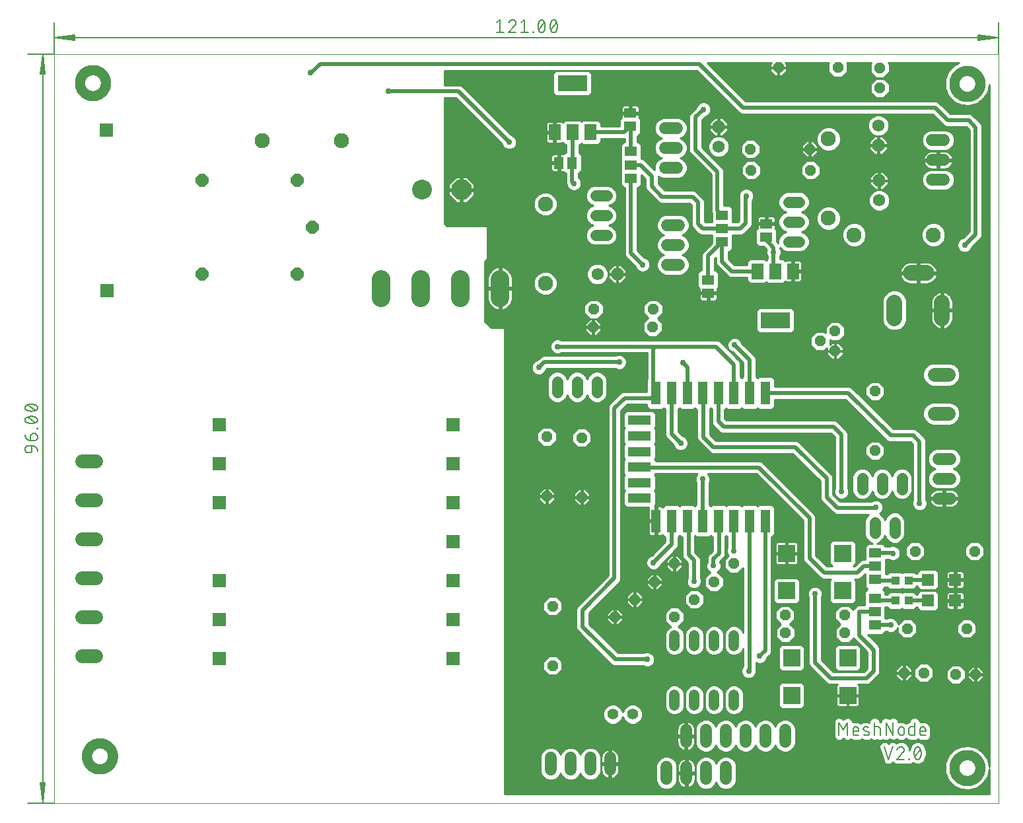
<source format=gtl>
G75*
%MOIN*%
%OFA0B0*%
%FSLAX25Y25*%
%IPPOS*%
%LPD*%
%AMOC8*
5,1,8,0,0,1.08239X$1,22.5*
%
%ADD10C,0.00000*%
%ADD11C,0.05000*%
%ADD12C,0.00600*%
%ADD13C,0.00512*%
%ADD14C,0.09450*%
%ADD15C,0.10000*%
%ADD16OC8,0.10000*%
%ADD17R,0.05906X0.05118*%
%ADD18OC8,0.06200*%
%ADD19C,0.06200*%
%ADD20R,0.05118X0.05906*%
%ADD21C,0.07600*%
%ADD22C,0.06000*%
%ADD23R,0.05900X0.07900*%
%ADD24R,0.15000X0.07900*%
%ADD25C,0.07874*%
%ADD26C,0.05600*%
%ADD27OC8,0.05200*%
%ADD28R,0.05906X0.05906*%
%ADD29C,0.05200*%
%ADD30C,0.05512*%
%ADD31R,0.03937X0.04331*%
%ADD32OC8,0.06496*%
%ADD33R,0.06600X0.06600*%
%ADD34R,0.08600X0.08600*%
%ADD35R,0.04724X0.11811*%
%ADD36R,0.11811X0.04724*%
%ADD37C,0.07050*%
%ADD38C,0.01000*%
%ADD39C,0.02978*%
%ADD40C,0.01969*%
D10*
X0019247Y0007496D02*
X0495625Y0007496D01*
X0495625Y0385449D01*
X0019247Y0385449D01*
X0019247Y0007496D01*
D11*
X0035530Y0031118D02*
X0035532Y0031279D01*
X0035538Y0031441D01*
X0035548Y0031602D01*
X0035562Y0031763D01*
X0035580Y0031923D01*
X0035601Y0032083D01*
X0035627Y0032242D01*
X0035657Y0032401D01*
X0035690Y0032559D01*
X0035728Y0032716D01*
X0035769Y0032872D01*
X0035814Y0033027D01*
X0035863Y0033181D01*
X0035916Y0033334D01*
X0035972Y0033485D01*
X0036033Y0033635D01*
X0036096Y0033783D01*
X0036164Y0033930D01*
X0036235Y0034075D01*
X0036310Y0034218D01*
X0036388Y0034359D01*
X0036469Y0034498D01*
X0036554Y0034636D01*
X0036643Y0034771D01*
X0036734Y0034904D01*
X0036829Y0035034D01*
X0036927Y0035162D01*
X0037028Y0035288D01*
X0037133Y0035411D01*
X0037240Y0035532D01*
X0037350Y0035650D01*
X0037463Y0035765D01*
X0037579Y0035878D01*
X0037698Y0035987D01*
X0037819Y0036094D01*
X0037943Y0036197D01*
X0038069Y0036298D01*
X0038198Y0036395D01*
X0038329Y0036489D01*
X0038463Y0036580D01*
X0038599Y0036667D01*
X0038736Y0036751D01*
X0038876Y0036832D01*
X0039018Y0036909D01*
X0039162Y0036983D01*
X0039307Y0037053D01*
X0039454Y0037120D01*
X0039603Y0037183D01*
X0039753Y0037242D01*
X0039904Y0037298D01*
X0040057Y0037349D01*
X0040211Y0037397D01*
X0040367Y0037441D01*
X0040523Y0037482D01*
X0040680Y0037518D01*
X0040838Y0037551D01*
X0040997Y0037580D01*
X0041157Y0037604D01*
X0041317Y0037625D01*
X0041477Y0037642D01*
X0041638Y0037655D01*
X0041800Y0037664D01*
X0041961Y0037669D01*
X0042122Y0037670D01*
X0042284Y0037667D01*
X0042445Y0037660D01*
X0042606Y0037649D01*
X0042767Y0037634D01*
X0042927Y0037615D01*
X0043087Y0037592D01*
X0043246Y0037566D01*
X0043405Y0037535D01*
X0043562Y0037501D01*
X0043719Y0037462D01*
X0043875Y0037420D01*
X0044030Y0037374D01*
X0044183Y0037324D01*
X0044336Y0037270D01*
X0044486Y0037213D01*
X0044636Y0037152D01*
X0044784Y0037087D01*
X0044930Y0037019D01*
X0045075Y0036947D01*
X0045217Y0036871D01*
X0045358Y0036792D01*
X0045497Y0036710D01*
X0045634Y0036624D01*
X0045768Y0036535D01*
X0045900Y0036442D01*
X0046030Y0036347D01*
X0046158Y0036248D01*
X0046283Y0036146D01*
X0046406Y0036041D01*
X0046526Y0035933D01*
X0046643Y0035822D01*
X0046758Y0035708D01*
X0046869Y0035591D01*
X0046978Y0035472D01*
X0047084Y0035350D01*
X0047187Y0035226D01*
X0047286Y0035099D01*
X0047383Y0034969D01*
X0047476Y0034837D01*
X0047566Y0034703D01*
X0047653Y0034567D01*
X0047736Y0034429D01*
X0047816Y0034289D01*
X0047892Y0034146D01*
X0047965Y0034002D01*
X0048034Y0033856D01*
X0048100Y0033709D01*
X0048162Y0033560D01*
X0048220Y0033409D01*
X0048275Y0033257D01*
X0048326Y0033104D01*
X0048373Y0032950D01*
X0048416Y0032794D01*
X0048455Y0032638D01*
X0048491Y0032480D01*
X0048522Y0032322D01*
X0048550Y0032163D01*
X0048574Y0032003D01*
X0048594Y0031843D01*
X0048610Y0031682D01*
X0048622Y0031521D01*
X0048630Y0031360D01*
X0048634Y0031199D01*
X0048634Y0031037D01*
X0048630Y0030876D01*
X0048622Y0030715D01*
X0048610Y0030554D01*
X0048594Y0030393D01*
X0048574Y0030233D01*
X0048550Y0030073D01*
X0048522Y0029914D01*
X0048491Y0029756D01*
X0048455Y0029598D01*
X0048416Y0029442D01*
X0048373Y0029286D01*
X0048326Y0029132D01*
X0048275Y0028979D01*
X0048220Y0028827D01*
X0048162Y0028676D01*
X0048100Y0028527D01*
X0048034Y0028380D01*
X0047965Y0028234D01*
X0047892Y0028090D01*
X0047816Y0027947D01*
X0047736Y0027807D01*
X0047653Y0027669D01*
X0047566Y0027533D01*
X0047476Y0027399D01*
X0047383Y0027267D01*
X0047286Y0027137D01*
X0047187Y0027010D01*
X0047084Y0026886D01*
X0046978Y0026764D01*
X0046869Y0026645D01*
X0046758Y0026528D01*
X0046643Y0026414D01*
X0046526Y0026303D01*
X0046406Y0026195D01*
X0046283Y0026090D01*
X0046158Y0025988D01*
X0046030Y0025889D01*
X0045900Y0025794D01*
X0045768Y0025701D01*
X0045634Y0025612D01*
X0045497Y0025526D01*
X0045358Y0025444D01*
X0045217Y0025365D01*
X0045075Y0025289D01*
X0044930Y0025217D01*
X0044784Y0025149D01*
X0044636Y0025084D01*
X0044486Y0025023D01*
X0044336Y0024966D01*
X0044183Y0024912D01*
X0044030Y0024862D01*
X0043875Y0024816D01*
X0043719Y0024774D01*
X0043562Y0024735D01*
X0043405Y0024701D01*
X0043246Y0024670D01*
X0043087Y0024644D01*
X0042927Y0024621D01*
X0042767Y0024602D01*
X0042606Y0024587D01*
X0042445Y0024576D01*
X0042284Y0024569D01*
X0042122Y0024566D01*
X0041961Y0024567D01*
X0041800Y0024572D01*
X0041638Y0024581D01*
X0041477Y0024594D01*
X0041317Y0024611D01*
X0041157Y0024632D01*
X0040997Y0024656D01*
X0040838Y0024685D01*
X0040680Y0024718D01*
X0040523Y0024754D01*
X0040367Y0024795D01*
X0040211Y0024839D01*
X0040057Y0024887D01*
X0039904Y0024938D01*
X0039753Y0024994D01*
X0039603Y0025053D01*
X0039454Y0025116D01*
X0039307Y0025183D01*
X0039162Y0025253D01*
X0039018Y0025327D01*
X0038876Y0025404D01*
X0038736Y0025485D01*
X0038599Y0025569D01*
X0038463Y0025656D01*
X0038329Y0025747D01*
X0038198Y0025841D01*
X0038069Y0025938D01*
X0037943Y0026039D01*
X0037819Y0026142D01*
X0037698Y0026249D01*
X0037579Y0026358D01*
X0037463Y0026471D01*
X0037350Y0026586D01*
X0037240Y0026704D01*
X0037133Y0026825D01*
X0037028Y0026948D01*
X0036927Y0027074D01*
X0036829Y0027202D01*
X0036734Y0027332D01*
X0036643Y0027465D01*
X0036554Y0027600D01*
X0036469Y0027738D01*
X0036388Y0027877D01*
X0036310Y0028018D01*
X0036235Y0028161D01*
X0036164Y0028306D01*
X0036096Y0028453D01*
X0036033Y0028601D01*
X0035972Y0028751D01*
X0035916Y0028902D01*
X0035863Y0029055D01*
X0035814Y0029209D01*
X0035769Y0029364D01*
X0035728Y0029520D01*
X0035690Y0029677D01*
X0035657Y0029835D01*
X0035627Y0029994D01*
X0035601Y0030153D01*
X0035580Y0030313D01*
X0035562Y0030473D01*
X0035548Y0030634D01*
X0035538Y0030795D01*
X0035532Y0030957D01*
X0035530Y0031118D01*
X0031987Y0370882D02*
X0031989Y0371043D01*
X0031995Y0371205D01*
X0032005Y0371366D01*
X0032019Y0371527D01*
X0032037Y0371687D01*
X0032058Y0371847D01*
X0032084Y0372006D01*
X0032114Y0372165D01*
X0032147Y0372323D01*
X0032185Y0372480D01*
X0032226Y0372636D01*
X0032271Y0372791D01*
X0032320Y0372945D01*
X0032373Y0373098D01*
X0032429Y0373249D01*
X0032490Y0373399D01*
X0032553Y0373547D01*
X0032621Y0373694D01*
X0032692Y0373839D01*
X0032767Y0373982D01*
X0032845Y0374123D01*
X0032926Y0374262D01*
X0033011Y0374400D01*
X0033100Y0374535D01*
X0033191Y0374668D01*
X0033286Y0374798D01*
X0033384Y0374926D01*
X0033485Y0375052D01*
X0033590Y0375175D01*
X0033697Y0375296D01*
X0033807Y0375414D01*
X0033920Y0375529D01*
X0034036Y0375642D01*
X0034155Y0375751D01*
X0034276Y0375858D01*
X0034400Y0375961D01*
X0034526Y0376062D01*
X0034655Y0376159D01*
X0034786Y0376253D01*
X0034920Y0376344D01*
X0035056Y0376431D01*
X0035193Y0376515D01*
X0035333Y0376596D01*
X0035475Y0376673D01*
X0035619Y0376747D01*
X0035764Y0376817D01*
X0035911Y0376884D01*
X0036060Y0376947D01*
X0036210Y0377006D01*
X0036361Y0377062D01*
X0036514Y0377113D01*
X0036668Y0377161D01*
X0036824Y0377205D01*
X0036980Y0377246D01*
X0037137Y0377282D01*
X0037295Y0377315D01*
X0037454Y0377344D01*
X0037614Y0377368D01*
X0037774Y0377389D01*
X0037934Y0377406D01*
X0038095Y0377419D01*
X0038257Y0377428D01*
X0038418Y0377433D01*
X0038579Y0377434D01*
X0038741Y0377431D01*
X0038902Y0377424D01*
X0039063Y0377413D01*
X0039224Y0377398D01*
X0039384Y0377379D01*
X0039544Y0377356D01*
X0039703Y0377330D01*
X0039862Y0377299D01*
X0040019Y0377265D01*
X0040176Y0377226D01*
X0040332Y0377184D01*
X0040487Y0377138D01*
X0040640Y0377088D01*
X0040793Y0377034D01*
X0040943Y0376977D01*
X0041093Y0376916D01*
X0041241Y0376851D01*
X0041387Y0376783D01*
X0041532Y0376711D01*
X0041674Y0376635D01*
X0041815Y0376556D01*
X0041954Y0376474D01*
X0042091Y0376388D01*
X0042225Y0376299D01*
X0042357Y0376206D01*
X0042487Y0376111D01*
X0042615Y0376012D01*
X0042740Y0375910D01*
X0042863Y0375805D01*
X0042983Y0375697D01*
X0043100Y0375586D01*
X0043215Y0375472D01*
X0043326Y0375355D01*
X0043435Y0375236D01*
X0043541Y0375114D01*
X0043644Y0374990D01*
X0043743Y0374863D01*
X0043840Y0374733D01*
X0043933Y0374601D01*
X0044023Y0374467D01*
X0044110Y0374331D01*
X0044193Y0374193D01*
X0044273Y0374053D01*
X0044349Y0373910D01*
X0044422Y0373766D01*
X0044491Y0373620D01*
X0044557Y0373473D01*
X0044619Y0373324D01*
X0044677Y0373173D01*
X0044732Y0373021D01*
X0044783Y0372868D01*
X0044830Y0372714D01*
X0044873Y0372558D01*
X0044912Y0372402D01*
X0044948Y0372244D01*
X0044979Y0372086D01*
X0045007Y0371927D01*
X0045031Y0371767D01*
X0045051Y0371607D01*
X0045067Y0371446D01*
X0045079Y0371285D01*
X0045087Y0371124D01*
X0045091Y0370963D01*
X0045091Y0370801D01*
X0045087Y0370640D01*
X0045079Y0370479D01*
X0045067Y0370318D01*
X0045051Y0370157D01*
X0045031Y0369997D01*
X0045007Y0369837D01*
X0044979Y0369678D01*
X0044948Y0369520D01*
X0044912Y0369362D01*
X0044873Y0369206D01*
X0044830Y0369050D01*
X0044783Y0368896D01*
X0044732Y0368743D01*
X0044677Y0368591D01*
X0044619Y0368440D01*
X0044557Y0368291D01*
X0044491Y0368144D01*
X0044422Y0367998D01*
X0044349Y0367854D01*
X0044273Y0367711D01*
X0044193Y0367571D01*
X0044110Y0367433D01*
X0044023Y0367297D01*
X0043933Y0367163D01*
X0043840Y0367031D01*
X0043743Y0366901D01*
X0043644Y0366774D01*
X0043541Y0366650D01*
X0043435Y0366528D01*
X0043326Y0366409D01*
X0043215Y0366292D01*
X0043100Y0366178D01*
X0042983Y0366067D01*
X0042863Y0365959D01*
X0042740Y0365854D01*
X0042615Y0365752D01*
X0042487Y0365653D01*
X0042357Y0365558D01*
X0042225Y0365465D01*
X0042091Y0365376D01*
X0041954Y0365290D01*
X0041815Y0365208D01*
X0041674Y0365129D01*
X0041532Y0365053D01*
X0041387Y0364981D01*
X0041241Y0364913D01*
X0041093Y0364848D01*
X0040943Y0364787D01*
X0040793Y0364730D01*
X0040640Y0364676D01*
X0040487Y0364626D01*
X0040332Y0364580D01*
X0040176Y0364538D01*
X0040019Y0364499D01*
X0039862Y0364465D01*
X0039703Y0364434D01*
X0039544Y0364408D01*
X0039384Y0364385D01*
X0039224Y0364366D01*
X0039063Y0364351D01*
X0038902Y0364340D01*
X0038741Y0364333D01*
X0038579Y0364330D01*
X0038418Y0364331D01*
X0038257Y0364336D01*
X0038095Y0364345D01*
X0037934Y0364358D01*
X0037774Y0364375D01*
X0037614Y0364396D01*
X0037454Y0364420D01*
X0037295Y0364449D01*
X0037137Y0364482D01*
X0036980Y0364518D01*
X0036824Y0364559D01*
X0036668Y0364603D01*
X0036514Y0364651D01*
X0036361Y0364702D01*
X0036210Y0364758D01*
X0036060Y0364817D01*
X0035911Y0364880D01*
X0035764Y0364947D01*
X0035619Y0365017D01*
X0035475Y0365091D01*
X0035333Y0365168D01*
X0035193Y0365249D01*
X0035056Y0365333D01*
X0034920Y0365420D01*
X0034786Y0365511D01*
X0034655Y0365605D01*
X0034526Y0365702D01*
X0034400Y0365803D01*
X0034276Y0365906D01*
X0034155Y0366013D01*
X0034036Y0366122D01*
X0033920Y0366235D01*
X0033807Y0366350D01*
X0033697Y0366468D01*
X0033590Y0366589D01*
X0033485Y0366712D01*
X0033384Y0366838D01*
X0033286Y0366966D01*
X0033191Y0367096D01*
X0033100Y0367229D01*
X0033011Y0367364D01*
X0032926Y0367502D01*
X0032845Y0367641D01*
X0032767Y0367782D01*
X0032692Y0367925D01*
X0032621Y0368070D01*
X0032553Y0368217D01*
X0032490Y0368365D01*
X0032429Y0368515D01*
X0032373Y0368666D01*
X0032320Y0368819D01*
X0032271Y0368973D01*
X0032226Y0369128D01*
X0032185Y0369284D01*
X0032147Y0369441D01*
X0032114Y0369599D01*
X0032084Y0369758D01*
X0032058Y0369917D01*
X0032037Y0370077D01*
X0032019Y0370237D01*
X0032005Y0370398D01*
X0031995Y0370559D01*
X0031989Y0370721D01*
X0031987Y0370882D01*
X0473325Y0370488D02*
X0473327Y0370649D01*
X0473333Y0370811D01*
X0473343Y0370972D01*
X0473357Y0371133D01*
X0473375Y0371293D01*
X0473396Y0371453D01*
X0473422Y0371612D01*
X0473452Y0371771D01*
X0473485Y0371929D01*
X0473523Y0372086D01*
X0473564Y0372242D01*
X0473609Y0372397D01*
X0473658Y0372551D01*
X0473711Y0372704D01*
X0473767Y0372855D01*
X0473828Y0373005D01*
X0473891Y0373153D01*
X0473959Y0373300D01*
X0474030Y0373445D01*
X0474105Y0373588D01*
X0474183Y0373729D01*
X0474264Y0373868D01*
X0474349Y0374006D01*
X0474438Y0374141D01*
X0474529Y0374274D01*
X0474624Y0374404D01*
X0474722Y0374532D01*
X0474823Y0374658D01*
X0474928Y0374781D01*
X0475035Y0374902D01*
X0475145Y0375020D01*
X0475258Y0375135D01*
X0475374Y0375248D01*
X0475493Y0375357D01*
X0475614Y0375464D01*
X0475738Y0375567D01*
X0475864Y0375668D01*
X0475993Y0375765D01*
X0476124Y0375859D01*
X0476258Y0375950D01*
X0476394Y0376037D01*
X0476531Y0376121D01*
X0476671Y0376202D01*
X0476813Y0376279D01*
X0476957Y0376353D01*
X0477102Y0376423D01*
X0477249Y0376490D01*
X0477398Y0376553D01*
X0477548Y0376612D01*
X0477699Y0376668D01*
X0477852Y0376719D01*
X0478006Y0376767D01*
X0478162Y0376811D01*
X0478318Y0376852D01*
X0478475Y0376888D01*
X0478633Y0376921D01*
X0478792Y0376950D01*
X0478952Y0376974D01*
X0479112Y0376995D01*
X0479272Y0377012D01*
X0479433Y0377025D01*
X0479595Y0377034D01*
X0479756Y0377039D01*
X0479917Y0377040D01*
X0480079Y0377037D01*
X0480240Y0377030D01*
X0480401Y0377019D01*
X0480562Y0377004D01*
X0480722Y0376985D01*
X0480882Y0376962D01*
X0481041Y0376936D01*
X0481200Y0376905D01*
X0481357Y0376871D01*
X0481514Y0376832D01*
X0481670Y0376790D01*
X0481825Y0376744D01*
X0481978Y0376694D01*
X0482131Y0376640D01*
X0482281Y0376583D01*
X0482431Y0376522D01*
X0482579Y0376457D01*
X0482725Y0376389D01*
X0482870Y0376317D01*
X0483012Y0376241D01*
X0483153Y0376162D01*
X0483292Y0376080D01*
X0483429Y0375994D01*
X0483563Y0375905D01*
X0483695Y0375812D01*
X0483825Y0375717D01*
X0483953Y0375618D01*
X0484078Y0375516D01*
X0484201Y0375411D01*
X0484321Y0375303D01*
X0484438Y0375192D01*
X0484553Y0375078D01*
X0484664Y0374961D01*
X0484773Y0374842D01*
X0484879Y0374720D01*
X0484982Y0374596D01*
X0485081Y0374469D01*
X0485178Y0374339D01*
X0485271Y0374207D01*
X0485361Y0374073D01*
X0485448Y0373937D01*
X0485531Y0373799D01*
X0485611Y0373659D01*
X0485687Y0373516D01*
X0485760Y0373372D01*
X0485829Y0373226D01*
X0485895Y0373079D01*
X0485957Y0372930D01*
X0486015Y0372779D01*
X0486070Y0372627D01*
X0486121Y0372474D01*
X0486168Y0372320D01*
X0486211Y0372164D01*
X0486250Y0372008D01*
X0486286Y0371850D01*
X0486317Y0371692D01*
X0486345Y0371533D01*
X0486369Y0371373D01*
X0486389Y0371213D01*
X0486405Y0371052D01*
X0486417Y0370891D01*
X0486425Y0370730D01*
X0486429Y0370569D01*
X0486429Y0370407D01*
X0486425Y0370246D01*
X0486417Y0370085D01*
X0486405Y0369924D01*
X0486389Y0369763D01*
X0486369Y0369603D01*
X0486345Y0369443D01*
X0486317Y0369284D01*
X0486286Y0369126D01*
X0486250Y0368968D01*
X0486211Y0368812D01*
X0486168Y0368656D01*
X0486121Y0368502D01*
X0486070Y0368349D01*
X0486015Y0368197D01*
X0485957Y0368046D01*
X0485895Y0367897D01*
X0485829Y0367750D01*
X0485760Y0367604D01*
X0485687Y0367460D01*
X0485611Y0367317D01*
X0485531Y0367177D01*
X0485448Y0367039D01*
X0485361Y0366903D01*
X0485271Y0366769D01*
X0485178Y0366637D01*
X0485081Y0366507D01*
X0484982Y0366380D01*
X0484879Y0366256D01*
X0484773Y0366134D01*
X0484664Y0366015D01*
X0484553Y0365898D01*
X0484438Y0365784D01*
X0484321Y0365673D01*
X0484201Y0365565D01*
X0484078Y0365460D01*
X0483953Y0365358D01*
X0483825Y0365259D01*
X0483695Y0365164D01*
X0483563Y0365071D01*
X0483429Y0364982D01*
X0483292Y0364896D01*
X0483153Y0364814D01*
X0483012Y0364735D01*
X0482870Y0364659D01*
X0482725Y0364587D01*
X0482579Y0364519D01*
X0482431Y0364454D01*
X0482281Y0364393D01*
X0482131Y0364336D01*
X0481978Y0364282D01*
X0481825Y0364232D01*
X0481670Y0364186D01*
X0481514Y0364144D01*
X0481357Y0364105D01*
X0481200Y0364071D01*
X0481041Y0364040D01*
X0480882Y0364014D01*
X0480722Y0363991D01*
X0480562Y0363972D01*
X0480401Y0363957D01*
X0480240Y0363946D01*
X0480079Y0363939D01*
X0479917Y0363936D01*
X0479756Y0363937D01*
X0479595Y0363942D01*
X0479433Y0363951D01*
X0479272Y0363964D01*
X0479112Y0363981D01*
X0478952Y0364002D01*
X0478792Y0364026D01*
X0478633Y0364055D01*
X0478475Y0364088D01*
X0478318Y0364124D01*
X0478162Y0364165D01*
X0478006Y0364209D01*
X0477852Y0364257D01*
X0477699Y0364308D01*
X0477548Y0364364D01*
X0477398Y0364423D01*
X0477249Y0364486D01*
X0477102Y0364553D01*
X0476957Y0364623D01*
X0476813Y0364697D01*
X0476671Y0364774D01*
X0476531Y0364855D01*
X0476394Y0364939D01*
X0476258Y0365026D01*
X0476124Y0365117D01*
X0475993Y0365211D01*
X0475864Y0365308D01*
X0475738Y0365409D01*
X0475614Y0365512D01*
X0475493Y0365619D01*
X0475374Y0365728D01*
X0475258Y0365841D01*
X0475145Y0365956D01*
X0475035Y0366074D01*
X0474928Y0366195D01*
X0474823Y0366318D01*
X0474722Y0366444D01*
X0474624Y0366572D01*
X0474529Y0366702D01*
X0474438Y0366835D01*
X0474349Y0366970D01*
X0474264Y0367108D01*
X0474183Y0367247D01*
X0474105Y0367388D01*
X0474030Y0367531D01*
X0473959Y0367676D01*
X0473891Y0367823D01*
X0473828Y0367971D01*
X0473767Y0368121D01*
X0473711Y0368272D01*
X0473658Y0368425D01*
X0473609Y0368579D01*
X0473564Y0368734D01*
X0473523Y0368890D01*
X0473485Y0369047D01*
X0473452Y0369205D01*
X0473422Y0369364D01*
X0473396Y0369523D01*
X0473375Y0369683D01*
X0473357Y0369843D01*
X0473343Y0370004D01*
X0473333Y0370165D01*
X0473327Y0370327D01*
X0473325Y0370488D01*
X0473325Y0025213D02*
X0473327Y0025374D01*
X0473333Y0025536D01*
X0473343Y0025697D01*
X0473357Y0025858D01*
X0473375Y0026018D01*
X0473396Y0026178D01*
X0473422Y0026337D01*
X0473452Y0026496D01*
X0473485Y0026654D01*
X0473523Y0026811D01*
X0473564Y0026967D01*
X0473609Y0027122D01*
X0473658Y0027276D01*
X0473711Y0027429D01*
X0473767Y0027580D01*
X0473828Y0027730D01*
X0473891Y0027878D01*
X0473959Y0028025D01*
X0474030Y0028170D01*
X0474105Y0028313D01*
X0474183Y0028454D01*
X0474264Y0028593D01*
X0474349Y0028731D01*
X0474438Y0028866D01*
X0474529Y0028999D01*
X0474624Y0029129D01*
X0474722Y0029257D01*
X0474823Y0029383D01*
X0474928Y0029506D01*
X0475035Y0029627D01*
X0475145Y0029745D01*
X0475258Y0029860D01*
X0475374Y0029973D01*
X0475493Y0030082D01*
X0475614Y0030189D01*
X0475738Y0030292D01*
X0475864Y0030393D01*
X0475993Y0030490D01*
X0476124Y0030584D01*
X0476258Y0030675D01*
X0476394Y0030762D01*
X0476531Y0030846D01*
X0476671Y0030927D01*
X0476813Y0031004D01*
X0476957Y0031078D01*
X0477102Y0031148D01*
X0477249Y0031215D01*
X0477398Y0031278D01*
X0477548Y0031337D01*
X0477699Y0031393D01*
X0477852Y0031444D01*
X0478006Y0031492D01*
X0478162Y0031536D01*
X0478318Y0031577D01*
X0478475Y0031613D01*
X0478633Y0031646D01*
X0478792Y0031675D01*
X0478952Y0031699D01*
X0479112Y0031720D01*
X0479272Y0031737D01*
X0479433Y0031750D01*
X0479595Y0031759D01*
X0479756Y0031764D01*
X0479917Y0031765D01*
X0480079Y0031762D01*
X0480240Y0031755D01*
X0480401Y0031744D01*
X0480562Y0031729D01*
X0480722Y0031710D01*
X0480882Y0031687D01*
X0481041Y0031661D01*
X0481200Y0031630D01*
X0481357Y0031596D01*
X0481514Y0031557D01*
X0481670Y0031515D01*
X0481825Y0031469D01*
X0481978Y0031419D01*
X0482131Y0031365D01*
X0482281Y0031308D01*
X0482431Y0031247D01*
X0482579Y0031182D01*
X0482725Y0031114D01*
X0482870Y0031042D01*
X0483012Y0030966D01*
X0483153Y0030887D01*
X0483292Y0030805D01*
X0483429Y0030719D01*
X0483563Y0030630D01*
X0483695Y0030537D01*
X0483825Y0030442D01*
X0483953Y0030343D01*
X0484078Y0030241D01*
X0484201Y0030136D01*
X0484321Y0030028D01*
X0484438Y0029917D01*
X0484553Y0029803D01*
X0484664Y0029686D01*
X0484773Y0029567D01*
X0484879Y0029445D01*
X0484982Y0029321D01*
X0485081Y0029194D01*
X0485178Y0029064D01*
X0485271Y0028932D01*
X0485361Y0028798D01*
X0485448Y0028662D01*
X0485531Y0028524D01*
X0485611Y0028384D01*
X0485687Y0028241D01*
X0485760Y0028097D01*
X0485829Y0027951D01*
X0485895Y0027804D01*
X0485957Y0027655D01*
X0486015Y0027504D01*
X0486070Y0027352D01*
X0486121Y0027199D01*
X0486168Y0027045D01*
X0486211Y0026889D01*
X0486250Y0026733D01*
X0486286Y0026575D01*
X0486317Y0026417D01*
X0486345Y0026258D01*
X0486369Y0026098D01*
X0486389Y0025938D01*
X0486405Y0025777D01*
X0486417Y0025616D01*
X0486425Y0025455D01*
X0486429Y0025294D01*
X0486429Y0025132D01*
X0486425Y0024971D01*
X0486417Y0024810D01*
X0486405Y0024649D01*
X0486389Y0024488D01*
X0486369Y0024328D01*
X0486345Y0024168D01*
X0486317Y0024009D01*
X0486286Y0023851D01*
X0486250Y0023693D01*
X0486211Y0023537D01*
X0486168Y0023381D01*
X0486121Y0023227D01*
X0486070Y0023074D01*
X0486015Y0022922D01*
X0485957Y0022771D01*
X0485895Y0022622D01*
X0485829Y0022475D01*
X0485760Y0022329D01*
X0485687Y0022185D01*
X0485611Y0022042D01*
X0485531Y0021902D01*
X0485448Y0021764D01*
X0485361Y0021628D01*
X0485271Y0021494D01*
X0485178Y0021362D01*
X0485081Y0021232D01*
X0484982Y0021105D01*
X0484879Y0020981D01*
X0484773Y0020859D01*
X0484664Y0020740D01*
X0484553Y0020623D01*
X0484438Y0020509D01*
X0484321Y0020398D01*
X0484201Y0020290D01*
X0484078Y0020185D01*
X0483953Y0020083D01*
X0483825Y0019984D01*
X0483695Y0019889D01*
X0483563Y0019796D01*
X0483429Y0019707D01*
X0483292Y0019621D01*
X0483153Y0019539D01*
X0483012Y0019460D01*
X0482870Y0019384D01*
X0482725Y0019312D01*
X0482579Y0019244D01*
X0482431Y0019179D01*
X0482281Y0019118D01*
X0482131Y0019061D01*
X0481978Y0019007D01*
X0481825Y0018957D01*
X0481670Y0018911D01*
X0481514Y0018869D01*
X0481357Y0018830D01*
X0481200Y0018796D01*
X0481041Y0018765D01*
X0480882Y0018739D01*
X0480722Y0018716D01*
X0480562Y0018697D01*
X0480401Y0018682D01*
X0480240Y0018671D01*
X0480079Y0018664D01*
X0479917Y0018661D01*
X0479756Y0018662D01*
X0479595Y0018667D01*
X0479433Y0018676D01*
X0479272Y0018689D01*
X0479112Y0018706D01*
X0478952Y0018727D01*
X0478792Y0018751D01*
X0478633Y0018780D01*
X0478475Y0018813D01*
X0478318Y0018849D01*
X0478162Y0018890D01*
X0478006Y0018934D01*
X0477852Y0018982D01*
X0477699Y0019033D01*
X0477548Y0019089D01*
X0477398Y0019148D01*
X0477249Y0019211D01*
X0477102Y0019278D01*
X0476957Y0019348D01*
X0476813Y0019422D01*
X0476671Y0019499D01*
X0476531Y0019580D01*
X0476394Y0019664D01*
X0476258Y0019751D01*
X0476124Y0019842D01*
X0475993Y0019936D01*
X0475864Y0020033D01*
X0475738Y0020134D01*
X0475614Y0020237D01*
X0475493Y0020344D01*
X0475374Y0020453D01*
X0475258Y0020566D01*
X0475145Y0020681D01*
X0475035Y0020799D01*
X0474928Y0020920D01*
X0474823Y0021043D01*
X0474722Y0021169D01*
X0474624Y0021297D01*
X0474529Y0021427D01*
X0474438Y0021560D01*
X0474349Y0021695D01*
X0474264Y0021833D01*
X0474183Y0021972D01*
X0474105Y0022113D01*
X0474030Y0022256D01*
X0473959Y0022401D01*
X0473891Y0022548D01*
X0473828Y0022696D01*
X0473767Y0022846D01*
X0473711Y0022997D01*
X0473658Y0023150D01*
X0473609Y0023304D01*
X0473564Y0023459D01*
X0473523Y0023615D01*
X0473485Y0023772D01*
X0473452Y0023930D01*
X0473422Y0024089D01*
X0473396Y0024248D01*
X0473375Y0024408D01*
X0473357Y0024568D01*
X0473343Y0024729D01*
X0473333Y0024890D01*
X0473327Y0025052D01*
X0473325Y0025213D01*
D12*
X0453710Y0030339D02*
X0453650Y0030466D01*
X0453594Y0030595D01*
X0453541Y0030725D01*
X0453491Y0030857D01*
X0453445Y0030990D01*
X0453403Y0031124D01*
X0453364Y0031259D01*
X0453328Y0031396D01*
X0453297Y0031533D01*
X0453269Y0031671D01*
X0453244Y0031809D01*
X0453224Y0031948D01*
X0453207Y0032088D01*
X0453194Y0032228D01*
X0453185Y0032369D01*
X0453179Y0032509D01*
X0453177Y0032650D01*
X0456732Y0032650D02*
X0456730Y0032791D01*
X0456724Y0032931D01*
X0456715Y0033072D01*
X0456702Y0033212D01*
X0456685Y0033352D01*
X0456665Y0033491D01*
X0456640Y0033629D01*
X0456612Y0033767D01*
X0456581Y0033904D01*
X0456545Y0034041D01*
X0456506Y0034176D01*
X0456464Y0034310D01*
X0456418Y0034443D01*
X0456368Y0034575D01*
X0456315Y0034705D01*
X0456259Y0034834D01*
X0456199Y0034961D01*
X0456376Y0034427D02*
X0453532Y0030872D01*
X0454954Y0029449D02*
X0455025Y0029451D01*
X0455096Y0029457D01*
X0455166Y0029466D01*
X0455236Y0029480D01*
X0455305Y0029497D01*
X0455372Y0029517D01*
X0455439Y0029542D01*
X0455504Y0029570D01*
X0455568Y0029601D01*
X0455630Y0029636D01*
X0455690Y0029674D01*
X0455747Y0029715D01*
X0455803Y0029759D01*
X0455856Y0029807D01*
X0455906Y0029857D01*
X0455954Y0029909D01*
X0455999Y0029964D01*
X0456040Y0030022D01*
X0456079Y0030082D01*
X0456114Y0030143D01*
X0456146Y0030207D01*
X0456174Y0030272D01*
X0456199Y0030338D01*
X0454954Y0029449D02*
X0454883Y0029451D01*
X0454812Y0029457D01*
X0454742Y0029466D01*
X0454672Y0029480D01*
X0454603Y0029497D01*
X0454536Y0029517D01*
X0454469Y0029542D01*
X0454404Y0029570D01*
X0454340Y0029601D01*
X0454278Y0029636D01*
X0454218Y0029674D01*
X0454160Y0029715D01*
X0454105Y0029759D01*
X0454052Y0029807D01*
X0454002Y0029857D01*
X0453954Y0029909D01*
X0453909Y0029964D01*
X0453868Y0030022D01*
X0453829Y0030082D01*
X0453794Y0030143D01*
X0453762Y0030207D01*
X0453734Y0030272D01*
X0453709Y0030338D01*
X0450824Y0029805D02*
X0450824Y0029450D01*
X0450469Y0029450D01*
X0450469Y0029805D01*
X0450824Y0029805D01*
X0448116Y0029450D02*
X0444561Y0029450D01*
X0447583Y0033005D01*
X0446516Y0035850D02*
X0446427Y0035848D01*
X0446338Y0035842D01*
X0446249Y0035833D01*
X0446161Y0035819D01*
X0446074Y0035802D01*
X0445987Y0035781D01*
X0445901Y0035756D01*
X0445817Y0035728D01*
X0445734Y0035695D01*
X0445652Y0035660D01*
X0445572Y0035620D01*
X0445494Y0035578D01*
X0445417Y0035532D01*
X0445343Y0035483D01*
X0445271Y0035430D01*
X0445201Y0035375D01*
X0445134Y0035316D01*
X0445069Y0035255D01*
X0445007Y0035191D01*
X0444948Y0035124D01*
X0444892Y0035055D01*
X0444839Y0034983D01*
X0444789Y0034909D01*
X0444742Y0034833D01*
X0444699Y0034756D01*
X0444659Y0034676D01*
X0444622Y0034595D01*
X0444589Y0034512D01*
X0444560Y0034427D01*
X0447584Y0033005D02*
X0447641Y0033063D01*
X0447697Y0033124D01*
X0447749Y0033187D01*
X0447798Y0033252D01*
X0447844Y0033320D01*
X0447886Y0033390D01*
X0447926Y0033462D01*
X0447961Y0033535D01*
X0447994Y0033611D01*
X0448022Y0033687D01*
X0448047Y0033765D01*
X0448068Y0033844D01*
X0448086Y0033924D01*
X0448099Y0034005D01*
X0448109Y0034086D01*
X0448115Y0034168D01*
X0448117Y0034250D01*
X0448116Y0034250D02*
X0448114Y0034329D01*
X0448108Y0034407D01*
X0448099Y0034485D01*
X0448085Y0034562D01*
X0448068Y0034639D01*
X0448047Y0034714D01*
X0448022Y0034789D01*
X0447994Y0034862D01*
X0447962Y0034934D01*
X0447927Y0035004D01*
X0447888Y0035073D01*
X0447846Y0035139D01*
X0447801Y0035203D01*
X0447753Y0035265D01*
X0447702Y0035324D01*
X0447647Y0035381D01*
X0447590Y0035436D01*
X0447531Y0035487D01*
X0447469Y0035535D01*
X0447405Y0035580D01*
X0447339Y0035622D01*
X0447270Y0035661D01*
X0447200Y0035696D01*
X0447128Y0035728D01*
X0447055Y0035756D01*
X0446980Y0035781D01*
X0446905Y0035802D01*
X0446828Y0035819D01*
X0446751Y0035833D01*
X0446673Y0035842D01*
X0446595Y0035848D01*
X0446516Y0035850D01*
X0442318Y0035850D02*
X0440185Y0029450D01*
X0438051Y0035850D01*
X0438957Y0041654D02*
X0438957Y0048054D01*
X0442513Y0041654D01*
X0442513Y0048054D01*
X0445262Y0044499D02*
X0445262Y0043077D01*
X0445264Y0043003D01*
X0445270Y0042928D01*
X0445280Y0042855D01*
X0445293Y0042781D01*
X0445310Y0042709D01*
X0445332Y0042638D01*
X0445356Y0042567D01*
X0445385Y0042499D01*
X0445417Y0042431D01*
X0445453Y0042366D01*
X0445491Y0042303D01*
X0445534Y0042241D01*
X0445579Y0042182D01*
X0445627Y0042125D01*
X0445678Y0042071D01*
X0445732Y0042020D01*
X0445789Y0041972D01*
X0445848Y0041927D01*
X0445910Y0041884D01*
X0445973Y0041846D01*
X0446038Y0041810D01*
X0446106Y0041778D01*
X0446174Y0041749D01*
X0446245Y0041725D01*
X0446316Y0041703D01*
X0446388Y0041686D01*
X0446462Y0041673D01*
X0446535Y0041663D01*
X0446610Y0041657D01*
X0446684Y0041655D01*
X0446758Y0041657D01*
X0446833Y0041663D01*
X0446906Y0041673D01*
X0446980Y0041686D01*
X0447052Y0041703D01*
X0447123Y0041725D01*
X0447194Y0041749D01*
X0447262Y0041778D01*
X0447330Y0041810D01*
X0447395Y0041846D01*
X0447458Y0041884D01*
X0447520Y0041927D01*
X0447579Y0041972D01*
X0447636Y0042020D01*
X0447690Y0042071D01*
X0447741Y0042125D01*
X0447789Y0042182D01*
X0447834Y0042241D01*
X0447877Y0042303D01*
X0447915Y0042366D01*
X0447951Y0042431D01*
X0447983Y0042499D01*
X0448012Y0042567D01*
X0448036Y0042638D01*
X0448058Y0042709D01*
X0448075Y0042781D01*
X0448088Y0042855D01*
X0448098Y0042928D01*
X0448104Y0043003D01*
X0448106Y0043077D01*
X0448106Y0044499D01*
X0448104Y0044573D01*
X0448098Y0044648D01*
X0448088Y0044721D01*
X0448075Y0044795D01*
X0448058Y0044867D01*
X0448036Y0044938D01*
X0448012Y0045009D01*
X0447983Y0045077D01*
X0447951Y0045145D01*
X0447915Y0045210D01*
X0447877Y0045273D01*
X0447834Y0045335D01*
X0447789Y0045394D01*
X0447741Y0045451D01*
X0447690Y0045505D01*
X0447636Y0045556D01*
X0447579Y0045604D01*
X0447520Y0045649D01*
X0447458Y0045692D01*
X0447395Y0045730D01*
X0447330Y0045766D01*
X0447262Y0045798D01*
X0447194Y0045827D01*
X0447123Y0045851D01*
X0447052Y0045873D01*
X0446980Y0045890D01*
X0446906Y0045903D01*
X0446833Y0045913D01*
X0446758Y0045919D01*
X0446684Y0045921D01*
X0446610Y0045919D01*
X0446535Y0045913D01*
X0446462Y0045903D01*
X0446388Y0045890D01*
X0446316Y0045873D01*
X0446245Y0045851D01*
X0446174Y0045827D01*
X0446106Y0045798D01*
X0446038Y0045766D01*
X0445973Y0045730D01*
X0445910Y0045692D01*
X0445848Y0045649D01*
X0445789Y0045604D01*
X0445732Y0045556D01*
X0445678Y0045505D01*
X0445627Y0045451D01*
X0445579Y0045394D01*
X0445534Y0045335D01*
X0445491Y0045273D01*
X0445453Y0045210D01*
X0445417Y0045145D01*
X0445385Y0045077D01*
X0445356Y0045009D01*
X0445332Y0044938D01*
X0445310Y0044867D01*
X0445293Y0044795D01*
X0445280Y0044721D01*
X0445270Y0044648D01*
X0445264Y0044573D01*
X0445262Y0044499D01*
X0450567Y0044854D02*
X0450567Y0042721D01*
X0450566Y0042721D02*
X0450568Y0042657D01*
X0450574Y0042592D01*
X0450583Y0042529D01*
X0450597Y0042466D01*
X0450614Y0042404D01*
X0450635Y0042343D01*
X0450660Y0042283D01*
X0450688Y0042225D01*
X0450720Y0042169D01*
X0450755Y0042115D01*
X0450793Y0042063D01*
X0450834Y0042013D01*
X0450879Y0041967D01*
X0450925Y0041922D01*
X0450975Y0041881D01*
X0451027Y0041843D01*
X0451081Y0041808D01*
X0451137Y0041776D01*
X0451195Y0041748D01*
X0451255Y0041723D01*
X0451316Y0041702D01*
X0451378Y0041685D01*
X0451441Y0041671D01*
X0451504Y0041662D01*
X0451569Y0041656D01*
X0451633Y0041654D01*
X0453411Y0041654D01*
X0453411Y0048054D01*
X0453411Y0045921D02*
X0451633Y0045921D01*
X0451569Y0045919D01*
X0451504Y0045913D01*
X0451441Y0045904D01*
X0451378Y0045890D01*
X0451316Y0045873D01*
X0451255Y0045852D01*
X0451195Y0045827D01*
X0451137Y0045799D01*
X0451081Y0045767D01*
X0451027Y0045732D01*
X0450975Y0045694D01*
X0450925Y0045653D01*
X0450879Y0045608D01*
X0450834Y0045562D01*
X0450793Y0045512D01*
X0450755Y0045460D01*
X0450720Y0045406D01*
X0450688Y0045350D01*
X0450660Y0045292D01*
X0450635Y0045232D01*
X0450614Y0045171D01*
X0450597Y0045109D01*
X0450583Y0045046D01*
X0450574Y0044983D01*
X0450568Y0044918D01*
X0450566Y0044854D01*
X0456134Y0044499D02*
X0456134Y0042721D01*
X0456134Y0043788D02*
X0458978Y0043788D01*
X0458978Y0044499D01*
X0458976Y0044573D01*
X0458970Y0044648D01*
X0458960Y0044721D01*
X0458947Y0044795D01*
X0458930Y0044867D01*
X0458908Y0044938D01*
X0458884Y0045009D01*
X0458855Y0045077D01*
X0458823Y0045145D01*
X0458787Y0045210D01*
X0458749Y0045273D01*
X0458706Y0045335D01*
X0458661Y0045394D01*
X0458613Y0045451D01*
X0458562Y0045505D01*
X0458508Y0045556D01*
X0458451Y0045604D01*
X0458392Y0045649D01*
X0458330Y0045692D01*
X0458267Y0045730D01*
X0458202Y0045766D01*
X0458134Y0045798D01*
X0458066Y0045827D01*
X0457995Y0045851D01*
X0457924Y0045873D01*
X0457852Y0045890D01*
X0457778Y0045903D01*
X0457705Y0045913D01*
X0457630Y0045919D01*
X0457556Y0045921D01*
X0457482Y0045919D01*
X0457407Y0045913D01*
X0457334Y0045903D01*
X0457260Y0045890D01*
X0457188Y0045873D01*
X0457117Y0045851D01*
X0457046Y0045827D01*
X0456978Y0045798D01*
X0456910Y0045766D01*
X0456845Y0045730D01*
X0456782Y0045692D01*
X0456720Y0045649D01*
X0456661Y0045604D01*
X0456604Y0045556D01*
X0456550Y0045505D01*
X0456499Y0045451D01*
X0456451Y0045394D01*
X0456406Y0045335D01*
X0456363Y0045273D01*
X0456325Y0045210D01*
X0456289Y0045145D01*
X0456257Y0045077D01*
X0456228Y0045009D01*
X0456204Y0044938D01*
X0456182Y0044867D01*
X0456165Y0044795D01*
X0456152Y0044721D01*
X0456142Y0044648D01*
X0456136Y0044573D01*
X0456134Y0044499D01*
X0456134Y0042721D02*
X0456136Y0042657D01*
X0456142Y0042592D01*
X0456151Y0042529D01*
X0456165Y0042466D01*
X0456182Y0042404D01*
X0456203Y0042343D01*
X0456228Y0042283D01*
X0456256Y0042225D01*
X0456288Y0042169D01*
X0456323Y0042115D01*
X0456361Y0042063D01*
X0456402Y0042013D01*
X0456447Y0041967D01*
X0456493Y0041922D01*
X0456543Y0041881D01*
X0456595Y0041843D01*
X0456649Y0041808D01*
X0456705Y0041776D01*
X0456763Y0041748D01*
X0456823Y0041723D01*
X0456884Y0041702D01*
X0456946Y0041685D01*
X0457009Y0041671D01*
X0457072Y0041662D01*
X0457137Y0041656D01*
X0457201Y0041654D01*
X0458978Y0041654D01*
X0454954Y0035850D02*
X0454883Y0035848D01*
X0454812Y0035842D01*
X0454742Y0035833D01*
X0454672Y0035819D01*
X0454603Y0035802D01*
X0454536Y0035782D01*
X0454469Y0035757D01*
X0454404Y0035729D01*
X0454340Y0035698D01*
X0454278Y0035663D01*
X0454218Y0035625D01*
X0454160Y0035584D01*
X0454105Y0035540D01*
X0454052Y0035492D01*
X0454002Y0035442D01*
X0453954Y0035390D01*
X0453909Y0035335D01*
X0453868Y0035277D01*
X0453829Y0035217D01*
X0453794Y0035156D01*
X0453762Y0035092D01*
X0453734Y0035027D01*
X0453709Y0034961D01*
X0454954Y0035850D02*
X0455025Y0035848D01*
X0455096Y0035842D01*
X0455166Y0035833D01*
X0455236Y0035819D01*
X0455305Y0035802D01*
X0455372Y0035782D01*
X0455439Y0035757D01*
X0455504Y0035729D01*
X0455568Y0035698D01*
X0455630Y0035663D01*
X0455690Y0035625D01*
X0455748Y0035584D01*
X0455803Y0035540D01*
X0455856Y0035492D01*
X0455906Y0035442D01*
X0455954Y0035390D01*
X0455999Y0035335D01*
X0456040Y0035277D01*
X0456079Y0035217D01*
X0456114Y0035156D01*
X0456146Y0035092D01*
X0456174Y0035027D01*
X0456199Y0034961D01*
X0453710Y0034961D02*
X0453650Y0034834D01*
X0453594Y0034705D01*
X0453541Y0034575D01*
X0453491Y0034443D01*
X0453445Y0034310D01*
X0453403Y0034176D01*
X0453364Y0034041D01*
X0453328Y0033904D01*
X0453297Y0033767D01*
X0453269Y0033629D01*
X0453244Y0033491D01*
X0453224Y0033352D01*
X0453207Y0033212D01*
X0453194Y0033072D01*
X0453185Y0032931D01*
X0453179Y0032791D01*
X0453177Y0032650D01*
X0456732Y0032650D02*
X0456730Y0032509D01*
X0456724Y0032369D01*
X0456715Y0032228D01*
X0456702Y0032088D01*
X0456685Y0031948D01*
X0456665Y0031809D01*
X0456640Y0031671D01*
X0456612Y0031533D01*
X0456581Y0031396D01*
X0456545Y0031259D01*
X0456506Y0031124D01*
X0456464Y0030990D01*
X0456418Y0030857D01*
X0456368Y0030725D01*
X0456315Y0030595D01*
X0456259Y0030466D01*
X0456199Y0030339D01*
X0436003Y0041654D02*
X0436003Y0044854D01*
X0436004Y0044854D02*
X0436002Y0044918D01*
X0435996Y0044983D01*
X0435987Y0045046D01*
X0435973Y0045109D01*
X0435956Y0045171D01*
X0435935Y0045232D01*
X0435910Y0045292D01*
X0435882Y0045350D01*
X0435850Y0045406D01*
X0435815Y0045460D01*
X0435777Y0045512D01*
X0435736Y0045562D01*
X0435691Y0045608D01*
X0435645Y0045653D01*
X0435595Y0045694D01*
X0435543Y0045732D01*
X0435489Y0045767D01*
X0435433Y0045799D01*
X0435375Y0045827D01*
X0435315Y0045852D01*
X0435254Y0045873D01*
X0435192Y0045890D01*
X0435129Y0045904D01*
X0435066Y0045913D01*
X0435001Y0045919D01*
X0434937Y0045921D01*
X0433159Y0045921D01*
X0433159Y0048054D02*
X0433159Y0041654D01*
X0429931Y0043432D02*
X0428154Y0044143D01*
X0428099Y0044167D01*
X0428046Y0044194D01*
X0427995Y0044225D01*
X0427946Y0044259D01*
X0427900Y0044296D01*
X0427856Y0044336D01*
X0427814Y0044378D01*
X0427776Y0044424D01*
X0427740Y0044471D01*
X0427708Y0044521D01*
X0427678Y0044573D01*
X0427653Y0044627D01*
X0427630Y0044682D01*
X0427612Y0044738D01*
X0427597Y0044796D01*
X0427585Y0044854D01*
X0427578Y0044913D01*
X0427574Y0044973D01*
X0427575Y0045032D01*
X0427579Y0045092D01*
X0427587Y0045151D01*
X0427598Y0045209D01*
X0427614Y0045266D01*
X0427633Y0045323D01*
X0427655Y0045378D01*
X0427682Y0045431D01*
X0427711Y0045483D01*
X0427744Y0045532D01*
X0427780Y0045580D01*
X0427819Y0045625D01*
X0427861Y0045667D01*
X0427905Y0045707D01*
X0427952Y0045743D01*
X0428001Y0045777D01*
X0428052Y0045807D01*
X0428105Y0045834D01*
X0428160Y0045858D01*
X0428216Y0045877D01*
X0428273Y0045894D01*
X0428332Y0045906D01*
X0428390Y0045915D01*
X0428450Y0045920D01*
X0428509Y0045921D01*
X0427620Y0042010D02*
X0427765Y0041960D01*
X0427912Y0041914D01*
X0428059Y0041871D01*
X0428208Y0041832D01*
X0428358Y0041797D01*
X0428508Y0041765D01*
X0428659Y0041738D01*
X0428811Y0041714D01*
X0428963Y0041695D01*
X0429116Y0041679D01*
X0429269Y0041667D01*
X0429422Y0041659D01*
X0429576Y0041655D01*
X0429576Y0041654D02*
X0429635Y0041655D01*
X0429695Y0041660D01*
X0429753Y0041669D01*
X0429812Y0041681D01*
X0429869Y0041698D01*
X0429925Y0041717D01*
X0429980Y0041741D01*
X0430033Y0041768D01*
X0430084Y0041798D01*
X0430133Y0041832D01*
X0430180Y0041868D01*
X0430224Y0041908D01*
X0430266Y0041950D01*
X0430305Y0041995D01*
X0430341Y0042043D01*
X0430374Y0042092D01*
X0430403Y0042144D01*
X0430430Y0042197D01*
X0430452Y0042252D01*
X0430471Y0042309D01*
X0430487Y0042366D01*
X0430498Y0042424D01*
X0430506Y0042483D01*
X0430510Y0042543D01*
X0430511Y0042602D01*
X0430507Y0042662D01*
X0430500Y0042721D01*
X0430488Y0042779D01*
X0430473Y0042837D01*
X0430455Y0042893D01*
X0430432Y0042948D01*
X0430407Y0043002D01*
X0430377Y0043054D01*
X0430345Y0043104D01*
X0430309Y0043151D01*
X0430271Y0043197D01*
X0430229Y0043239D01*
X0430185Y0043279D01*
X0430139Y0043316D01*
X0430090Y0043350D01*
X0430039Y0043381D01*
X0429986Y0043408D01*
X0429931Y0043432D01*
X0430110Y0045566D02*
X0430002Y0045613D01*
X0429892Y0045656D01*
X0429781Y0045697D01*
X0429669Y0045734D01*
X0429557Y0045768D01*
X0429443Y0045799D01*
X0429328Y0045826D01*
X0429212Y0045850D01*
X0429096Y0045870D01*
X0428980Y0045887D01*
X0428863Y0045901D01*
X0428745Y0045911D01*
X0428628Y0045918D01*
X0428510Y0045922D01*
X0425131Y0044499D02*
X0425131Y0043788D01*
X0422287Y0043788D01*
X0422287Y0044499D02*
X0422287Y0042721D01*
X0422289Y0042657D01*
X0422295Y0042592D01*
X0422304Y0042529D01*
X0422318Y0042466D01*
X0422335Y0042404D01*
X0422356Y0042343D01*
X0422381Y0042283D01*
X0422409Y0042225D01*
X0422441Y0042169D01*
X0422476Y0042115D01*
X0422514Y0042063D01*
X0422555Y0042013D01*
X0422600Y0041967D01*
X0422646Y0041922D01*
X0422696Y0041881D01*
X0422748Y0041843D01*
X0422802Y0041808D01*
X0422858Y0041776D01*
X0422916Y0041748D01*
X0422976Y0041723D01*
X0423037Y0041702D01*
X0423099Y0041685D01*
X0423162Y0041671D01*
X0423225Y0041662D01*
X0423290Y0041656D01*
X0423354Y0041654D01*
X0425131Y0041654D01*
X0425131Y0044499D02*
X0425129Y0044573D01*
X0425123Y0044648D01*
X0425113Y0044721D01*
X0425100Y0044795D01*
X0425083Y0044867D01*
X0425061Y0044938D01*
X0425037Y0045009D01*
X0425008Y0045077D01*
X0424976Y0045145D01*
X0424940Y0045210D01*
X0424902Y0045273D01*
X0424859Y0045335D01*
X0424814Y0045394D01*
X0424766Y0045451D01*
X0424715Y0045505D01*
X0424661Y0045556D01*
X0424604Y0045604D01*
X0424545Y0045649D01*
X0424483Y0045692D01*
X0424420Y0045730D01*
X0424355Y0045766D01*
X0424287Y0045798D01*
X0424219Y0045827D01*
X0424148Y0045851D01*
X0424077Y0045873D01*
X0424005Y0045890D01*
X0423931Y0045903D01*
X0423858Y0045913D01*
X0423783Y0045919D01*
X0423709Y0045921D01*
X0423635Y0045919D01*
X0423560Y0045913D01*
X0423487Y0045903D01*
X0423413Y0045890D01*
X0423341Y0045873D01*
X0423270Y0045851D01*
X0423199Y0045827D01*
X0423131Y0045798D01*
X0423063Y0045766D01*
X0422998Y0045730D01*
X0422935Y0045692D01*
X0422873Y0045649D01*
X0422814Y0045604D01*
X0422757Y0045556D01*
X0422703Y0045505D01*
X0422652Y0045451D01*
X0422604Y0045394D01*
X0422559Y0045335D01*
X0422516Y0045273D01*
X0422478Y0045210D01*
X0422442Y0045145D01*
X0422410Y0045077D01*
X0422381Y0045009D01*
X0422357Y0044938D01*
X0422335Y0044867D01*
X0422318Y0044795D01*
X0422305Y0044721D01*
X0422295Y0044648D01*
X0422289Y0044573D01*
X0422287Y0044499D01*
X0419483Y0041654D02*
X0419483Y0048054D01*
X0417350Y0044499D01*
X0415217Y0048054D01*
X0415217Y0041654D01*
X0010780Y0196306D02*
X0010780Y0196662D01*
X0010424Y0196662D01*
X0010424Y0196306D01*
X0010780Y0196306D01*
X0009002Y0193954D02*
X0008647Y0193954D01*
X0008573Y0193952D01*
X0008498Y0193946D01*
X0008425Y0193936D01*
X0008351Y0193923D01*
X0008279Y0193906D01*
X0008208Y0193884D01*
X0008137Y0193860D01*
X0008069Y0193831D01*
X0008001Y0193799D01*
X0007936Y0193763D01*
X0007873Y0193725D01*
X0007811Y0193682D01*
X0007752Y0193637D01*
X0007695Y0193589D01*
X0007641Y0193538D01*
X0007590Y0193484D01*
X0007542Y0193427D01*
X0007497Y0193368D01*
X0007454Y0193306D01*
X0007416Y0193243D01*
X0007380Y0193178D01*
X0007348Y0193110D01*
X0007319Y0193042D01*
X0007295Y0192971D01*
X0007273Y0192900D01*
X0007256Y0192828D01*
X0007243Y0192754D01*
X0007233Y0192681D01*
X0007227Y0192606D01*
X0007225Y0192532D01*
X0007224Y0192532D02*
X0007224Y0190399D01*
X0009002Y0190399D01*
X0009002Y0190398D02*
X0009085Y0190400D01*
X0009168Y0190406D01*
X0009251Y0190416D01*
X0009334Y0190429D01*
X0009415Y0190447D01*
X0009496Y0190468D01*
X0009575Y0190493D01*
X0009653Y0190522D01*
X0009730Y0190554D01*
X0009805Y0190590D01*
X0009879Y0190629D01*
X0009950Y0190672D01*
X0010020Y0190718D01*
X0010087Y0190768D01*
X0010152Y0190820D01*
X0010214Y0190875D01*
X0010274Y0190934D01*
X0010331Y0190995D01*
X0010385Y0191058D01*
X0010436Y0191124D01*
X0010483Y0191193D01*
X0010528Y0191263D01*
X0010569Y0191336D01*
X0010606Y0191410D01*
X0010641Y0191486D01*
X0010671Y0191564D01*
X0010698Y0191642D01*
X0010721Y0191723D01*
X0010741Y0191804D01*
X0010756Y0191886D01*
X0010768Y0191968D01*
X0010776Y0192051D01*
X0010780Y0192134D01*
X0010780Y0192218D01*
X0010776Y0192301D01*
X0010768Y0192384D01*
X0010756Y0192466D01*
X0010741Y0192548D01*
X0010721Y0192629D01*
X0010698Y0192710D01*
X0010671Y0192788D01*
X0010641Y0192866D01*
X0010606Y0192942D01*
X0010569Y0193016D01*
X0010528Y0193089D01*
X0010483Y0193159D01*
X0010436Y0193228D01*
X0010385Y0193294D01*
X0010331Y0193357D01*
X0010274Y0193418D01*
X0010214Y0193477D01*
X0010152Y0193532D01*
X0010087Y0193584D01*
X0010020Y0193634D01*
X0009950Y0193680D01*
X0009879Y0193723D01*
X0009805Y0193762D01*
X0009730Y0193798D01*
X0009653Y0193830D01*
X0009575Y0193859D01*
X0009496Y0193884D01*
X0009415Y0193905D01*
X0009334Y0193923D01*
X0009251Y0193936D01*
X0009168Y0193946D01*
X0009085Y0193952D01*
X0009002Y0193954D01*
X0007224Y0190399D02*
X0007118Y0190401D01*
X0007011Y0190407D01*
X0006906Y0190417D01*
X0006800Y0190431D01*
X0006695Y0190449D01*
X0006591Y0190470D01*
X0006488Y0190496D01*
X0006386Y0190525D01*
X0006285Y0190559D01*
X0006185Y0190596D01*
X0006087Y0190636D01*
X0005990Y0190681D01*
X0005895Y0190729D01*
X0005802Y0190780D01*
X0005711Y0190835D01*
X0005622Y0190893D01*
X0005535Y0190955D01*
X0005451Y0191019D01*
X0005369Y0191087D01*
X0005290Y0191158D01*
X0005213Y0191232D01*
X0005139Y0191309D01*
X0005068Y0191388D01*
X0005000Y0191470D01*
X0004936Y0191554D01*
X0004874Y0191641D01*
X0004816Y0191730D01*
X0004761Y0191821D01*
X0004710Y0191914D01*
X0004662Y0192009D01*
X0004617Y0192106D01*
X0004577Y0192204D01*
X0004540Y0192304D01*
X0004506Y0192405D01*
X0004477Y0192507D01*
X0004451Y0192610D01*
X0004430Y0192714D01*
X0004412Y0192819D01*
X0004398Y0192925D01*
X0004388Y0193030D01*
X0004382Y0193137D01*
X0004380Y0193243D01*
X0007580Y0202570D02*
X0007721Y0202568D01*
X0007861Y0202562D01*
X0008002Y0202553D01*
X0008142Y0202540D01*
X0008282Y0202523D01*
X0008421Y0202503D01*
X0008559Y0202478D01*
X0008697Y0202450D01*
X0008834Y0202419D01*
X0008971Y0202383D01*
X0009106Y0202344D01*
X0009240Y0202302D01*
X0009373Y0202256D01*
X0009505Y0202206D01*
X0009635Y0202153D01*
X0009764Y0202097D01*
X0009891Y0202037D01*
X0009957Y0202012D01*
X0010022Y0201984D01*
X0010086Y0201952D01*
X0010147Y0201917D01*
X0010207Y0201878D01*
X0010265Y0201837D01*
X0010320Y0201792D01*
X0010372Y0201744D01*
X0010422Y0201694D01*
X0010470Y0201641D01*
X0010514Y0201585D01*
X0010555Y0201528D01*
X0010593Y0201468D01*
X0010628Y0201406D01*
X0010659Y0201342D01*
X0010687Y0201277D01*
X0010712Y0201210D01*
X0010732Y0201143D01*
X0010749Y0201074D01*
X0010763Y0201004D01*
X0010772Y0200934D01*
X0010778Y0200863D01*
X0010780Y0200792D01*
X0010778Y0200721D01*
X0010772Y0200650D01*
X0010763Y0200580D01*
X0010749Y0200510D01*
X0010732Y0200441D01*
X0010712Y0200374D01*
X0010687Y0200307D01*
X0010659Y0200242D01*
X0010628Y0200178D01*
X0010593Y0200116D01*
X0010555Y0200056D01*
X0010514Y0199998D01*
X0010470Y0199943D01*
X0010422Y0199890D01*
X0010372Y0199840D01*
X0010320Y0199792D01*
X0010265Y0199747D01*
X0010207Y0199706D01*
X0010147Y0199667D01*
X0010086Y0199632D01*
X0010022Y0199600D01*
X0009957Y0199572D01*
X0009891Y0199547D01*
X0009358Y0199370D02*
X0005802Y0202214D01*
X0005269Y0202037D02*
X0005203Y0202012D01*
X0005138Y0201984D01*
X0005074Y0201952D01*
X0005013Y0201917D01*
X0004953Y0201878D01*
X0004895Y0201837D01*
X0004840Y0201792D01*
X0004788Y0201744D01*
X0004738Y0201694D01*
X0004690Y0201641D01*
X0004646Y0201586D01*
X0004605Y0201528D01*
X0004567Y0201468D01*
X0004532Y0201406D01*
X0004501Y0201342D01*
X0004473Y0201277D01*
X0004448Y0201210D01*
X0004428Y0201143D01*
X0004411Y0201074D01*
X0004397Y0201004D01*
X0004388Y0200934D01*
X0004382Y0200863D01*
X0004380Y0200792D01*
X0004382Y0200721D01*
X0004388Y0200650D01*
X0004397Y0200580D01*
X0004411Y0200510D01*
X0004428Y0200441D01*
X0004448Y0200374D01*
X0004473Y0200307D01*
X0004501Y0200242D01*
X0004532Y0200178D01*
X0004567Y0200116D01*
X0004605Y0200056D01*
X0004646Y0199998D01*
X0004690Y0199943D01*
X0004738Y0199890D01*
X0004788Y0199840D01*
X0004840Y0199792D01*
X0004895Y0199747D01*
X0004953Y0199706D01*
X0005013Y0199667D01*
X0005074Y0199632D01*
X0005138Y0199600D01*
X0005203Y0199572D01*
X0005269Y0199547D01*
X0005269Y0202037D02*
X0005396Y0202097D01*
X0005525Y0202153D01*
X0005655Y0202206D01*
X0005787Y0202256D01*
X0005920Y0202302D01*
X0006054Y0202344D01*
X0006189Y0202383D01*
X0006326Y0202419D01*
X0006463Y0202450D01*
X0006601Y0202478D01*
X0006739Y0202503D01*
X0006878Y0202523D01*
X0007018Y0202540D01*
X0007158Y0202553D01*
X0007299Y0202562D01*
X0007439Y0202568D01*
X0007580Y0202570D01*
X0009891Y0208191D02*
X0009764Y0208251D01*
X0009635Y0208307D01*
X0009505Y0208360D01*
X0009373Y0208410D01*
X0009240Y0208456D01*
X0009106Y0208498D01*
X0008971Y0208537D01*
X0008834Y0208573D01*
X0008697Y0208604D01*
X0008559Y0208632D01*
X0008421Y0208657D01*
X0008282Y0208677D01*
X0008142Y0208694D01*
X0008002Y0208707D01*
X0007861Y0208716D01*
X0007721Y0208722D01*
X0007580Y0208724D01*
X0007580Y0205168D02*
X0007439Y0205170D01*
X0007299Y0205176D01*
X0007158Y0205185D01*
X0007018Y0205198D01*
X0006878Y0205215D01*
X0006739Y0205235D01*
X0006601Y0205260D01*
X0006463Y0205288D01*
X0006326Y0205319D01*
X0006189Y0205355D01*
X0006054Y0205394D01*
X0005920Y0205436D01*
X0005787Y0205482D01*
X0005655Y0205532D01*
X0005525Y0205585D01*
X0005396Y0205641D01*
X0005269Y0205701D01*
X0005203Y0205726D01*
X0005138Y0205754D01*
X0005074Y0205786D01*
X0005013Y0205821D01*
X0004953Y0205860D01*
X0004895Y0205901D01*
X0004840Y0205946D01*
X0004788Y0205994D01*
X0004738Y0206044D01*
X0004690Y0206097D01*
X0004646Y0206152D01*
X0004605Y0206210D01*
X0004567Y0206270D01*
X0004532Y0206332D01*
X0004501Y0206396D01*
X0004473Y0206461D01*
X0004448Y0206528D01*
X0004428Y0206595D01*
X0004411Y0206664D01*
X0004397Y0206734D01*
X0004388Y0206804D01*
X0004382Y0206875D01*
X0004380Y0206946D01*
X0004382Y0207017D01*
X0004388Y0207088D01*
X0004397Y0207158D01*
X0004411Y0207228D01*
X0004428Y0207297D01*
X0004448Y0207364D01*
X0004473Y0207431D01*
X0004501Y0207496D01*
X0004532Y0207560D01*
X0004567Y0207622D01*
X0004605Y0207682D01*
X0004646Y0207740D01*
X0004690Y0207795D01*
X0004738Y0207848D01*
X0004788Y0207898D01*
X0004840Y0207946D01*
X0004895Y0207991D01*
X0004953Y0208032D01*
X0005013Y0208071D01*
X0005074Y0208106D01*
X0005138Y0208138D01*
X0005203Y0208166D01*
X0005269Y0208191D01*
X0005802Y0208368D02*
X0009358Y0205524D01*
X0010780Y0206946D02*
X0010778Y0207017D01*
X0010772Y0207088D01*
X0010763Y0207158D01*
X0010749Y0207228D01*
X0010732Y0207297D01*
X0010712Y0207364D01*
X0010687Y0207431D01*
X0010659Y0207496D01*
X0010628Y0207560D01*
X0010593Y0207622D01*
X0010555Y0207682D01*
X0010514Y0207739D01*
X0010470Y0207795D01*
X0010422Y0207848D01*
X0010372Y0207898D01*
X0010320Y0207946D01*
X0010265Y0207991D01*
X0010207Y0208032D01*
X0010147Y0208071D01*
X0010086Y0208106D01*
X0010022Y0208138D01*
X0009957Y0208166D01*
X0009891Y0208191D01*
X0010780Y0206946D02*
X0010778Y0206875D01*
X0010772Y0206804D01*
X0010763Y0206734D01*
X0010749Y0206664D01*
X0010732Y0206595D01*
X0010712Y0206528D01*
X0010687Y0206461D01*
X0010659Y0206396D01*
X0010628Y0206332D01*
X0010593Y0206270D01*
X0010555Y0206210D01*
X0010514Y0206152D01*
X0010470Y0206097D01*
X0010422Y0206044D01*
X0010372Y0205994D01*
X0010320Y0205946D01*
X0010265Y0205901D01*
X0010207Y0205860D01*
X0010147Y0205821D01*
X0010086Y0205786D01*
X0010022Y0205754D01*
X0009957Y0205726D01*
X0009891Y0205701D01*
X0009891Y0199547D02*
X0009764Y0199487D01*
X0009635Y0199431D01*
X0009505Y0199378D01*
X0009373Y0199328D01*
X0009240Y0199282D01*
X0009106Y0199240D01*
X0008971Y0199201D01*
X0008834Y0199165D01*
X0008697Y0199134D01*
X0008559Y0199106D01*
X0008421Y0199081D01*
X0008282Y0199061D01*
X0008142Y0199044D01*
X0008002Y0199031D01*
X0007861Y0199022D01*
X0007721Y0199016D01*
X0007580Y0199014D01*
X0005269Y0208191D02*
X0005396Y0208251D01*
X0005525Y0208307D01*
X0005655Y0208360D01*
X0005787Y0208410D01*
X0005920Y0208456D01*
X0006054Y0208498D01*
X0006189Y0208537D01*
X0006326Y0208573D01*
X0006463Y0208604D01*
X0006601Y0208632D01*
X0006739Y0208657D01*
X0006878Y0208677D01*
X0007018Y0208694D01*
X0007158Y0208707D01*
X0007299Y0208716D01*
X0007439Y0208722D01*
X0007580Y0208724D01*
X0007580Y0205168D02*
X0007721Y0205170D01*
X0007861Y0205176D01*
X0008002Y0205185D01*
X0008142Y0205198D01*
X0008282Y0205215D01*
X0008421Y0205235D01*
X0008559Y0205260D01*
X0008697Y0205288D01*
X0008834Y0205319D01*
X0008971Y0205355D01*
X0009106Y0205394D01*
X0009240Y0205436D01*
X0009373Y0205482D01*
X0009505Y0205532D01*
X0009635Y0205585D01*
X0009764Y0205641D01*
X0009891Y0205701D01*
X0007580Y0199014D02*
X0007439Y0199016D01*
X0007299Y0199022D01*
X0007158Y0199031D01*
X0007018Y0199044D01*
X0006878Y0199061D01*
X0006739Y0199081D01*
X0006601Y0199106D01*
X0006463Y0199134D01*
X0006326Y0199165D01*
X0006189Y0199201D01*
X0006054Y0199240D01*
X0005920Y0199282D01*
X0005787Y0199328D01*
X0005655Y0199378D01*
X0005525Y0199431D01*
X0005396Y0199487D01*
X0005269Y0199547D01*
X0006158Y0187800D02*
X0007936Y0187800D01*
X0007936Y0185667D01*
X0007936Y0187800D02*
X0008040Y0187798D01*
X0008144Y0187792D01*
X0008247Y0187783D01*
X0008350Y0187770D01*
X0008453Y0187753D01*
X0008554Y0187732D01*
X0008655Y0187708D01*
X0008755Y0187679D01*
X0008854Y0187648D01*
X0008952Y0187612D01*
X0009048Y0187573D01*
X0009143Y0187531D01*
X0009236Y0187485D01*
X0009328Y0187436D01*
X0009418Y0187384D01*
X0009505Y0187328D01*
X0009591Y0187269D01*
X0009674Y0187207D01*
X0009755Y0187142D01*
X0009834Y0187074D01*
X0009910Y0187003D01*
X0009983Y0186930D01*
X0010054Y0186854D01*
X0010122Y0186775D01*
X0010187Y0186694D01*
X0010249Y0186611D01*
X0010308Y0186525D01*
X0010364Y0186438D01*
X0010416Y0186348D01*
X0010465Y0186256D01*
X0010511Y0186163D01*
X0010553Y0186068D01*
X0010592Y0185972D01*
X0010628Y0185874D01*
X0010659Y0185775D01*
X0010688Y0185675D01*
X0010712Y0185574D01*
X0010733Y0185473D01*
X0010750Y0185370D01*
X0010763Y0185267D01*
X0010772Y0185164D01*
X0010778Y0185060D01*
X0010780Y0184956D01*
X0007935Y0185667D02*
X0007933Y0185593D01*
X0007927Y0185518D01*
X0007917Y0185445D01*
X0007904Y0185371D01*
X0007887Y0185299D01*
X0007865Y0185228D01*
X0007841Y0185157D01*
X0007812Y0185089D01*
X0007780Y0185021D01*
X0007744Y0184956D01*
X0007706Y0184893D01*
X0007663Y0184831D01*
X0007618Y0184772D01*
X0007570Y0184715D01*
X0007519Y0184661D01*
X0007465Y0184610D01*
X0007408Y0184562D01*
X0007349Y0184517D01*
X0007287Y0184474D01*
X0007224Y0184436D01*
X0007159Y0184400D01*
X0007091Y0184368D01*
X0007023Y0184339D01*
X0006952Y0184315D01*
X0006881Y0184293D01*
X0006809Y0184276D01*
X0006735Y0184263D01*
X0006662Y0184253D01*
X0006587Y0184247D01*
X0006513Y0184245D01*
X0006158Y0184245D01*
X0006158Y0184244D02*
X0006075Y0184246D01*
X0005992Y0184252D01*
X0005909Y0184262D01*
X0005826Y0184275D01*
X0005745Y0184293D01*
X0005664Y0184314D01*
X0005585Y0184339D01*
X0005507Y0184368D01*
X0005430Y0184400D01*
X0005355Y0184436D01*
X0005281Y0184475D01*
X0005210Y0184518D01*
X0005140Y0184564D01*
X0005073Y0184614D01*
X0005008Y0184666D01*
X0004946Y0184721D01*
X0004886Y0184780D01*
X0004829Y0184841D01*
X0004775Y0184904D01*
X0004724Y0184970D01*
X0004677Y0185039D01*
X0004632Y0185109D01*
X0004591Y0185182D01*
X0004554Y0185256D01*
X0004519Y0185332D01*
X0004489Y0185410D01*
X0004462Y0185488D01*
X0004439Y0185569D01*
X0004419Y0185650D01*
X0004404Y0185732D01*
X0004392Y0185814D01*
X0004384Y0185897D01*
X0004380Y0185980D01*
X0004380Y0186064D01*
X0004384Y0186147D01*
X0004392Y0186230D01*
X0004404Y0186312D01*
X0004419Y0186394D01*
X0004439Y0186475D01*
X0004462Y0186556D01*
X0004489Y0186634D01*
X0004519Y0186712D01*
X0004554Y0186788D01*
X0004591Y0186862D01*
X0004632Y0186935D01*
X0004677Y0187005D01*
X0004724Y0187074D01*
X0004775Y0187140D01*
X0004829Y0187203D01*
X0004886Y0187264D01*
X0004946Y0187323D01*
X0005008Y0187378D01*
X0005073Y0187430D01*
X0005140Y0187480D01*
X0005210Y0187526D01*
X0005281Y0187569D01*
X0005355Y0187608D01*
X0005430Y0187644D01*
X0005507Y0187676D01*
X0005585Y0187705D01*
X0005664Y0187730D01*
X0005745Y0187751D01*
X0005826Y0187769D01*
X0005909Y0187782D01*
X0005992Y0187792D01*
X0006075Y0187798D01*
X0006158Y0187800D01*
X0242432Y0396278D02*
X0245988Y0396278D01*
X0244210Y0396278D02*
X0244210Y0402678D01*
X0242432Y0401256D01*
X0248586Y0396278D02*
X0252142Y0396278D01*
X0254740Y0396278D02*
X0258296Y0396278D01*
X0256518Y0396278D02*
X0256518Y0402678D01*
X0254740Y0401256D01*
X0251609Y0399834D02*
X0248586Y0396278D01*
X0248586Y0401256D02*
X0248615Y0401341D01*
X0248648Y0401424D01*
X0248685Y0401505D01*
X0248725Y0401585D01*
X0248768Y0401662D01*
X0248815Y0401738D01*
X0248865Y0401812D01*
X0248918Y0401884D01*
X0248974Y0401953D01*
X0249033Y0402020D01*
X0249095Y0402084D01*
X0249160Y0402145D01*
X0249227Y0402204D01*
X0249297Y0402259D01*
X0249369Y0402312D01*
X0249443Y0402361D01*
X0249520Y0402407D01*
X0249598Y0402449D01*
X0249678Y0402489D01*
X0249760Y0402524D01*
X0249843Y0402557D01*
X0249927Y0402585D01*
X0250013Y0402610D01*
X0250100Y0402631D01*
X0250187Y0402648D01*
X0250275Y0402662D01*
X0250364Y0402671D01*
X0250453Y0402677D01*
X0250542Y0402679D01*
X0250542Y0402678D02*
X0250621Y0402676D01*
X0250699Y0402670D01*
X0250777Y0402661D01*
X0250854Y0402647D01*
X0250931Y0402630D01*
X0251006Y0402609D01*
X0251081Y0402584D01*
X0251154Y0402556D01*
X0251226Y0402524D01*
X0251296Y0402489D01*
X0251365Y0402450D01*
X0251431Y0402408D01*
X0251495Y0402363D01*
X0251557Y0402315D01*
X0251616Y0402264D01*
X0251673Y0402209D01*
X0251728Y0402152D01*
X0251779Y0402093D01*
X0251827Y0402031D01*
X0251872Y0401967D01*
X0251914Y0401901D01*
X0251953Y0401832D01*
X0251988Y0401762D01*
X0252020Y0401690D01*
X0252048Y0401617D01*
X0252073Y0401542D01*
X0252094Y0401467D01*
X0252111Y0401390D01*
X0252125Y0401313D01*
X0252134Y0401235D01*
X0252140Y0401157D01*
X0252142Y0401078D01*
X0252140Y0400996D01*
X0252134Y0400914D01*
X0252124Y0400833D01*
X0252111Y0400752D01*
X0252093Y0400672D01*
X0252072Y0400593D01*
X0252047Y0400515D01*
X0252019Y0400439D01*
X0251986Y0400363D01*
X0251951Y0400290D01*
X0251911Y0400218D01*
X0251869Y0400148D01*
X0251823Y0400080D01*
X0251774Y0400015D01*
X0251722Y0399952D01*
X0251666Y0399891D01*
X0251609Y0399833D01*
X0260648Y0396634D02*
X0261004Y0396634D01*
X0261004Y0396278D01*
X0260648Y0396278D01*
X0260648Y0396634D01*
X0266378Y0397167D02*
X0266438Y0397294D01*
X0266494Y0397423D01*
X0266547Y0397553D01*
X0266597Y0397685D01*
X0266643Y0397818D01*
X0266685Y0397952D01*
X0266724Y0398087D01*
X0266760Y0398224D01*
X0266791Y0398361D01*
X0266819Y0398499D01*
X0266844Y0398637D01*
X0266864Y0398776D01*
X0266881Y0398916D01*
X0266894Y0399056D01*
X0266903Y0399197D01*
X0266909Y0399337D01*
X0266911Y0399478D01*
X0272532Y0397167D02*
X0272592Y0397294D01*
X0272648Y0397423D01*
X0272701Y0397553D01*
X0272751Y0397685D01*
X0272797Y0397818D01*
X0272839Y0397952D01*
X0272878Y0398087D01*
X0272914Y0398224D01*
X0272945Y0398361D01*
X0272973Y0398499D01*
X0272998Y0398637D01*
X0273018Y0398776D01*
X0273035Y0398916D01*
X0273048Y0399056D01*
X0273057Y0399197D01*
X0273063Y0399337D01*
X0273065Y0399478D01*
X0269510Y0399478D02*
X0269512Y0399619D01*
X0269518Y0399759D01*
X0269527Y0399900D01*
X0269540Y0400040D01*
X0269557Y0400180D01*
X0269577Y0400319D01*
X0269602Y0400457D01*
X0269630Y0400595D01*
X0269661Y0400732D01*
X0269697Y0400869D01*
X0269736Y0401004D01*
X0269778Y0401138D01*
X0269824Y0401271D01*
X0269874Y0401403D01*
X0269927Y0401533D01*
X0269983Y0401662D01*
X0270043Y0401789D01*
X0271288Y0402679D02*
X0271359Y0402677D01*
X0271430Y0402671D01*
X0271500Y0402662D01*
X0271570Y0402648D01*
X0271639Y0402631D01*
X0271706Y0402611D01*
X0271773Y0402586D01*
X0271838Y0402558D01*
X0271902Y0402527D01*
X0271964Y0402492D01*
X0272024Y0402454D01*
X0272082Y0402413D01*
X0272137Y0402369D01*
X0272190Y0402321D01*
X0272240Y0402271D01*
X0272288Y0402219D01*
X0272333Y0402164D01*
X0272374Y0402106D01*
X0272413Y0402046D01*
X0272448Y0401985D01*
X0272480Y0401921D01*
X0272508Y0401856D01*
X0272533Y0401790D01*
X0272710Y0401256D02*
X0269866Y0397701D01*
X0271288Y0396278D02*
X0271359Y0396280D01*
X0271430Y0396286D01*
X0271500Y0396295D01*
X0271570Y0396309D01*
X0271639Y0396326D01*
X0271706Y0396346D01*
X0271773Y0396371D01*
X0271838Y0396399D01*
X0271902Y0396430D01*
X0271964Y0396465D01*
X0272024Y0396503D01*
X0272081Y0396544D01*
X0272137Y0396588D01*
X0272190Y0396636D01*
X0272240Y0396686D01*
X0272288Y0396738D01*
X0272333Y0396793D01*
X0272374Y0396851D01*
X0272413Y0396911D01*
X0272448Y0396972D01*
X0272480Y0397036D01*
X0272508Y0397101D01*
X0272533Y0397167D01*
X0271288Y0396278D02*
X0271217Y0396280D01*
X0271146Y0396286D01*
X0271076Y0396295D01*
X0271006Y0396309D01*
X0270937Y0396326D01*
X0270870Y0396346D01*
X0270803Y0396371D01*
X0270738Y0396399D01*
X0270674Y0396430D01*
X0270612Y0396465D01*
X0270552Y0396503D01*
X0270494Y0396544D01*
X0270439Y0396588D01*
X0270386Y0396636D01*
X0270336Y0396686D01*
X0270288Y0396738D01*
X0270243Y0396793D01*
X0270202Y0396851D01*
X0270163Y0396911D01*
X0270128Y0396972D01*
X0270096Y0397036D01*
X0270068Y0397101D01*
X0270043Y0397167D01*
X0263889Y0397167D02*
X0263829Y0397294D01*
X0263773Y0397423D01*
X0263720Y0397553D01*
X0263670Y0397685D01*
X0263624Y0397818D01*
X0263582Y0397952D01*
X0263543Y0398087D01*
X0263507Y0398224D01*
X0263476Y0398361D01*
X0263448Y0398499D01*
X0263423Y0398637D01*
X0263403Y0398776D01*
X0263386Y0398916D01*
X0263373Y0399056D01*
X0263364Y0399197D01*
X0263358Y0399337D01*
X0263356Y0399478D01*
X0266911Y0399478D02*
X0266909Y0399619D01*
X0266903Y0399759D01*
X0266894Y0399900D01*
X0266881Y0400040D01*
X0266864Y0400180D01*
X0266844Y0400319D01*
X0266819Y0400457D01*
X0266791Y0400595D01*
X0266760Y0400732D01*
X0266724Y0400869D01*
X0266685Y0401004D01*
X0266643Y0401138D01*
X0266597Y0401271D01*
X0266547Y0401403D01*
X0266494Y0401533D01*
X0266438Y0401662D01*
X0266378Y0401789D01*
X0266556Y0401256D02*
X0263712Y0397701D01*
X0265134Y0396278D02*
X0265205Y0396280D01*
X0265276Y0396286D01*
X0265346Y0396295D01*
X0265416Y0396309D01*
X0265485Y0396326D01*
X0265552Y0396346D01*
X0265619Y0396371D01*
X0265684Y0396399D01*
X0265748Y0396430D01*
X0265810Y0396465D01*
X0265870Y0396503D01*
X0265927Y0396544D01*
X0265983Y0396588D01*
X0266036Y0396636D01*
X0266086Y0396686D01*
X0266134Y0396738D01*
X0266179Y0396793D01*
X0266220Y0396851D01*
X0266259Y0396911D01*
X0266294Y0396972D01*
X0266326Y0397036D01*
X0266354Y0397101D01*
X0266379Y0397167D01*
X0265134Y0396278D02*
X0265063Y0396280D01*
X0264992Y0396286D01*
X0264922Y0396295D01*
X0264852Y0396309D01*
X0264783Y0396326D01*
X0264716Y0396346D01*
X0264649Y0396371D01*
X0264584Y0396399D01*
X0264520Y0396430D01*
X0264458Y0396465D01*
X0264398Y0396503D01*
X0264340Y0396544D01*
X0264285Y0396588D01*
X0264232Y0396636D01*
X0264182Y0396686D01*
X0264134Y0396738D01*
X0264089Y0396793D01*
X0264048Y0396851D01*
X0264009Y0396911D01*
X0263974Y0396972D01*
X0263942Y0397036D01*
X0263914Y0397101D01*
X0263889Y0397167D01*
X0266379Y0401790D02*
X0266354Y0401856D01*
X0266326Y0401921D01*
X0266294Y0401985D01*
X0266259Y0402046D01*
X0266220Y0402106D01*
X0266179Y0402164D01*
X0266134Y0402219D01*
X0266086Y0402271D01*
X0266036Y0402321D01*
X0265983Y0402369D01*
X0265928Y0402413D01*
X0265870Y0402454D01*
X0265810Y0402492D01*
X0265748Y0402527D01*
X0265684Y0402558D01*
X0265619Y0402586D01*
X0265552Y0402611D01*
X0265485Y0402631D01*
X0265416Y0402648D01*
X0265346Y0402662D01*
X0265276Y0402671D01*
X0265205Y0402677D01*
X0265134Y0402679D01*
X0265063Y0402677D01*
X0264992Y0402671D01*
X0264922Y0402662D01*
X0264852Y0402648D01*
X0264783Y0402631D01*
X0264716Y0402611D01*
X0264649Y0402586D01*
X0264584Y0402558D01*
X0264520Y0402527D01*
X0264458Y0402492D01*
X0264398Y0402454D01*
X0264340Y0402413D01*
X0264285Y0402369D01*
X0264232Y0402321D01*
X0264182Y0402271D01*
X0264134Y0402219D01*
X0264089Y0402164D01*
X0264048Y0402106D01*
X0264009Y0402046D01*
X0263974Y0401985D01*
X0263942Y0401921D01*
X0263914Y0401856D01*
X0263889Y0401790D01*
X0272532Y0401789D02*
X0272592Y0401662D01*
X0272648Y0401533D01*
X0272701Y0401403D01*
X0272751Y0401271D01*
X0272797Y0401138D01*
X0272839Y0401004D01*
X0272878Y0400869D01*
X0272914Y0400732D01*
X0272945Y0400595D01*
X0272973Y0400457D01*
X0272998Y0400319D01*
X0273018Y0400180D01*
X0273035Y0400040D01*
X0273048Y0399900D01*
X0273057Y0399759D01*
X0273063Y0399619D01*
X0273065Y0399478D01*
X0269510Y0399478D02*
X0269512Y0399337D01*
X0269518Y0399197D01*
X0269527Y0399056D01*
X0269540Y0398916D01*
X0269557Y0398776D01*
X0269577Y0398637D01*
X0269602Y0398499D01*
X0269630Y0398361D01*
X0269661Y0398224D01*
X0269697Y0398087D01*
X0269736Y0397952D01*
X0269778Y0397818D01*
X0269824Y0397685D01*
X0269874Y0397553D01*
X0269927Y0397423D01*
X0269983Y0397294D01*
X0270043Y0397167D01*
X0263356Y0399478D02*
X0263358Y0399619D01*
X0263364Y0399759D01*
X0263373Y0399900D01*
X0263386Y0400040D01*
X0263403Y0400180D01*
X0263423Y0400319D01*
X0263448Y0400457D01*
X0263476Y0400595D01*
X0263507Y0400732D01*
X0263543Y0400869D01*
X0263582Y0401004D01*
X0263624Y0401138D01*
X0263670Y0401271D01*
X0263720Y0401403D01*
X0263773Y0401533D01*
X0263829Y0401662D01*
X0263889Y0401789D01*
X0270043Y0401790D02*
X0270068Y0401856D01*
X0270096Y0401921D01*
X0270128Y0401985D01*
X0270163Y0402046D01*
X0270202Y0402106D01*
X0270243Y0402164D01*
X0270288Y0402219D01*
X0270336Y0402271D01*
X0270386Y0402321D01*
X0270439Y0402369D01*
X0270494Y0402413D01*
X0270552Y0402454D01*
X0270612Y0402492D01*
X0270674Y0402527D01*
X0270738Y0402558D01*
X0270803Y0402586D01*
X0270870Y0402611D01*
X0270937Y0402631D01*
X0271006Y0402648D01*
X0271076Y0402662D01*
X0271146Y0402671D01*
X0271217Y0402677D01*
X0271288Y0402679D01*
D13*
X0019247Y0007496D02*
X0005665Y0007496D01*
X0013342Y0007752D02*
X0014365Y0017732D01*
X0014599Y0017732D02*
X0013342Y0007752D01*
X0012318Y0017732D01*
X0012085Y0017732D02*
X0014599Y0017732D01*
X0013854Y0017732D02*
X0013342Y0007752D01*
X0012830Y0017732D01*
X0012085Y0017732D02*
X0013342Y0007752D01*
X0013342Y0385193D01*
X0014365Y0375213D01*
X0014599Y0375213D02*
X0013342Y0385193D01*
X0012318Y0375213D01*
X0012085Y0375213D02*
X0014599Y0375213D01*
X0013854Y0375213D02*
X0013342Y0385193D01*
X0012830Y0375213D01*
X0012085Y0375213D02*
X0013342Y0385193D01*
X0019247Y0385449D02*
X0005665Y0385449D01*
X0019247Y0385449D02*
X0019247Y0401394D01*
X0019503Y0393717D02*
X0029484Y0392693D01*
X0029484Y0392460D02*
X0019503Y0393717D01*
X0029484Y0394740D01*
X0029484Y0394973D02*
X0029484Y0392460D01*
X0029484Y0393205D02*
X0019503Y0393717D01*
X0029484Y0394228D01*
X0029484Y0394973D02*
X0019503Y0393717D01*
X0495369Y0393717D01*
X0485389Y0392693D01*
X0485389Y0392460D02*
X0495369Y0393717D01*
X0485389Y0394740D01*
X0485389Y0394973D02*
X0485389Y0392460D01*
X0485389Y0393205D02*
X0495369Y0393717D01*
X0485389Y0394228D01*
X0485389Y0394973D02*
X0495369Y0393717D01*
X0495625Y0401394D02*
X0495625Y0385449D01*
D14*
X0244129Y0271788D02*
X0244129Y0262338D01*
X0224129Y0262338D02*
X0224129Y0271788D01*
X0204129Y0271788D02*
X0204129Y0262338D01*
X0184129Y0262338D02*
X0184129Y0271788D01*
D15*
X0204680Y0316945D03*
D16*
X0224680Y0316945D03*
D17*
X0310271Y0322811D03*
X0310271Y0329504D03*
X0310271Y0336197D03*
X0309838Y0348953D03*
X0309838Y0355646D03*
X0356216Y0304031D03*
X0356216Y0297339D03*
X0356216Y0290646D03*
X0378499Y0293047D03*
X0378499Y0299740D03*
X0349169Y0271394D03*
X0349169Y0264701D03*
X0433539Y0133638D03*
X0433539Y0126945D03*
X0433539Y0120252D03*
X0433342Y0110646D03*
X0433342Y0103953D03*
X0433342Y0097260D03*
D18*
X0303302Y0274346D03*
X0354523Y0348717D03*
X0435153Y0339268D03*
X0435547Y0321512D03*
D19*
X0435547Y0311512D03*
X0435153Y0349268D03*
X0354523Y0338717D03*
X0293302Y0274346D03*
D20*
X0280547Y0330409D03*
X0273854Y0330409D03*
D21*
X0267082Y0309661D03*
X0267082Y0269661D03*
X0164169Y0341512D03*
X0124169Y0341512D03*
X0409917Y0342535D03*
X0409917Y0302535D03*
X0422869Y0294110D03*
X0462869Y0294110D03*
D22*
X0462271Y0321906D02*
X0468271Y0321906D01*
X0468271Y0331906D02*
X0462271Y0331906D01*
X0462271Y0341906D02*
X0468271Y0341906D01*
X0333389Y0337969D02*
X0327389Y0337969D01*
X0327389Y0347969D02*
X0333389Y0347969D01*
X0333389Y0327969D02*
X0327389Y0327969D01*
X0328452Y0299110D02*
X0334452Y0299110D01*
X0334452Y0289110D02*
X0328452Y0289110D01*
X0328452Y0279110D02*
X0334452Y0279110D01*
X0465381Y0181157D02*
X0471381Y0181157D01*
X0471381Y0171157D02*
X0465381Y0171157D01*
X0465381Y0161157D02*
X0471381Y0161157D01*
X0388027Y0044315D02*
X0388027Y0038315D01*
X0378027Y0038315D02*
X0378027Y0044315D01*
X0368027Y0044315D02*
X0368027Y0038315D01*
X0358027Y0038315D02*
X0358027Y0044315D01*
X0348027Y0044315D02*
X0348027Y0038315D01*
X0338027Y0038315D02*
X0338027Y0044315D01*
X0338184Y0025575D02*
X0338184Y0019575D01*
X0348184Y0019575D02*
X0348184Y0025575D01*
X0358184Y0025575D02*
X0358184Y0019575D01*
X0328184Y0019575D02*
X0328184Y0025575D01*
X0299680Y0024181D02*
X0299680Y0030181D01*
X0289680Y0030181D02*
X0289680Y0024181D01*
X0279680Y0024181D02*
X0279680Y0030181D01*
X0269680Y0030181D02*
X0269680Y0024181D01*
D23*
X0373966Y0275841D03*
X0382966Y0275841D03*
X0391966Y0275841D03*
X0289765Y0345883D03*
X0280765Y0345883D03*
X0271765Y0345883D03*
D24*
X0280665Y0370683D03*
X0383066Y0251041D03*
D25*
X0443184Y0252102D02*
X0443184Y0259976D01*
X0451452Y0274937D02*
X0459326Y0274937D01*
X0467200Y0259976D02*
X0467200Y0252102D01*
D26*
X0395276Y0290803D02*
X0389676Y0290803D01*
X0389676Y0300803D02*
X0395276Y0300803D01*
X0395276Y0310803D02*
X0389676Y0310803D01*
X0298032Y0313953D02*
X0292432Y0313953D01*
X0292432Y0303953D02*
X0298032Y0303953D01*
X0298032Y0293953D02*
X0292432Y0293953D01*
X0293027Y0220139D02*
X0293027Y0214539D01*
X0283027Y0214539D02*
X0283027Y0220139D01*
X0273027Y0220139D02*
X0273027Y0214539D01*
X0426964Y0171320D02*
X0426964Y0165720D01*
X0436964Y0165720D02*
X0436964Y0171320D01*
X0446964Y0171320D02*
X0446964Y0165720D01*
X0443302Y0149115D02*
X0443302Y0143515D01*
X0433302Y0143515D02*
X0433302Y0149115D01*
D27*
X0453617Y0134465D03*
X0483617Y0134465D03*
X0479680Y0095409D03*
X0484169Y0072299D03*
X0474169Y0072299D03*
X0458027Y0073087D03*
X0448027Y0073087D03*
X0449680Y0095409D03*
X0418224Y0093205D03*
X0418066Y0102299D03*
X0388066Y0102299D03*
X0388224Y0093205D03*
X0352161Y0118992D03*
X0342161Y0110173D03*
X0332161Y0101354D03*
X0312161Y0110173D03*
X0322161Y0118992D03*
X0332161Y0128205D03*
X0362161Y0128205D03*
X0302161Y0101354D03*
X0270704Y0106748D03*
X0270704Y0076748D03*
X0267791Y0162260D03*
X0285389Y0161787D03*
X0285389Y0191787D03*
X0267791Y0192260D03*
X0291176Y0247575D03*
X0291452Y0256551D03*
X0321452Y0256551D03*
X0321176Y0247575D03*
X0405763Y0240528D03*
X0413263Y0245528D03*
X0413263Y0235528D03*
X0433381Y0215252D03*
X0433381Y0185252D03*
X0400822Y0326787D03*
X0400507Y0337457D03*
X0370507Y0337457D03*
X0370822Y0326787D03*
X0384641Y0378520D03*
X0414641Y0378520D03*
X0435822Y0378283D03*
X0435822Y0368283D03*
D28*
X0460074Y0120134D03*
X0473854Y0120134D03*
X0473854Y0109543D03*
X0460074Y0109543D03*
D29*
X0362161Y0091986D02*
X0362161Y0086786D01*
X0352161Y0086786D02*
X0352161Y0091986D01*
X0342161Y0091986D02*
X0342161Y0086786D01*
X0332161Y0086786D02*
X0332161Y0091986D01*
X0332161Y0061986D02*
X0332161Y0056786D01*
X0342161Y0056786D02*
X0342161Y0061986D01*
X0352161Y0061986D02*
X0352161Y0056786D01*
X0362161Y0056786D02*
X0362161Y0061986D01*
D30*
X0311058Y0052181D03*
X0301058Y0052181D03*
D31*
X0443617Y0109543D03*
X0450310Y0109543D03*
X0450310Y0119740D03*
X0443617Y0119740D03*
D32*
X0149523Y0297929D03*
X0141649Y0321551D03*
X0093617Y0321551D03*
X0093617Y0274307D03*
X0141649Y0274307D03*
D33*
X0102436Y0198480D03*
X0102436Y0178795D03*
X0102436Y0159110D03*
X0102436Y0119740D03*
X0102436Y0100055D03*
X0102436Y0080370D03*
X0220547Y0080370D03*
X0220547Y0100055D03*
X0220547Y0119740D03*
X0220547Y0139425D03*
X0220547Y0159110D03*
X0220547Y0178795D03*
X0220547Y0198480D03*
X0045901Y0265882D03*
X0045507Y0346984D03*
D34*
X0388814Y0133441D03*
X0388814Y0114543D03*
X0417161Y0114543D03*
X0417161Y0133441D03*
X0419641Y0080606D03*
X0419641Y0061709D03*
X0391295Y0061709D03*
X0391295Y0080606D03*
D35*
X0377987Y0149780D03*
X0370113Y0149780D03*
X0362239Y0149780D03*
X0354365Y0149780D03*
X0346491Y0149780D03*
X0338617Y0149780D03*
X0330743Y0149780D03*
X0322869Y0149780D03*
X0322869Y0214346D03*
X0330743Y0214346D03*
X0338617Y0214346D03*
X0346491Y0214346D03*
X0354365Y0214346D03*
X0362239Y0214346D03*
X0370113Y0214346D03*
X0377987Y0214346D03*
D36*
X0314602Y0200567D03*
X0314602Y0192693D03*
X0314602Y0184819D03*
X0314602Y0176945D03*
X0314602Y0169071D03*
X0314602Y0161197D03*
D37*
X0463321Y0203913D02*
X0470371Y0203913D01*
X0470371Y0223598D02*
X0463321Y0223598D01*
X0040016Y0180134D02*
X0032966Y0180134D01*
X0032966Y0160449D02*
X0040016Y0160449D01*
X0040016Y0140764D02*
X0032966Y0140764D01*
X0032966Y0121079D02*
X0040016Y0121079D01*
X0040016Y0101394D02*
X0032966Y0101394D01*
X0032966Y0081709D02*
X0040016Y0081709D01*
D38*
X0236570Y0250409D02*
X0239720Y0247260D01*
X0246413Y0247260D01*
X0246413Y0011996D01*
X0491125Y0011996D01*
X0491125Y0024806D01*
X0490437Y0021122D01*
X0490437Y0021122D01*
X0488246Y0017584D01*
X0488246Y0017584D01*
X0488246Y0017584D01*
X0484925Y0015076D01*
X0484925Y0015076D01*
X0480922Y0013937D01*
X0480922Y0013937D01*
X0476778Y0014321D01*
X0476778Y0014321D01*
X0473053Y0016176D01*
X0473053Y0016176D01*
X0470249Y0019251D01*
X0470249Y0019251D01*
X0468746Y0023132D01*
X0468746Y0027293D01*
X0470249Y0031174D01*
X0470249Y0031174D01*
X0473053Y0034249D01*
X0473053Y0034249D01*
X0476778Y0036104D01*
X0476778Y0036104D01*
X0480922Y0036488D01*
X0480922Y0036488D01*
X0484925Y0035350D01*
X0484925Y0035350D01*
X0488246Y0032842D01*
X0488246Y0032842D01*
X0488246Y0032842D01*
X0490437Y0029303D01*
X0490437Y0029303D01*
X0491125Y0025620D01*
X0491125Y0370081D01*
X0490437Y0366397D01*
X0488246Y0362859D01*
X0488246Y0362859D01*
X0484925Y0360351D01*
X0484925Y0360351D01*
X0480922Y0359212D01*
X0480922Y0359212D01*
X0476778Y0359596D01*
X0476778Y0359596D01*
X0473053Y0361451D01*
X0473053Y0361451D01*
X0470249Y0364527D01*
X0470249Y0364527D01*
X0468746Y0368407D01*
X0468746Y0372569D01*
X0470249Y0376450D01*
X0470249Y0376450D01*
X0473053Y0379525D01*
X0473053Y0379525D01*
X0475912Y0380949D01*
X0440046Y0380949D01*
X0440694Y0380301D01*
X0440694Y0376266D01*
X0437840Y0373412D01*
X0433804Y0373412D01*
X0430950Y0376266D01*
X0430950Y0380301D01*
X0431598Y0380949D01*
X0419101Y0380949D01*
X0419513Y0380538D01*
X0419513Y0376502D01*
X0416659Y0373648D01*
X0412623Y0373648D01*
X0409769Y0376502D01*
X0409769Y0380538D01*
X0410181Y0380949D01*
X0388010Y0380949D01*
X0388741Y0380218D01*
X0388741Y0378820D01*
X0384941Y0378820D01*
X0384941Y0378220D01*
X0388741Y0378220D01*
X0388741Y0376821D01*
X0386339Y0374420D01*
X0384941Y0374420D01*
X0384941Y0378220D01*
X0384341Y0378220D01*
X0380541Y0378220D01*
X0380541Y0376821D01*
X0382943Y0374420D01*
X0384341Y0374420D01*
X0384341Y0378220D01*
X0384341Y0378820D01*
X0380541Y0378820D01*
X0380541Y0380218D01*
X0381272Y0380949D01*
X0348824Y0380949D01*
X0368234Y0361539D01*
X0464383Y0361539D01*
X0465580Y0361044D01*
X0466496Y0360128D01*
X0466496Y0360128D01*
X0471383Y0355240D01*
X0481312Y0355240D01*
X0482509Y0354744D01*
X0483425Y0353829D01*
X0486052Y0351201D01*
X0486052Y0351201D01*
X0486968Y0350285D01*
X0487464Y0349089D01*
X0487464Y0293856D01*
X0486968Y0292660D01*
X0486052Y0291744D01*
X0482389Y0288080D01*
X0481884Y0286862D01*
X0480826Y0285804D01*
X0479444Y0285231D01*
X0477948Y0285231D01*
X0476566Y0285804D01*
X0475508Y0286862D01*
X0474936Y0288244D01*
X0474936Y0289740D01*
X0475508Y0291122D01*
X0476566Y0292180D01*
X0477784Y0292685D01*
X0480952Y0295853D01*
X0480952Y0347092D01*
X0479316Y0348728D01*
X0469387Y0348728D01*
X0468190Y0349224D01*
X0462387Y0355028D01*
X0366237Y0355028D01*
X0365041Y0355523D01*
X0364125Y0356439D01*
X0364125Y0356439D01*
X0343489Y0377075D01*
X0216098Y0377075D01*
X0216098Y0369807D01*
X0223832Y0369807D01*
X0225029Y0369311D01*
X0249687Y0344653D01*
X0250905Y0344149D01*
X0251963Y0343091D01*
X0252535Y0341709D01*
X0252535Y0340213D01*
X0251963Y0338830D01*
X0250905Y0337773D01*
X0249523Y0337200D01*
X0248027Y0337200D01*
X0246645Y0337773D01*
X0245587Y0338830D01*
X0245082Y0340049D01*
X0221836Y0363295D01*
X0216098Y0363295D01*
X0216098Y0300016D01*
X0217279Y0298835D01*
X0237751Y0298835D01*
X0237751Y0281906D01*
X0236570Y0280724D01*
X0236570Y0250409D01*
X0236864Y0250115D02*
X0287919Y0250115D01*
X0287076Y0249273D02*
X0289478Y0251675D01*
X0290876Y0251675D01*
X0290876Y0247875D01*
X0290876Y0247275D01*
X0287076Y0247275D01*
X0287076Y0245877D01*
X0289478Y0243475D01*
X0290876Y0243475D01*
X0290876Y0247275D01*
X0291476Y0247275D01*
X0291476Y0243475D01*
X0292875Y0243475D01*
X0295276Y0245877D01*
X0295276Y0247275D01*
X0291477Y0247275D01*
X0291477Y0247875D01*
X0295276Y0247875D01*
X0295276Y0249273D01*
X0292875Y0251675D01*
X0291476Y0251675D01*
X0291476Y0247875D01*
X0290876Y0247875D01*
X0287076Y0247875D01*
X0287076Y0249273D01*
X0287076Y0249117D02*
X0237863Y0249117D01*
X0238861Y0248118D02*
X0287076Y0248118D01*
X0287076Y0247120D02*
X0246413Y0247120D01*
X0246413Y0246121D02*
X0287076Y0246121D01*
X0287830Y0245123D02*
X0246413Y0245123D01*
X0246413Y0244124D02*
X0288829Y0244124D01*
X0290876Y0244124D02*
X0291476Y0244124D01*
X0291476Y0245123D02*
X0290876Y0245123D01*
X0290876Y0246121D02*
X0291476Y0246121D01*
X0291476Y0247120D02*
X0290876Y0247120D01*
X0290876Y0248118D02*
X0291476Y0248118D01*
X0291476Y0249117D02*
X0290876Y0249117D01*
X0290876Y0250115D02*
X0291476Y0250115D01*
X0291476Y0251114D02*
X0290876Y0251114D01*
X0289434Y0251680D02*
X0293470Y0251680D01*
X0296324Y0254533D01*
X0296324Y0258569D01*
X0293470Y0261423D01*
X0289434Y0261423D01*
X0286580Y0258569D01*
X0286580Y0254533D01*
X0289434Y0251680D01*
X0289001Y0252113D02*
X0236570Y0252113D01*
X0236570Y0253111D02*
X0288003Y0253111D01*
X0287004Y0254110D02*
X0236570Y0254110D01*
X0236570Y0255108D02*
X0286580Y0255108D01*
X0286580Y0256107D02*
X0236570Y0256107D01*
X0236570Y0257105D02*
X0240741Y0257105D01*
X0240867Y0257014D02*
X0241740Y0256569D01*
X0242672Y0256266D01*
X0243629Y0256115D01*
X0243629Y0266563D01*
X0237904Y0266563D01*
X0237904Y0261848D01*
X0238057Y0260880D01*
X0238360Y0259948D01*
X0238805Y0259075D01*
X0239381Y0258283D01*
X0240074Y0257590D01*
X0240867Y0257014D01*
X0239560Y0258104D02*
X0236570Y0258104D01*
X0236570Y0259102D02*
X0238791Y0259102D01*
X0238311Y0260101D02*
X0236570Y0260101D01*
X0236570Y0261099D02*
X0238023Y0261099D01*
X0237904Y0262098D02*
X0236570Y0262098D01*
X0236570Y0263096D02*
X0237904Y0263096D01*
X0237904Y0264095D02*
X0236570Y0264095D01*
X0236570Y0265093D02*
X0237904Y0265093D01*
X0237904Y0266092D02*
X0236570Y0266092D01*
X0236570Y0267090D02*
X0243629Y0267090D01*
X0243629Y0267563D02*
X0243629Y0266563D01*
X0244629Y0266563D01*
X0244629Y0256115D01*
X0245587Y0256266D01*
X0246519Y0256569D01*
X0247392Y0257014D01*
X0248185Y0257590D01*
X0248877Y0258283D01*
X0249453Y0259075D01*
X0249898Y0259948D01*
X0250201Y0260880D01*
X0250354Y0261848D01*
X0250354Y0266563D01*
X0244629Y0266563D01*
X0244629Y0267563D01*
X0243629Y0267563D01*
X0237904Y0267563D01*
X0237904Y0272278D01*
X0238057Y0273246D01*
X0238360Y0274178D01*
X0238805Y0275051D01*
X0239381Y0275843D01*
X0240074Y0276536D01*
X0240867Y0277112D01*
X0241740Y0277557D01*
X0242672Y0277860D01*
X0243629Y0278011D01*
X0243629Y0267563D01*
X0243629Y0268089D02*
X0244629Y0268089D01*
X0244629Y0267563D02*
X0244629Y0278011D01*
X0245587Y0277860D01*
X0246519Y0277557D01*
X0247392Y0277112D01*
X0248185Y0276536D01*
X0248877Y0275843D01*
X0249453Y0275051D01*
X0249898Y0274178D01*
X0250201Y0273246D01*
X0250354Y0272278D01*
X0250354Y0267563D01*
X0244629Y0267563D01*
X0244629Y0267090D02*
X0261575Y0267090D01*
X0261935Y0266222D02*
X0263643Y0264514D01*
X0265874Y0263590D01*
X0268290Y0263590D01*
X0270521Y0264514D01*
X0272229Y0266222D01*
X0273154Y0268454D01*
X0273154Y0270869D01*
X0272229Y0273101D01*
X0270521Y0274809D01*
X0268290Y0275733D01*
X0265874Y0275733D01*
X0263643Y0274809D01*
X0261935Y0273101D01*
X0261010Y0270869D01*
X0261010Y0268454D01*
X0261935Y0266222D01*
X0262065Y0266092D02*
X0250354Y0266092D01*
X0250354Y0265093D02*
X0263064Y0265093D01*
X0264655Y0264095D02*
X0250354Y0264095D01*
X0250354Y0263096D02*
X0344716Y0263096D01*
X0344716Y0262098D02*
X0250354Y0262098D01*
X0250236Y0261099D02*
X0289110Y0261099D01*
X0288112Y0260101D02*
X0249948Y0260101D01*
X0249467Y0259102D02*
X0287113Y0259102D01*
X0286580Y0258104D02*
X0248698Y0258104D01*
X0247517Y0257105D02*
X0286580Y0257105D01*
X0288917Y0251114D02*
X0236570Y0251114D01*
X0243629Y0257105D02*
X0244629Y0257105D01*
X0244629Y0258104D02*
X0243629Y0258104D01*
X0243629Y0259102D02*
X0244629Y0259102D01*
X0244629Y0260101D02*
X0243629Y0260101D01*
X0243629Y0261099D02*
X0244629Y0261099D01*
X0244629Y0262098D02*
X0243629Y0262098D01*
X0243629Y0263096D02*
X0244629Y0263096D01*
X0244629Y0264095D02*
X0243629Y0264095D01*
X0243629Y0265093D02*
X0244629Y0265093D01*
X0244629Y0266092D02*
X0243629Y0266092D01*
X0243629Y0269087D02*
X0244629Y0269087D01*
X0244629Y0270086D02*
X0243629Y0270086D01*
X0243629Y0271084D02*
X0244629Y0271084D01*
X0244629Y0272083D02*
X0243629Y0272083D01*
X0243629Y0273081D02*
X0244629Y0273081D01*
X0244629Y0274080D02*
X0243629Y0274080D01*
X0243629Y0275078D02*
X0244629Y0275078D01*
X0244629Y0276077D02*
X0243629Y0276077D01*
X0243629Y0277075D02*
X0244629Y0277075D01*
X0247442Y0277075D02*
X0288619Y0277075D01*
X0288749Y0277389D02*
X0287931Y0275415D01*
X0287931Y0273278D01*
X0288749Y0271304D01*
X0290260Y0269793D01*
X0292234Y0268975D01*
X0294371Y0268975D01*
X0296345Y0269793D01*
X0297856Y0271304D01*
X0298674Y0273278D01*
X0298674Y0275415D01*
X0297856Y0277389D01*
X0296345Y0278900D01*
X0294371Y0279718D01*
X0292234Y0279718D01*
X0290260Y0278900D01*
X0288749Y0277389D01*
X0289433Y0278074D02*
X0236570Y0278074D01*
X0236570Y0279072D02*
X0290675Y0279072D01*
X0288205Y0276077D02*
X0248644Y0276077D01*
X0249433Y0275078D02*
X0264293Y0275078D01*
X0262914Y0274080D02*
X0249930Y0274080D01*
X0250227Y0273081D02*
X0261927Y0273081D01*
X0261513Y0272083D02*
X0250354Y0272083D01*
X0250354Y0271084D02*
X0261099Y0271084D01*
X0261010Y0270086D02*
X0250354Y0270086D01*
X0250354Y0269087D02*
X0261010Y0269087D01*
X0261161Y0268089D02*
X0250354Y0268089D01*
X0237904Y0268089D02*
X0236570Y0268089D01*
X0236570Y0269087D02*
X0237904Y0269087D01*
X0237904Y0270086D02*
X0236570Y0270086D01*
X0236570Y0271084D02*
X0237904Y0271084D01*
X0237904Y0272083D02*
X0236570Y0272083D01*
X0236570Y0273081D02*
X0238031Y0273081D01*
X0238329Y0274080D02*
X0236570Y0274080D01*
X0236570Y0275078D02*
X0238825Y0275078D01*
X0239615Y0276077D02*
X0236570Y0276077D01*
X0236570Y0277075D02*
X0240816Y0277075D01*
X0236570Y0280071D02*
X0310572Y0280071D01*
X0309573Y0281069D02*
X0236915Y0281069D01*
X0237751Y0282068D02*
X0308575Y0282068D01*
X0307576Y0283066D02*
X0237751Y0283066D01*
X0237751Y0284065D02*
X0307124Y0284065D01*
X0307015Y0284329D02*
X0307511Y0283132D01*
X0312405Y0278238D01*
X0312910Y0277019D01*
X0313967Y0275961D01*
X0315350Y0275389D01*
X0316846Y0275389D01*
X0318228Y0275961D01*
X0319286Y0277019D01*
X0319858Y0278402D01*
X0319858Y0279898D01*
X0319286Y0281280D01*
X0318228Y0282338D01*
X0317009Y0282842D01*
X0313527Y0286325D01*
X0313527Y0317980D01*
X0314165Y0317980D01*
X0315495Y0319311D01*
X0315495Y0324360D01*
X0317566Y0322289D01*
X0317566Y0317872D01*
X0318062Y0316675D01*
X0323180Y0311557D01*
X0324096Y0310641D01*
X0325293Y0310146D01*
X0339946Y0310146D01*
X0340795Y0309297D01*
X0340795Y0298974D01*
X0341290Y0297778D01*
X0342206Y0296862D01*
X0343574Y0295494D01*
X0344490Y0294578D01*
X0345686Y0294083D01*
X0350991Y0294083D01*
X0350991Y0290026D01*
X0346408Y0285443D01*
X0345913Y0284246D01*
X0345913Y0276224D01*
X0345275Y0276224D01*
X0343944Y0274894D01*
X0343944Y0267894D01*
X0344716Y0267122D01*
X0344716Y0265201D01*
X0348669Y0265201D01*
X0348669Y0264201D01*
X0349669Y0264201D01*
X0349669Y0265201D01*
X0353621Y0265201D01*
X0353621Y0267122D01*
X0354393Y0267894D01*
X0354393Y0274894D01*
X0353062Y0276224D01*
X0352424Y0276224D01*
X0352424Y0282250D01*
X0352960Y0282785D01*
X0352960Y0280116D01*
X0353456Y0278919D01*
X0359294Y0273081D01*
X0354393Y0273081D01*
X0354393Y0272083D02*
X0368745Y0272083D01*
X0368745Y0272585D02*
X0368745Y0270950D01*
X0370075Y0269619D01*
X0377857Y0269619D01*
X0378466Y0270228D01*
X0379075Y0269619D01*
X0386857Y0269619D01*
X0388012Y0270774D01*
X0388095Y0270691D01*
X0388437Y0270493D01*
X0388819Y0270391D01*
X0391466Y0270391D01*
X0391466Y0275341D01*
X0392466Y0275341D01*
X0392466Y0270391D01*
X0395114Y0270391D01*
X0395495Y0270493D01*
X0395837Y0270691D01*
X0396116Y0270970D01*
X0396314Y0271312D01*
X0396416Y0271693D01*
X0396416Y0275341D01*
X0392466Y0275341D01*
X0392466Y0276341D01*
X0391466Y0276341D01*
X0391466Y0281291D01*
X0388819Y0281291D01*
X0388437Y0281189D01*
X0388095Y0280991D01*
X0388012Y0280908D01*
X0386857Y0282063D01*
X0385495Y0282063D01*
X0385495Y0283482D01*
X0386000Y0284701D01*
X0386000Y0286197D01*
X0385495Y0287415D01*
X0385495Y0287811D01*
X0386803Y0286504D01*
X0388667Y0285731D01*
X0396284Y0285731D01*
X0398149Y0286504D01*
X0399575Y0287930D01*
X0400347Y0289794D01*
X0400347Y0291812D01*
X0399575Y0293676D01*
X0398149Y0295103D01*
X0396457Y0295803D01*
X0398149Y0296504D01*
X0399575Y0297930D01*
X0400347Y0299794D01*
X0400347Y0301812D01*
X0399575Y0303676D01*
X0398149Y0305103D01*
X0396457Y0305803D01*
X0398149Y0306504D01*
X0399575Y0307930D01*
X0400347Y0309794D01*
X0400347Y0311812D01*
X0399575Y0313676D01*
X0398149Y0315103D01*
X0396284Y0315875D01*
X0388667Y0315875D01*
X0386803Y0315103D01*
X0385376Y0313676D01*
X0384604Y0311812D01*
X0384604Y0309794D01*
X0385376Y0307930D01*
X0386803Y0306504D01*
X0388494Y0305803D01*
X0386803Y0305103D01*
X0385376Y0303676D01*
X0384604Y0301812D01*
X0384604Y0299794D01*
X0385376Y0297930D01*
X0386803Y0296504D01*
X0388494Y0295803D01*
X0386803Y0295103D01*
X0385376Y0293676D01*
X0384604Y0291812D01*
X0384604Y0290051D01*
X0383724Y0290931D01*
X0383724Y0296547D01*
X0382952Y0297319D01*
X0382952Y0299240D01*
X0378999Y0299240D01*
X0378999Y0300240D01*
X0377999Y0300240D01*
X0377999Y0299240D01*
X0374047Y0299240D01*
X0374047Y0297319D01*
X0373275Y0296547D01*
X0373275Y0289547D01*
X0374606Y0288217D01*
X0377229Y0288217D01*
X0378704Y0286741D01*
X0378479Y0286197D01*
X0378479Y0284701D01*
X0378984Y0283482D01*
X0378984Y0281971D01*
X0378466Y0281454D01*
X0377857Y0282063D01*
X0370075Y0282063D01*
X0368745Y0280732D01*
X0368745Y0279097D01*
X0362487Y0279097D01*
X0359472Y0282112D01*
X0359472Y0285815D01*
X0360110Y0285815D01*
X0361440Y0287146D01*
X0361440Y0294083D01*
X0366037Y0294083D01*
X0367233Y0294578D01*
X0368149Y0295494D01*
X0370826Y0298171D01*
X0371322Y0299368D01*
X0371322Y0311339D01*
X0371648Y0311665D01*
X0372221Y0313047D01*
X0372221Y0314543D01*
X0371648Y0315925D01*
X0370590Y0316983D01*
X0369208Y0317556D01*
X0367712Y0317556D01*
X0366330Y0316983D01*
X0365272Y0315925D01*
X0364699Y0314543D01*
X0364699Y0313047D01*
X0364810Y0312779D01*
X0364810Y0301364D01*
X0364040Y0300594D01*
X0361440Y0300594D01*
X0361440Y0307531D01*
X0360110Y0308862D01*
X0357149Y0308862D01*
X0357149Y0326648D01*
X0356653Y0327844D01*
X0355737Y0328760D01*
X0346125Y0338372D01*
X0346125Y0352210D01*
X0347718Y0353803D01*
X0348937Y0354308D01*
X0349994Y0355366D01*
X0350567Y0356748D01*
X0350567Y0358244D01*
X0349994Y0359626D01*
X0348937Y0360684D01*
X0347554Y0361257D01*
X0346058Y0361257D01*
X0344676Y0360684D01*
X0343618Y0359626D01*
X0343114Y0358408D01*
X0340109Y0355403D01*
X0339613Y0354207D01*
X0339613Y0336376D01*
X0340109Y0335179D01*
X0341025Y0334263D01*
X0350637Y0324651D01*
X0350637Y0305707D01*
X0350991Y0304851D01*
X0350991Y0300594D01*
X0347683Y0300594D01*
X0347306Y0300971D01*
X0347306Y0311293D01*
X0346811Y0312490D01*
X0345895Y0313406D01*
X0343139Y0316162D01*
X0341942Y0316657D01*
X0327289Y0316657D01*
X0324078Y0319868D01*
X0324078Y0323824D01*
X0324403Y0323499D01*
X0326340Y0322697D01*
X0334438Y0322697D01*
X0336375Y0323499D01*
X0337858Y0324982D01*
X0338661Y0326920D01*
X0338661Y0329017D01*
X0337858Y0330955D01*
X0336375Y0332438D01*
X0335093Y0332968D01*
X0336375Y0333499D01*
X0337858Y0334982D01*
X0338661Y0336920D01*
X0338661Y0339017D01*
X0337858Y0340955D01*
X0336375Y0342438D01*
X0335093Y0342968D01*
X0336375Y0343499D01*
X0337858Y0344982D01*
X0338661Y0346920D01*
X0338661Y0349017D01*
X0337858Y0350955D01*
X0336375Y0352438D01*
X0334438Y0353240D01*
X0326340Y0353240D01*
X0324403Y0352438D01*
X0322920Y0350955D01*
X0322117Y0349017D01*
X0322117Y0346920D01*
X0322920Y0344982D01*
X0324403Y0343499D01*
X0325685Y0342968D01*
X0324403Y0342438D01*
X0322920Y0340955D01*
X0322117Y0339017D01*
X0322117Y0336920D01*
X0322920Y0334982D01*
X0324403Y0333499D01*
X0325685Y0332968D01*
X0324403Y0332438D01*
X0322920Y0330955D01*
X0322117Y0329017D01*
X0322117Y0326947D01*
X0316800Y0332264D01*
X0315604Y0332760D01*
X0315495Y0332760D01*
X0315495Y0339697D01*
X0314165Y0341028D01*
X0313527Y0341028D01*
X0313527Y0344122D01*
X0313732Y0344122D01*
X0315062Y0345453D01*
X0315062Y0352453D01*
X0314291Y0353224D01*
X0314291Y0355146D01*
X0310338Y0355146D01*
X0310338Y0356146D01*
X0309338Y0356146D01*
X0309338Y0359705D01*
X0306688Y0359705D01*
X0306306Y0359602D01*
X0305964Y0359405D01*
X0305685Y0359126D01*
X0305487Y0358784D01*
X0305385Y0358402D01*
X0305385Y0356146D01*
X0309338Y0356146D01*
X0309338Y0355146D01*
X0305385Y0355146D01*
X0305385Y0353224D01*
X0304613Y0352453D01*
X0304613Y0349139D01*
X0294986Y0349139D01*
X0294986Y0350774D01*
X0293656Y0352105D01*
X0285874Y0352105D01*
X0285265Y0351496D01*
X0284656Y0352105D01*
X0276874Y0352105D01*
X0275719Y0350950D01*
X0275636Y0351034D01*
X0275294Y0351231D01*
X0274912Y0351333D01*
X0272265Y0351333D01*
X0272265Y0346384D01*
X0271265Y0346384D01*
X0271265Y0351333D01*
X0268617Y0351333D01*
X0268236Y0351231D01*
X0267894Y0351034D01*
X0267614Y0350754D01*
X0267417Y0350412D01*
X0267315Y0350031D01*
X0267315Y0346383D01*
X0271265Y0346383D01*
X0271265Y0345383D01*
X0272265Y0345383D01*
X0272265Y0340433D01*
X0274912Y0340433D01*
X0275294Y0340536D01*
X0275636Y0340733D01*
X0275719Y0340817D01*
X0276874Y0339662D01*
X0277509Y0339662D01*
X0277509Y0335634D01*
X0277047Y0335634D01*
X0276275Y0334862D01*
X0274354Y0334862D01*
X0274354Y0330909D01*
X0273354Y0330909D01*
X0273354Y0329909D01*
X0274354Y0329909D01*
X0274354Y0325957D01*
X0276275Y0325957D01*
X0277047Y0325185D01*
X0277291Y0325185D01*
X0277291Y0320352D01*
X0277691Y0319385D01*
X0277691Y0319346D01*
X0278264Y0317964D01*
X0279322Y0316906D01*
X0280704Y0316334D01*
X0282200Y0316334D01*
X0283582Y0316906D01*
X0284640Y0317964D01*
X0285213Y0319346D01*
X0285213Y0320843D01*
X0284640Y0322225D01*
X0283802Y0323062D01*
X0283802Y0325185D01*
X0284047Y0325185D01*
X0285377Y0326516D01*
X0285377Y0334303D01*
X0284047Y0335634D01*
X0284021Y0335634D01*
X0284021Y0339662D01*
X0284656Y0339662D01*
X0285265Y0340271D01*
X0285874Y0339662D01*
X0293656Y0339662D01*
X0294986Y0340993D01*
X0294986Y0342628D01*
X0307015Y0342628D01*
X0307015Y0341028D01*
X0306377Y0341028D01*
X0305047Y0339697D01*
X0305047Y0319311D01*
X0306377Y0317980D01*
X0307015Y0317980D01*
X0307015Y0284329D01*
X0307015Y0285063D02*
X0237751Y0285063D01*
X0237751Y0286062D02*
X0307015Y0286062D01*
X0307015Y0287060D02*
X0237751Y0287060D01*
X0237751Y0288059D02*
X0307015Y0288059D01*
X0307015Y0289057D02*
X0299466Y0289057D01*
X0299040Y0288881D02*
X0300904Y0289653D01*
X0302331Y0291080D01*
X0303103Y0292944D01*
X0303103Y0294962D01*
X0302331Y0296826D01*
X0300904Y0298252D01*
X0299213Y0298953D01*
X0300904Y0299653D01*
X0302331Y0301080D01*
X0303103Y0302944D01*
X0303103Y0304962D01*
X0302331Y0306826D01*
X0300904Y0308252D01*
X0299213Y0308953D01*
X0300904Y0309653D01*
X0302331Y0311080D01*
X0303103Y0312944D01*
X0303103Y0314962D01*
X0302331Y0316826D01*
X0300904Y0318252D01*
X0299040Y0319024D01*
X0291423Y0319024D01*
X0289559Y0318252D01*
X0288132Y0316826D01*
X0287360Y0314962D01*
X0287360Y0312944D01*
X0288132Y0311080D01*
X0289559Y0309653D01*
X0291250Y0308953D01*
X0289559Y0308252D01*
X0288132Y0306826D01*
X0287360Y0304962D01*
X0287360Y0302944D01*
X0288132Y0301080D01*
X0289559Y0299653D01*
X0291250Y0298953D01*
X0289559Y0298252D01*
X0288132Y0296826D01*
X0287360Y0294962D01*
X0287360Y0292944D01*
X0288132Y0291080D01*
X0289559Y0289653D01*
X0291423Y0288881D01*
X0299040Y0288881D01*
X0301307Y0290056D02*
X0307015Y0290056D01*
X0307015Y0291054D02*
X0302306Y0291054D01*
X0302734Y0292053D02*
X0307015Y0292053D01*
X0307015Y0293051D02*
X0303103Y0293051D01*
X0303103Y0294050D02*
X0307015Y0294050D01*
X0307015Y0295048D02*
X0303067Y0295048D01*
X0302654Y0296047D02*
X0307015Y0296047D01*
X0307015Y0297046D02*
X0302111Y0297046D01*
X0301113Y0298044D02*
X0307015Y0298044D01*
X0307015Y0299043D02*
X0299430Y0299043D01*
X0301292Y0300041D02*
X0307015Y0300041D01*
X0307015Y0301040D02*
X0302291Y0301040D01*
X0302728Y0302038D02*
X0307015Y0302038D01*
X0307015Y0303037D02*
X0303103Y0303037D01*
X0303103Y0304035D02*
X0307015Y0304035D01*
X0307015Y0305034D02*
X0303073Y0305034D01*
X0302660Y0306032D02*
X0307015Y0306032D01*
X0307015Y0307031D02*
X0302126Y0307031D01*
X0301128Y0308029D02*
X0307015Y0308029D01*
X0307015Y0309028D02*
X0299394Y0309028D01*
X0301277Y0310026D02*
X0307015Y0310026D01*
X0307015Y0311025D02*
X0302276Y0311025D01*
X0302722Y0312023D02*
X0307015Y0312023D01*
X0307015Y0313022D02*
X0303103Y0313022D01*
X0303103Y0314020D02*
X0307015Y0314020D01*
X0307015Y0315019D02*
X0303080Y0315019D01*
X0302666Y0316017D02*
X0307015Y0316017D01*
X0307015Y0317016D02*
X0302141Y0317016D01*
X0301142Y0318014D02*
X0306343Y0318014D01*
X0305345Y0319013D02*
X0299068Y0319013D01*
X0305047Y0320011D02*
X0285213Y0320011D01*
X0285143Y0321010D02*
X0305047Y0321010D01*
X0305047Y0322008D02*
X0284730Y0322008D01*
X0283858Y0323007D02*
X0305047Y0323007D01*
X0305047Y0324005D02*
X0283802Y0324005D01*
X0283802Y0325004D02*
X0305047Y0325004D01*
X0305047Y0326002D02*
X0284864Y0326002D01*
X0285377Y0327001D02*
X0305047Y0327001D01*
X0305047Y0327999D02*
X0285377Y0327999D01*
X0285377Y0328998D02*
X0305047Y0328998D01*
X0305047Y0329996D02*
X0285377Y0329996D01*
X0285377Y0330995D02*
X0305047Y0330995D01*
X0305047Y0331993D02*
X0285377Y0331993D01*
X0285377Y0332992D02*
X0305047Y0332992D01*
X0305047Y0333990D02*
X0285377Y0333990D01*
X0284691Y0334989D02*
X0305047Y0334989D01*
X0305047Y0335987D02*
X0284021Y0335987D01*
X0284021Y0336986D02*
X0305047Y0336986D01*
X0305047Y0337984D02*
X0284021Y0337984D01*
X0284021Y0338983D02*
X0305047Y0338983D01*
X0305331Y0339982D02*
X0293975Y0339982D01*
X0294974Y0340980D02*
X0306330Y0340980D01*
X0307015Y0341979D02*
X0294986Y0341979D01*
X0294986Y0349967D02*
X0304613Y0349967D01*
X0304613Y0350965D02*
X0294796Y0350965D01*
X0293797Y0351964D02*
X0304613Y0351964D01*
X0305123Y0352962D02*
X0241378Y0352962D01*
X0242376Y0351964D02*
X0276732Y0351964D01*
X0275734Y0350965D02*
X0275704Y0350965D01*
X0272265Y0350965D02*
X0271265Y0350965D01*
X0271265Y0349967D02*
X0272265Y0349967D01*
X0272265Y0348968D02*
X0271265Y0348968D01*
X0271265Y0347970D02*
X0272265Y0347970D01*
X0272265Y0346971D02*
X0271265Y0346971D01*
X0271265Y0345973D02*
X0248367Y0345973D01*
X0247369Y0346971D02*
X0267315Y0346971D01*
X0267315Y0347970D02*
X0246370Y0347970D01*
X0245372Y0348968D02*
X0267315Y0348968D01*
X0267315Y0349967D02*
X0244373Y0349967D01*
X0243375Y0350965D02*
X0267825Y0350965D01*
X0267315Y0345383D02*
X0267315Y0341736D01*
X0267417Y0341354D01*
X0267614Y0341012D01*
X0267894Y0340733D01*
X0268236Y0340536D01*
X0268617Y0340433D01*
X0271265Y0340433D01*
X0271265Y0345383D01*
X0267315Y0345383D01*
X0267315Y0344974D02*
X0249366Y0344974D01*
X0251078Y0343976D02*
X0267315Y0343976D01*
X0267315Y0342977D02*
X0252010Y0342977D01*
X0252424Y0341979D02*
X0267315Y0341979D01*
X0267647Y0340980D02*
X0252535Y0340980D01*
X0252440Y0339982D02*
X0276554Y0339982D01*
X0277509Y0338983D02*
X0252026Y0338983D01*
X0251117Y0337984D02*
X0277509Y0337984D01*
X0277509Y0336986D02*
X0216098Y0336986D01*
X0216098Y0337984D02*
X0246433Y0337984D01*
X0245524Y0338983D02*
X0216098Y0338983D01*
X0216098Y0339982D02*
X0245110Y0339982D01*
X0244151Y0340980D02*
X0216098Y0340980D01*
X0216098Y0341979D02*
X0243152Y0341979D01*
X0242154Y0342977D02*
X0216098Y0342977D01*
X0216098Y0343976D02*
X0241155Y0343976D01*
X0240157Y0344974D02*
X0216098Y0344974D01*
X0216098Y0345973D02*
X0239158Y0345973D01*
X0238160Y0346971D02*
X0216098Y0346971D01*
X0216098Y0347970D02*
X0237161Y0347970D01*
X0236163Y0348968D02*
X0216098Y0348968D01*
X0216098Y0349967D02*
X0235164Y0349967D01*
X0234166Y0350965D02*
X0216098Y0350965D01*
X0216098Y0351964D02*
X0233167Y0351964D01*
X0232169Y0352962D02*
X0216098Y0352962D01*
X0216098Y0353961D02*
X0231170Y0353961D01*
X0230172Y0354959D02*
X0216098Y0354959D01*
X0216098Y0355958D02*
X0229173Y0355958D01*
X0228175Y0356956D02*
X0216098Y0356956D01*
X0216098Y0357955D02*
X0227176Y0357955D01*
X0226178Y0358953D02*
X0216098Y0358953D01*
X0216098Y0359952D02*
X0225179Y0359952D01*
X0224181Y0360950D02*
X0216098Y0360950D01*
X0216098Y0361949D02*
X0223182Y0361949D01*
X0222184Y0362947D02*
X0216098Y0362947D01*
X0216098Y0369937D02*
X0270893Y0369937D01*
X0270893Y0370935D02*
X0216098Y0370935D01*
X0216098Y0371934D02*
X0270893Y0371934D01*
X0270893Y0372932D02*
X0216098Y0372932D01*
X0216098Y0373931D02*
X0270893Y0373931D01*
X0270893Y0374929D02*
X0216098Y0374929D01*
X0216098Y0375928D02*
X0271246Y0375928D01*
X0270893Y0375574D02*
X0270893Y0365793D01*
X0272224Y0364462D01*
X0289106Y0364462D01*
X0290436Y0365793D01*
X0290436Y0375574D01*
X0289106Y0376905D01*
X0272224Y0376905D01*
X0270893Y0375574D01*
X0270893Y0368938D02*
X0225402Y0368938D01*
X0226400Y0367940D02*
X0270893Y0367940D01*
X0270893Y0366941D02*
X0227399Y0366941D01*
X0228397Y0365943D02*
X0270893Y0365943D01*
X0271741Y0364944D02*
X0229396Y0364944D01*
X0230394Y0363946D02*
X0356618Y0363946D01*
X0355620Y0364944D02*
X0289588Y0364944D01*
X0290436Y0365943D02*
X0354621Y0365943D01*
X0353623Y0366941D02*
X0290436Y0366941D01*
X0290436Y0367940D02*
X0352624Y0367940D01*
X0351626Y0368938D02*
X0290436Y0368938D01*
X0290436Y0369937D02*
X0350627Y0369937D01*
X0349629Y0370935D02*
X0290436Y0370935D01*
X0290436Y0371934D02*
X0348630Y0371934D01*
X0347632Y0372932D02*
X0290436Y0372932D01*
X0290436Y0373931D02*
X0346633Y0373931D01*
X0345635Y0374929D02*
X0290436Y0374929D01*
X0290083Y0375928D02*
X0344636Y0375928D01*
X0343638Y0376926D02*
X0216098Y0376926D01*
X0231393Y0362947D02*
X0357617Y0362947D01*
X0358615Y0361949D02*
X0232391Y0361949D01*
X0233390Y0360950D02*
X0345319Y0360950D01*
X0343944Y0359952D02*
X0234388Y0359952D01*
X0235387Y0358953D02*
X0305585Y0358953D01*
X0305385Y0357955D02*
X0236385Y0357955D01*
X0237384Y0356956D02*
X0305385Y0356956D01*
X0305385Y0354959D02*
X0239381Y0354959D01*
X0240379Y0353961D02*
X0305385Y0353961D01*
X0309338Y0355958D02*
X0238382Y0355958D01*
X0216098Y0335987D02*
X0277509Y0335987D01*
X0276402Y0334989D02*
X0216098Y0334989D01*
X0216098Y0333990D02*
X0269925Y0333990D01*
X0269897Y0333941D02*
X0269795Y0333560D01*
X0269795Y0330909D01*
X0273354Y0330909D01*
X0273354Y0334862D01*
X0271097Y0334862D01*
X0270716Y0334760D01*
X0270374Y0334562D01*
X0270094Y0334283D01*
X0269897Y0333941D01*
X0269795Y0332992D02*
X0216098Y0332992D01*
X0216098Y0331993D02*
X0269795Y0331993D01*
X0269795Y0330995D02*
X0216098Y0330995D01*
X0216098Y0329996D02*
X0273354Y0329996D01*
X0273354Y0329909D02*
X0269795Y0329909D01*
X0269795Y0327259D01*
X0269897Y0326878D01*
X0270094Y0326536D01*
X0270374Y0326256D01*
X0270716Y0326059D01*
X0271097Y0325957D01*
X0273354Y0325957D01*
X0273354Y0329909D01*
X0273354Y0328998D02*
X0274354Y0328998D01*
X0274354Y0327999D02*
X0273354Y0327999D01*
X0273354Y0327001D02*
X0274354Y0327001D01*
X0274354Y0326002D02*
X0273354Y0326002D01*
X0270927Y0326002D02*
X0216098Y0326002D01*
X0216098Y0325004D02*
X0277291Y0325004D01*
X0277291Y0324005D02*
X0216098Y0324005D01*
X0216098Y0323007D02*
X0221550Y0323007D01*
X0221988Y0323445D02*
X0218180Y0319637D01*
X0218180Y0317445D01*
X0224180Y0317445D01*
X0224180Y0316445D01*
X0218180Y0316445D01*
X0218180Y0314252D01*
X0221988Y0310445D01*
X0224180Y0310445D01*
X0224180Y0316445D01*
X0225180Y0316445D01*
X0225180Y0310445D01*
X0227373Y0310445D01*
X0231180Y0314252D01*
X0231180Y0316445D01*
X0225180Y0316445D01*
X0225180Y0317445D01*
X0224180Y0317445D01*
X0224180Y0323445D01*
X0221988Y0323445D01*
X0220551Y0322008D02*
X0216098Y0322008D01*
X0216098Y0321010D02*
X0219553Y0321010D01*
X0218554Y0320011D02*
X0216098Y0320011D01*
X0216098Y0319013D02*
X0218180Y0319013D01*
X0218180Y0318014D02*
X0216098Y0318014D01*
X0216098Y0317016D02*
X0224180Y0317016D01*
X0224180Y0318014D02*
X0225180Y0318014D01*
X0225180Y0317445D02*
X0225180Y0323445D01*
X0227373Y0323445D01*
X0231180Y0319637D01*
X0231180Y0317445D01*
X0225180Y0317445D01*
X0225180Y0317016D02*
X0279212Y0317016D01*
X0278243Y0318014D02*
X0231180Y0318014D01*
X0231180Y0319013D02*
X0277830Y0319013D01*
X0277432Y0320011D02*
X0230806Y0320011D01*
X0229808Y0321010D02*
X0277291Y0321010D01*
X0277291Y0322008D02*
X0228809Y0322008D01*
X0227811Y0323007D02*
X0277291Y0323007D01*
X0269864Y0327001D02*
X0216098Y0327001D01*
X0216098Y0327999D02*
X0269795Y0327999D01*
X0269795Y0328998D02*
X0216098Y0328998D01*
X0224180Y0323007D02*
X0225180Y0323007D01*
X0225180Y0322008D02*
X0224180Y0322008D01*
X0224180Y0321010D02*
X0225180Y0321010D01*
X0225180Y0320011D02*
X0224180Y0320011D01*
X0224180Y0319013D02*
X0225180Y0319013D01*
X0225180Y0316017D02*
X0224180Y0316017D01*
X0224180Y0315019D02*
X0225180Y0315019D01*
X0225180Y0314020D02*
X0224180Y0314020D01*
X0224180Y0313022D02*
X0225180Y0313022D01*
X0225180Y0312023D02*
X0224180Y0312023D01*
X0224180Y0311025D02*
X0225180Y0311025D01*
X0227953Y0311025D02*
X0261075Y0311025D01*
X0261010Y0310869D02*
X0261010Y0308454D01*
X0261935Y0306222D01*
X0263643Y0304514D01*
X0265874Y0303590D01*
X0268290Y0303590D01*
X0270521Y0304514D01*
X0272229Y0306222D01*
X0273154Y0308454D01*
X0273154Y0310869D01*
X0272229Y0313101D01*
X0270521Y0314809D01*
X0268290Y0315733D01*
X0265874Y0315733D01*
X0263643Y0314809D01*
X0261935Y0313101D01*
X0261010Y0310869D01*
X0261010Y0310026D02*
X0216098Y0310026D01*
X0216098Y0309028D02*
X0261010Y0309028D01*
X0261186Y0308029D02*
X0216098Y0308029D01*
X0216098Y0307031D02*
X0261600Y0307031D01*
X0262125Y0306032D02*
X0216098Y0306032D01*
X0216098Y0305034D02*
X0263123Y0305034D01*
X0264799Y0304035D02*
X0216098Y0304035D01*
X0216098Y0303037D02*
X0287360Y0303037D01*
X0287360Y0304035D02*
X0269365Y0304035D01*
X0271041Y0305034D02*
X0287390Y0305034D01*
X0287803Y0306032D02*
X0272039Y0306032D01*
X0272564Y0307031D02*
X0288337Y0307031D01*
X0289336Y0308029D02*
X0272978Y0308029D01*
X0273154Y0309028D02*
X0291069Y0309028D01*
X0289186Y0310026D02*
X0273154Y0310026D01*
X0273089Y0311025D02*
X0288187Y0311025D01*
X0287741Y0312023D02*
X0272676Y0312023D01*
X0272262Y0313022D02*
X0287360Y0313022D01*
X0287360Y0314020D02*
X0271310Y0314020D01*
X0270014Y0315019D02*
X0287384Y0315019D01*
X0287797Y0316017D02*
X0231180Y0316017D01*
X0231180Y0315019D02*
X0264150Y0315019D01*
X0262854Y0314020D02*
X0230948Y0314020D01*
X0229950Y0313022D02*
X0261902Y0313022D01*
X0261488Y0312023D02*
X0228951Y0312023D01*
X0221408Y0311025D02*
X0216098Y0311025D01*
X0216098Y0312023D02*
X0220410Y0312023D01*
X0219411Y0313022D02*
X0216098Y0313022D01*
X0216098Y0314020D02*
X0218413Y0314020D01*
X0218180Y0315019D02*
X0216098Y0315019D01*
X0216098Y0316017D02*
X0218180Y0316017D01*
X0216098Y0302038D02*
X0287735Y0302038D01*
X0288172Y0301040D02*
X0216098Y0301040D01*
X0216098Y0300041D02*
X0289171Y0300041D01*
X0289350Y0298044D02*
X0237751Y0298044D01*
X0237751Y0297046D02*
X0288352Y0297046D01*
X0287810Y0296047D02*
X0237751Y0296047D01*
X0237751Y0295048D02*
X0287396Y0295048D01*
X0287360Y0294050D02*
X0237751Y0294050D01*
X0237751Y0293051D02*
X0287360Y0293051D01*
X0287729Y0292053D02*
X0237751Y0292053D01*
X0237751Y0291054D02*
X0288157Y0291054D01*
X0289156Y0290056D02*
X0237751Y0290056D01*
X0237751Y0289057D02*
X0290997Y0289057D01*
X0291033Y0299043D02*
X0217071Y0299043D01*
X0269870Y0275078D02*
X0287931Y0275078D01*
X0287931Y0274080D02*
X0271250Y0274080D01*
X0272237Y0273081D02*
X0288012Y0273081D01*
X0288426Y0272083D02*
X0272651Y0272083D01*
X0273065Y0271084D02*
X0288968Y0271084D01*
X0289966Y0270086D02*
X0273154Y0270086D01*
X0273154Y0269087D02*
X0291963Y0269087D01*
X0294642Y0269087D02*
X0343944Y0269087D01*
X0343944Y0268089D02*
X0273002Y0268089D01*
X0272589Y0267090D02*
X0344716Y0267090D01*
X0344716Y0266092D02*
X0272099Y0266092D01*
X0271100Y0265093D02*
X0348669Y0265093D01*
X0348669Y0264201D02*
X0344716Y0264201D01*
X0344716Y0261944D01*
X0344818Y0261563D01*
X0345016Y0261221D01*
X0345295Y0260941D01*
X0345637Y0260744D01*
X0346018Y0260642D01*
X0348669Y0260642D01*
X0348669Y0264201D01*
X0348669Y0264095D02*
X0349669Y0264095D01*
X0349669Y0264201D02*
X0349669Y0260642D01*
X0352319Y0260642D01*
X0352700Y0260744D01*
X0353042Y0260941D01*
X0353322Y0261221D01*
X0353519Y0261563D01*
X0353621Y0261944D01*
X0353621Y0264201D01*
X0349669Y0264201D01*
X0349669Y0265093D02*
X0439521Y0265093D01*
X0439667Y0265240D02*
X0437921Y0263493D01*
X0436976Y0261211D01*
X0436976Y0250867D01*
X0437921Y0248585D01*
X0439667Y0246839D01*
X0441949Y0245894D01*
X0444419Y0245894D01*
X0446701Y0246839D01*
X0448448Y0248585D01*
X0449393Y0250867D01*
X0449393Y0261211D01*
X0448448Y0263493D01*
X0446701Y0265240D01*
X0444419Y0266185D01*
X0441949Y0266185D01*
X0439667Y0265240D01*
X0438522Y0264095D02*
X0353621Y0264095D01*
X0353621Y0263096D02*
X0437756Y0263096D01*
X0437343Y0262098D02*
X0353621Y0262098D01*
X0353200Y0261099D02*
X0436976Y0261099D01*
X0436976Y0260101D02*
X0324792Y0260101D01*
X0323794Y0261099D02*
X0345137Y0261099D01*
X0344716Y0264095D02*
X0269509Y0264095D01*
X0272436Y0241572D02*
X0271054Y0240999D01*
X0269996Y0239941D01*
X0269424Y0238559D01*
X0269424Y0237063D01*
X0269996Y0235681D01*
X0271054Y0234623D01*
X0272436Y0234050D01*
X0273932Y0234050D01*
X0275151Y0234555D01*
X0318354Y0234555D01*
X0318354Y0221311D01*
X0318236Y0221193D01*
X0318236Y0215083D01*
X0306395Y0215083D01*
X0305198Y0214587D01*
X0304282Y0213671D01*
X0299164Y0208553D01*
X0298669Y0207356D01*
X0298669Y0122231D01*
X0283023Y0106584D01*
X0282527Y0105388D01*
X0282527Y0095825D01*
X0283023Y0094628D01*
X0300474Y0077177D01*
X0301671Y0076681D01*
X0316493Y0076681D01*
X0317712Y0076176D01*
X0319208Y0076176D01*
X0320590Y0076749D01*
X0321648Y0077807D01*
X0322221Y0079189D01*
X0322221Y0080685D01*
X0321648Y0082067D01*
X0320590Y0083125D01*
X0319208Y0083698D01*
X0317712Y0083698D01*
X0316493Y0083193D01*
X0303667Y0083193D01*
X0289039Y0097821D01*
X0289039Y0103392D01*
X0304685Y0119038D01*
X0305180Y0120234D01*
X0305180Y0205360D01*
X0308391Y0208571D01*
X0318236Y0208571D01*
X0318236Y0207500D01*
X0319566Y0206169D01*
X0326173Y0206169D01*
X0326806Y0206803D01*
X0327440Y0206169D01*
X0327487Y0206169D01*
X0327487Y0192990D01*
X0327983Y0191793D01*
X0328899Y0190878D01*
X0331696Y0188080D01*
X0332201Y0186862D01*
X0333259Y0185804D01*
X0334641Y0185231D01*
X0336137Y0185231D01*
X0337519Y0185804D01*
X0338577Y0186862D01*
X0339150Y0188244D01*
X0339150Y0189740D01*
X0338577Y0191122D01*
X0337519Y0192180D01*
X0336301Y0192685D01*
X0333999Y0194986D01*
X0333999Y0206169D01*
X0334047Y0206169D01*
X0334680Y0206803D01*
X0335314Y0206169D01*
X0341921Y0206169D01*
X0342554Y0206803D01*
X0343188Y0206169D01*
X0343550Y0206169D01*
X0343550Y0191494D01*
X0344046Y0190297D01*
X0349164Y0185179D01*
X0350080Y0184263D01*
X0351277Y0183768D01*
X0391914Y0183768D01*
X0405755Y0169927D01*
X0405755Y0161179D01*
X0406251Y0159982D01*
X0412679Y0153555D01*
X0413875Y0153059D01*
X0430074Y0153059D01*
X0429003Y0151988D01*
X0428231Y0150124D01*
X0428231Y0142506D01*
X0429003Y0140642D01*
X0430430Y0139215D01*
X0432233Y0138468D01*
X0429645Y0138468D01*
X0428314Y0137138D01*
X0428314Y0130201D01*
X0427025Y0130201D01*
X0425828Y0129705D01*
X0424912Y0128789D01*
X0423017Y0126894D01*
X0422426Y0126894D01*
X0423732Y0128200D01*
X0423732Y0138682D01*
X0422402Y0140013D01*
X0411920Y0140013D01*
X0410589Y0138682D01*
X0410589Y0128200D01*
X0411895Y0126894D01*
X0409179Y0126894D01*
X0403606Y0132467D01*
X0403606Y0151844D01*
X0403110Y0153041D01*
X0377519Y0178632D01*
X0376603Y0179548D01*
X0375407Y0180043D01*
X0322779Y0180043D01*
X0322779Y0180248D01*
X0322145Y0180882D01*
X0322779Y0181516D01*
X0322779Y0188122D01*
X0322145Y0188756D01*
X0322779Y0189390D01*
X0322779Y0195996D01*
X0322145Y0196630D01*
X0322779Y0197264D01*
X0322779Y0203870D01*
X0321448Y0205201D01*
X0307755Y0205201D01*
X0306424Y0203870D01*
X0306424Y0197264D01*
X0307058Y0196630D01*
X0306424Y0195996D01*
X0306424Y0189390D01*
X0307058Y0188756D01*
X0306424Y0188122D01*
X0306424Y0181516D01*
X0307058Y0180882D01*
X0306424Y0180248D01*
X0306424Y0173642D01*
X0307058Y0173008D01*
X0306424Y0172374D01*
X0306424Y0165768D01*
X0307058Y0165134D01*
X0306424Y0164500D01*
X0306424Y0157894D01*
X0307755Y0156563D01*
X0319282Y0156563D01*
X0319109Y0156264D01*
X0319007Y0155883D01*
X0319007Y0150279D01*
X0322369Y0150279D01*
X0322369Y0149280D01*
X0319007Y0149280D01*
X0319007Y0143677D01*
X0319109Y0143295D01*
X0319307Y0142953D01*
X0319586Y0142674D01*
X0319928Y0142476D01*
X0320310Y0142374D01*
X0322369Y0142374D01*
X0322369Y0149279D01*
X0323369Y0149279D01*
X0323369Y0142374D01*
X0325429Y0142374D01*
X0325811Y0142476D01*
X0326153Y0142674D01*
X0326261Y0142782D01*
X0327440Y0141602D01*
X0327487Y0141602D01*
X0327487Y0139238D01*
X0320698Y0132449D01*
X0319479Y0131944D01*
X0318421Y0130886D01*
X0317849Y0129504D01*
X0317849Y0128008D01*
X0318421Y0126626D01*
X0319479Y0125568D01*
X0320861Y0124995D01*
X0322358Y0124995D01*
X0323740Y0125568D01*
X0324798Y0126626D01*
X0325302Y0127844D01*
X0332588Y0135130D01*
X0333504Y0136045D01*
X0333999Y0137242D01*
X0333999Y0141602D01*
X0334047Y0141602D01*
X0334680Y0142236D01*
X0335314Y0141602D01*
X0336070Y0141602D01*
X0336070Y0132045D01*
X0336566Y0130849D01*
X0337482Y0129933D01*
X0338826Y0128588D01*
X0338826Y0121274D01*
X0338321Y0120055D01*
X0338321Y0118559D01*
X0338894Y0117177D01*
X0339952Y0116119D01*
X0341334Y0115546D01*
X0342830Y0115546D01*
X0344212Y0116119D01*
X0345270Y0117177D01*
X0345843Y0118559D01*
X0345843Y0120055D01*
X0345338Y0121274D01*
X0345338Y0130585D01*
X0344842Y0131781D01*
X0342582Y0134042D01*
X0342582Y0142209D01*
X0343188Y0141602D01*
X0349795Y0141602D01*
X0350428Y0142236D01*
X0351062Y0141602D01*
X0351424Y0141602D01*
X0351424Y0134829D01*
X0350080Y0133485D01*
X0349164Y0132569D01*
X0348669Y0131372D01*
X0348669Y0129148D01*
X0348164Y0127929D01*
X0348164Y0126433D01*
X0348736Y0125051D01*
X0349794Y0123993D01*
X0350132Y0123853D01*
X0347289Y0121010D01*
X0347289Y0116974D01*
X0350143Y0114120D01*
X0354179Y0114120D01*
X0357032Y0116974D01*
X0357032Y0121010D01*
X0354179Y0123864D01*
X0353743Y0123864D01*
X0354055Y0123993D01*
X0355113Y0125051D01*
X0355685Y0126433D01*
X0355685Y0127929D01*
X0355180Y0129148D01*
X0355180Y0129376D01*
X0356525Y0130720D01*
X0357441Y0131636D01*
X0357936Y0132833D01*
X0357936Y0141870D01*
X0358302Y0142236D01*
X0358905Y0141634D01*
X0358905Y0136628D01*
X0358400Y0135409D01*
X0358400Y0133913D01*
X0358973Y0132531D01*
X0359285Y0132219D01*
X0357289Y0130223D01*
X0357289Y0126187D01*
X0360143Y0123333D01*
X0364179Y0123333D01*
X0366858Y0126012D01*
X0366858Y0093377D01*
X0366291Y0094745D01*
X0364920Y0096116D01*
X0363130Y0096857D01*
X0361192Y0096857D01*
X0359401Y0096116D01*
X0358031Y0094745D01*
X0357289Y0092955D01*
X0357289Y0085817D01*
X0358031Y0084026D01*
X0359401Y0082656D01*
X0361192Y0081914D01*
X0363130Y0081914D01*
X0364920Y0082656D01*
X0366291Y0084026D01*
X0366858Y0085395D01*
X0366858Y0076566D01*
X0366453Y0076162D01*
X0365880Y0074780D01*
X0365880Y0073283D01*
X0366453Y0071901D01*
X0367511Y0070843D01*
X0368893Y0070271D01*
X0370389Y0070271D01*
X0371771Y0070843D01*
X0372829Y0071901D01*
X0373402Y0073283D01*
X0373402Y0074780D01*
X0373369Y0074857D01*
X0373369Y0078180D01*
X0374405Y0077751D01*
X0375901Y0077751D01*
X0377283Y0078324D01*
X0378341Y0079382D01*
X0378846Y0080600D01*
X0379832Y0081586D01*
X0380748Y0082502D01*
X0381243Y0083699D01*
X0381243Y0141602D01*
X0381291Y0141602D01*
X0382621Y0142933D01*
X0382621Y0156626D01*
X0381291Y0157957D01*
X0374684Y0157957D01*
X0374050Y0157323D01*
X0373417Y0157957D01*
X0366810Y0157957D01*
X0366176Y0157323D01*
X0365543Y0157957D01*
X0358936Y0157957D01*
X0358302Y0157323D01*
X0357669Y0157957D01*
X0351062Y0157957D01*
X0350428Y0157323D01*
X0349795Y0157957D01*
X0349747Y0157957D01*
X0349747Y0169105D01*
X0350173Y0170134D01*
X0350173Y0171630D01*
X0349601Y0173012D01*
X0349081Y0173531D01*
X0373410Y0173531D01*
X0397094Y0149848D01*
X0397094Y0130470D01*
X0397589Y0129274D01*
X0405070Y0121793D01*
X0405986Y0120878D01*
X0407182Y0120382D01*
X0411187Y0120382D01*
X0410589Y0119784D01*
X0410589Y0109302D01*
X0411920Y0107972D01*
X0422402Y0107972D01*
X0423732Y0109302D01*
X0423732Y0119784D01*
X0423135Y0120382D01*
X0425013Y0120382D01*
X0426210Y0120878D01*
X0427126Y0121793D01*
X0427126Y0121793D01*
X0428314Y0122982D01*
X0428314Y0116752D01*
X0429590Y0115476D01*
X0429448Y0115476D01*
X0428117Y0114146D01*
X0428117Y0107209D01*
X0424899Y0107209D01*
X0423702Y0106713D01*
X0422786Y0105797D01*
X0422397Y0104858D01*
X0420084Y0107171D01*
X0416048Y0107171D01*
X0413195Y0104317D01*
X0413195Y0100281D01*
X0415803Y0097673D01*
X0413352Y0095223D01*
X0413352Y0091187D01*
X0416206Y0088333D01*
X0420242Y0088333D01*
X0422616Y0090708D01*
X0422786Y0090297D01*
X0429201Y0083883D01*
X0429377Y0083457D01*
X0429377Y0075380D01*
X0427741Y0073744D01*
X0412328Y0073744D01*
X0406361Y0079711D01*
X0406361Y0111041D01*
X0406866Y0112260D01*
X0406866Y0113756D01*
X0406294Y0115138D01*
X0405236Y0116196D01*
X0403854Y0116768D01*
X0402358Y0116768D01*
X0400975Y0116196D01*
X0399917Y0115138D01*
X0399345Y0113756D01*
X0399345Y0112260D01*
X0399850Y0111041D01*
X0399850Y0077715D01*
X0400345Y0076518D01*
X0401261Y0075602D01*
X0408219Y0068644D01*
X0409135Y0067728D01*
X0410332Y0067232D01*
X0414460Y0067232D01*
X0414420Y0067209D01*
X0414141Y0066930D01*
X0413943Y0066588D01*
X0413841Y0066206D01*
X0413841Y0061996D01*
X0419354Y0061996D01*
X0419354Y0061421D01*
X0419928Y0061421D01*
X0419928Y0055909D01*
X0424138Y0055909D01*
X0424520Y0056011D01*
X0424862Y0056208D01*
X0425141Y0056488D01*
X0425339Y0056830D01*
X0425441Y0057211D01*
X0425441Y0061421D01*
X0419928Y0061421D01*
X0419928Y0061996D01*
X0425441Y0061996D01*
X0425441Y0066206D01*
X0425339Y0066588D01*
X0425141Y0066930D01*
X0424862Y0067209D01*
X0424822Y0067232D01*
X0429737Y0067232D01*
X0430934Y0067728D01*
X0431850Y0068644D01*
X0435393Y0072187D01*
X0435889Y0073384D01*
X0435889Y0085309D01*
X0435393Y0086506D01*
X0435278Y0086621D01*
X0435000Y0087293D01*
X0429864Y0092429D01*
X0437236Y0092429D01*
X0438566Y0093760D01*
X0438566Y0094004D01*
X0439328Y0094004D01*
X0440547Y0093499D01*
X0442043Y0093499D01*
X0443425Y0094072D01*
X0444483Y0095130D01*
X0444809Y0095917D01*
X0444809Y0093392D01*
X0447662Y0090538D01*
X0451698Y0090538D01*
X0454552Y0093392D01*
X0454552Y0097427D01*
X0451698Y0100281D01*
X0447662Y0100281D01*
X0445055Y0097674D01*
X0445055Y0098008D01*
X0444483Y0099390D01*
X0443425Y0100448D01*
X0442043Y0101020D01*
X0440547Y0101020D01*
X0439328Y0100516D01*
X0438566Y0100516D01*
X0438566Y0106287D01*
X0439527Y0106287D01*
X0440708Y0105106D01*
X0446527Y0105106D01*
X0446964Y0105543D01*
X0447401Y0105106D01*
X0453220Y0105106D01*
X0454401Y0106287D01*
X0454850Y0106287D01*
X0454850Y0105650D01*
X0456180Y0104319D01*
X0463968Y0104319D01*
X0465298Y0105650D01*
X0465298Y0113437D01*
X0463968Y0114768D01*
X0456180Y0114768D01*
X0454850Y0113437D01*
X0454850Y0112799D01*
X0454401Y0112799D01*
X0453220Y0113980D01*
X0447401Y0113980D01*
X0446964Y0113543D01*
X0446527Y0113980D01*
X0440708Y0113980D01*
X0439527Y0112799D01*
X0438566Y0112799D01*
X0438566Y0114146D01*
X0437291Y0115421D01*
X0437432Y0115421D01*
X0438495Y0116484D01*
X0439527Y0116484D01*
X0440708Y0115303D01*
X0446527Y0115303D01*
X0446964Y0115740D01*
X0447401Y0115303D01*
X0453220Y0115303D01*
X0454550Y0116634D01*
X0454550Y0116878D01*
X0454850Y0116878D01*
X0454850Y0116240D01*
X0456180Y0114909D01*
X0463968Y0114909D01*
X0465298Y0116240D01*
X0465298Y0124028D01*
X0463968Y0125358D01*
X0456180Y0125358D01*
X0454850Y0124028D01*
X0454850Y0123390D01*
X0454007Y0123390D01*
X0453220Y0124177D01*
X0447401Y0124177D01*
X0446964Y0123740D01*
X0446527Y0124177D01*
X0440708Y0124177D01*
X0439527Y0122996D01*
X0438763Y0122996D01*
X0438763Y0130382D01*
X0440256Y0130382D01*
X0440345Y0130292D01*
X0441728Y0129720D01*
X0443224Y0129720D01*
X0444606Y0130292D01*
X0445664Y0131350D01*
X0446236Y0132732D01*
X0446236Y0134228D01*
X0445664Y0135611D01*
X0444606Y0136668D01*
X0443224Y0137241D01*
X0441728Y0137241D01*
X0440889Y0136894D01*
X0438763Y0136894D01*
X0438763Y0137138D01*
X0437432Y0138468D01*
X0434372Y0138468D01*
X0436175Y0139215D01*
X0437602Y0140642D01*
X0438302Y0142333D01*
X0439003Y0140642D01*
X0440430Y0139215D01*
X0442294Y0138443D01*
X0444311Y0138443D01*
X0446175Y0139215D01*
X0447602Y0140642D01*
X0448374Y0142506D01*
X0448374Y0150124D01*
X0447602Y0151988D01*
X0446175Y0153414D01*
X0444311Y0154187D01*
X0442294Y0154187D01*
X0440430Y0153414D01*
X0439003Y0151988D01*
X0438302Y0150297D01*
X0437602Y0151988D01*
X0436175Y0153414D01*
X0435932Y0153515D01*
X0435944Y0153521D01*
X0437002Y0154578D01*
X0437575Y0155961D01*
X0437575Y0157457D01*
X0437002Y0158839D01*
X0435944Y0159897D01*
X0434562Y0160469D01*
X0433066Y0160469D01*
X0431684Y0159897D01*
X0431358Y0159571D01*
X0415872Y0159571D01*
X0412267Y0163175D01*
X0412267Y0171923D01*
X0411771Y0173120D01*
X0395107Y0189784D01*
X0393911Y0190280D01*
X0353273Y0190280D01*
X0350062Y0193490D01*
X0350062Y0206437D01*
X0350428Y0206803D01*
X0351031Y0206201D01*
X0351031Y0199368D01*
X0351526Y0198171D01*
X0354282Y0195416D01*
X0355198Y0194500D01*
X0356395Y0194004D01*
X0411206Y0194004D01*
X0413236Y0191974D01*
X0413236Y0166549D01*
X0412731Y0165331D01*
X0412731Y0163835D01*
X0413303Y0162452D01*
X0414361Y0161395D01*
X0415743Y0160822D01*
X0417239Y0160822D01*
X0418622Y0161395D01*
X0419680Y0162452D01*
X0420252Y0163835D01*
X0420252Y0165331D01*
X0419747Y0166549D01*
X0419747Y0193970D01*
X0419252Y0195167D01*
X0418336Y0196083D01*
X0414399Y0200020D01*
X0413202Y0200516D01*
X0358391Y0200516D01*
X0357543Y0201364D01*
X0357543Y0206169D01*
X0357669Y0206169D01*
X0358302Y0206803D01*
X0358936Y0206169D01*
X0365543Y0206169D01*
X0366176Y0206803D01*
X0366810Y0206169D01*
X0373417Y0206169D01*
X0374050Y0206803D01*
X0374684Y0206169D01*
X0381291Y0206169D01*
X0382621Y0207500D01*
X0382621Y0211091D01*
X0418529Y0211091D01*
X0439450Y0190169D01*
X0440647Y0189673D01*
X0451363Y0189673D01*
X0452606Y0188431D01*
X0452606Y0160644D01*
X0452101Y0159425D01*
X0452101Y0157929D01*
X0452673Y0156547D01*
X0453731Y0155489D01*
X0455113Y0154917D01*
X0456610Y0154917D01*
X0457992Y0155489D01*
X0459050Y0156547D01*
X0459622Y0157929D01*
X0459622Y0159425D01*
X0459117Y0160644D01*
X0459117Y0190427D01*
X0458622Y0191624D01*
X0457706Y0192540D01*
X0457706Y0192540D01*
X0454556Y0195689D01*
X0453360Y0196185D01*
X0442643Y0196185D01*
X0421722Y0217107D01*
X0420525Y0217602D01*
X0382621Y0217602D01*
X0382621Y0221193D01*
X0381291Y0222524D01*
X0374684Y0222524D01*
X0374050Y0221890D01*
X0373417Y0222524D01*
X0373369Y0222524D01*
X0373369Y0231687D01*
X0372874Y0232884D01*
X0371958Y0233800D01*
X0366247Y0239510D01*
X0365743Y0240729D01*
X0364685Y0241787D01*
X0363302Y0242359D01*
X0361806Y0242359D01*
X0360424Y0241787D01*
X0359366Y0240729D01*
X0358794Y0239346D01*
X0358794Y0237850D01*
X0359366Y0236468D01*
X0360424Y0235410D01*
X0361643Y0234906D01*
X0366858Y0229691D01*
X0366858Y0222524D01*
X0366810Y0222524D01*
X0366176Y0221890D01*
X0365543Y0222524D01*
X0365495Y0222524D01*
X0365495Y0229325D01*
X0365000Y0230521D01*
X0364084Y0231437D01*
X0354950Y0240571D01*
X0353753Y0241067D01*
X0275151Y0241067D01*
X0273932Y0241572D01*
X0272436Y0241572D01*
X0271367Y0241129D02*
X0246413Y0241129D01*
X0246413Y0242127D02*
X0361247Y0242127D01*
X0359767Y0241129D02*
X0275001Y0241129D01*
X0270185Y0240130D02*
X0246413Y0240130D01*
X0246413Y0239132D02*
X0269661Y0239132D01*
X0269424Y0238133D02*
X0246413Y0238133D01*
X0246413Y0237135D02*
X0269424Y0237135D01*
X0269808Y0236136D02*
X0246413Y0236136D01*
X0246413Y0235138D02*
X0270539Y0235138D01*
X0272222Y0234139D02*
X0246413Y0234139D01*
X0246413Y0233141D02*
X0265718Y0233141D01*
X0265844Y0233193D02*
X0264647Y0232697D01*
X0263731Y0231781D01*
X0262824Y0230874D01*
X0261605Y0230369D01*
X0260547Y0229311D01*
X0259975Y0227929D01*
X0259975Y0226433D01*
X0260547Y0225051D01*
X0261605Y0223993D01*
X0262987Y0223420D01*
X0264484Y0223420D01*
X0265866Y0223993D01*
X0266924Y0225051D01*
X0267428Y0226269D01*
X0267840Y0226681D01*
X0302320Y0226681D01*
X0303539Y0226176D01*
X0305035Y0226176D01*
X0306417Y0226749D01*
X0307475Y0227807D01*
X0308047Y0229189D01*
X0308047Y0230685D01*
X0307475Y0232067D01*
X0306417Y0233125D01*
X0305035Y0233698D01*
X0303539Y0233698D01*
X0302320Y0233193D01*
X0265844Y0233193D01*
X0264092Y0232142D02*
X0246413Y0232142D01*
X0246413Y0231144D02*
X0263094Y0231144D01*
X0261381Y0230145D02*
X0246413Y0230145D01*
X0246413Y0229147D02*
X0260479Y0229147D01*
X0260066Y0228148D02*
X0246413Y0228148D01*
X0246413Y0227150D02*
X0259975Y0227150D01*
X0260092Y0226151D02*
X0246413Y0226151D01*
X0246413Y0225153D02*
X0260505Y0225153D01*
X0261444Y0224154D02*
X0246413Y0224154D01*
X0246413Y0223156D02*
X0268872Y0223156D01*
X0268727Y0223011D02*
X0267955Y0221147D01*
X0267955Y0213530D01*
X0268727Y0211666D01*
X0270154Y0210239D01*
X0272018Y0209467D01*
X0274036Y0209467D01*
X0275900Y0210239D01*
X0277326Y0211666D01*
X0278027Y0213357D01*
X0278727Y0211666D01*
X0280154Y0210239D01*
X0282018Y0209467D01*
X0284036Y0209467D01*
X0285900Y0210239D01*
X0287326Y0211666D01*
X0288027Y0213357D01*
X0288727Y0211666D01*
X0290154Y0210239D01*
X0292018Y0209467D01*
X0294036Y0209467D01*
X0295900Y0210239D01*
X0297326Y0211666D01*
X0298098Y0213530D01*
X0298098Y0221147D01*
X0297326Y0223011D01*
X0295900Y0224438D01*
X0294036Y0225210D01*
X0292018Y0225210D01*
X0290154Y0224438D01*
X0288727Y0223011D01*
X0288027Y0221320D01*
X0287326Y0223011D01*
X0285900Y0224438D01*
X0284036Y0225210D01*
X0282018Y0225210D01*
X0280154Y0224438D01*
X0278727Y0223011D01*
X0278027Y0221320D01*
X0277326Y0223011D01*
X0275900Y0224438D01*
X0274036Y0225210D01*
X0272018Y0225210D01*
X0270154Y0224438D01*
X0268727Y0223011D01*
X0268373Y0222157D02*
X0246413Y0222157D01*
X0246413Y0221159D02*
X0267960Y0221159D01*
X0267955Y0220160D02*
X0246413Y0220160D01*
X0246413Y0219162D02*
X0267955Y0219162D01*
X0267955Y0218163D02*
X0246413Y0218163D01*
X0246413Y0217165D02*
X0267955Y0217165D01*
X0267955Y0216166D02*
X0246413Y0216166D01*
X0246413Y0215168D02*
X0267955Y0215168D01*
X0267955Y0214169D02*
X0246413Y0214169D01*
X0246413Y0213171D02*
X0268104Y0213171D01*
X0268518Y0212172D02*
X0246413Y0212172D01*
X0246413Y0211174D02*
X0269219Y0211174D01*
X0270308Y0210175D02*
X0246413Y0210175D01*
X0246413Y0209177D02*
X0299788Y0209177D01*
X0299009Y0208178D02*
X0246413Y0208178D01*
X0246413Y0207180D02*
X0298669Y0207180D01*
X0298669Y0206181D02*
X0246413Y0206181D01*
X0246413Y0205182D02*
X0298669Y0205182D01*
X0298669Y0204184D02*
X0246413Y0204184D01*
X0246413Y0203185D02*
X0298669Y0203185D01*
X0298669Y0202187D02*
X0246413Y0202187D01*
X0246413Y0201188D02*
X0298669Y0201188D01*
X0298669Y0200190D02*
X0246413Y0200190D01*
X0246413Y0199191D02*
X0298669Y0199191D01*
X0298669Y0198193D02*
X0246413Y0198193D01*
X0246413Y0197194D02*
X0298669Y0197194D01*
X0298669Y0196196D02*
X0287870Y0196196D01*
X0287407Y0196659D02*
X0290261Y0193805D01*
X0290261Y0189770D01*
X0287407Y0186916D01*
X0283371Y0186916D01*
X0280517Y0189770D01*
X0280517Y0193805D01*
X0283371Y0196659D01*
X0287407Y0196659D01*
X0288869Y0195197D02*
X0298669Y0195197D01*
X0298669Y0194199D02*
X0289867Y0194199D01*
X0290261Y0193200D02*
X0298669Y0193200D01*
X0298669Y0192202D02*
X0290261Y0192202D01*
X0290261Y0191203D02*
X0298669Y0191203D01*
X0298669Y0190205D02*
X0290261Y0190205D01*
X0289697Y0189206D02*
X0298669Y0189206D01*
X0298669Y0188208D02*
X0288699Y0188208D01*
X0287700Y0187209D02*
X0298669Y0187209D01*
X0298669Y0186211D02*
X0246413Y0186211D01*
X0246413Y0187209D02*
X0283078Y0187209D01*
X0282079Y0188208D02*
X0270628Y0188208D01*
X0269809Y0187388D02*
X0272662Y0190242D01*
X0272662Y0194278D01*
X0269809Y0197131D01*
X0265773Y0197131D01*
X0262919Y0194278D01*
X0262919Y0190242D01*
X0265773Y0187388D01*
X0269809Y0187388D01*
X0271627Y0189206D02*
X0281081Y0189206D01*
X0280517Y0190205D02*
X0272625Y0190205D01*
X0272662Y0191203D02*
X0280517Y0191203D01*
X0280517Y0192202D02*
X0272662Y0192202D01*
X0272662Y0193200D02*
X0280517Y0193200D01*
X0280911Y0194199D02*
X0272662Y0194199D01*
X0271743Y0195197D02*
X0281909Y0195197D01*
X0282908Y0196196D02*
X0270744Y0196196D01*
X0264837Y0196196D02*
X0246413Y0196196D01*
X0246413Y0195197D02*
X0263839Y0195197D01*
X0262919Y0194199D02*
X0246413Y0194199D01*
X0246413Y0193200D02*
X0262919Y0193200D01*
X0262919Y0192202D02*
X0246413Y0192202D01*
X0246413Y0191203D02*
X0262919Y0191203D01*
X0262956Y0190205D02*
X0246413Y0190205D01*
X0246413Y0189206D02*
X0263955Y0189206D01*
X0264953Y0188208D02*
X0246413Y0188208D01*
X0246413Y0185212D02*
X0298669Y0185212D01*
X0298669Y0184214D02*
X0246413Y0184214D01*
X0246413Y0183215D02*
X0298669Y0183215D01*
X0298669Y0182217D02*
X0246413Y0182217D01*
X0246413Y0181218D02*
X0298669Y0181218D01*
X0298669Y0180220D02*
X0246413Y0180220D01*
X0246413Y0179221D02*
X0298669Y0179221D01*
X0298669Y0178223D02*
X0246413Y0178223D01*
X0246413Y0177224D02*
X0298669Y0177224D01*
X0298669Y0176226D02*
X0246413Y0176226D01*
X0246413Y0175227D02*
X0298669Y0175227D01*
X0298669Y0174229D02*
X0246413Y0174229D01*
X0246413Y0173230D02*
X0298669Y0173230D01*
X0298669Y0172232D02*
X0246413Y0172232D01*
X0246413Y0171233D02*
X0298669Y0171233D01*
X0298669Y0170235D02*
X0246413Y0170235D01*
X0246413Y0169236D02*
X0298669Y0169236D01*
X0298669Y0168238D02*
X0246413Y0168238D01*
X0246413Y0167239D02*
X0298669Y0167239D01*
X0298669Y0166241D02*
X0269608Y0166241D01*
X0269489Y0166360D02*
X0268091Y0166360D01*
X0268091Y0162560D01*
X0271891Y0162560D01*
X0271891Y0163958D01*
X0269489Y0166360D01*
X0268091Y0166241D02*
X0267491Y0166241D01*
X0267491Y0166360D02*
X0266092Y0166360D01*
X0263691Y0163958D01*
X0263691Y0162560D01*
X0267491Y0162560D01*
X0267491Y0166360D01*
X0267491Y0165242D02*
X0268091Y0165242D01*
X0268091Y0164244D02*
X0267491Y0164244D01*
X0267491Y0163245D02*
X0268091Y0163245D01*
X0268091Y0162560D02*
X0267491Y0162560D01*
X0267491Y0161960D01*
X0268091Y0161960D01*
X0268091Y0162560D01*
X0268091Y0162246D02*
X0281289Y0162246D01*
X0281289Y0162087D02*
X0285089Y0162087D01*
X0285089Y0161487D01*
X0285689Y0161487D01*
X0285689Y0157687D01*
X0287087Y0157687D01*
X0289489Y0160089D01*
X0289489Y0161487D01*
X0285689Y0161487D01*
X0285689Y0162087D01*
X0289489Y0162087D01*
X0289489Y0163486D01*
X0287087Y0165887D01*
X0285689Y0165887D01*
X0285689Y0162087D01*
X0285089Y0162087D01*
X0285089Y0165887D01*
X0283691Y0165887D01*
X0281289Y0163486D01*
X0281289Y0162087D01*
X0281289Y0161487D02*
X0281289Y0160089D01*
X0283691Y0157687D01*
X0285089Y0157687D01*
X0285089Y0161487D01*
X0281289Y0161487D01*
X0281289Y0161248D02*
X0271891Y0161248D01*
X0271891Y0160562D02*
X0271891Y0161960D01*
X0268091Y0161960D01*
X0268091Y0158160D01*
X0269489Y0158160D01*
X0271891Y0160562D01*
X0271579Y0160249D02*
X0281289Y0160249D01*
X0282127Y0159251D02*
X0270580Y0159251D01*
X0269581Y0158252D02*
X0283126Y0158252D01*
X0285089Y0158252D02*
X0285689Y0158252D01*
X0285689Y0159251D02*
X0285089Y0159251D01*
X0285089Y0160249D02*
X0285689Y0160249D01*
X0285689Y0161248D02*
X0285089Y0161248D01*
X0285089Y0162246D02*
X0285689Y0162246D01*
X0285689Y0163245D02*
X0285089Y0163245D01*
X0285089Y0164244D02*
X0285689Y0164244D01*
X0285689Y0165242D02*
X0285089Y0165242D01*
X0283045Y0165242D02*
X0270607Y0165242D01*
X0271605Y0164244D02*
X0282047Y0164244D01*
X0281289Y0163245D02*
X0271891Y0163245D01*
X0268091Y0161248D02*
X0267491Y0161248D01*
X0267491Y0161960D02*
X0267491Y0158160D01*
X0266092Y0158160D01*
X0263691Y0160562D01*
X0263691Y0161960D01*
X0267491Y0161960D01*
X0267491Y0162246D02*
X0246413Y0162246D01*
X0246413Y0161248D02*
X0263691Y0161248D01*
X0264003Y0160249D02*
X0246413Y0160249D01*
X0246413Y0159251D02*
X0265001Y0159251D01*
X0266000Y0158252D02*
X0246413Y0158252D01*
X0246413Y0157254D02*
X0298669Y0157254D01*
X0298669Y0158252D02*
X0287652Y0158252D01*
X0288651Y0159251D02*
X0298669Y0159251D01*
X0298669Y0160249D02*
X0289489Y0160249D01*
X0289489Y0161248D02*
X0298669Y0161248D01*
X0298669Y0162246D02*
X0289489Y0162246D01*
X0289489Y0163245D02*
X0298669Y0163245D01*
X0298669Y0164244D02*
X0288731Y0164244D01*
X0287733Y0165242D02*
X0298669Y0165242D01*
X0305180Y0165242D02*
X0306950Y0165242D01*
X0306424Y0164244D02*
X0305180Y0164244D01*
X0305180Y0163245D02*
X0306424Y0163245D01*
X0306424Y0162246D02*
X0305180Y0162246D01*
X0305180Y0161248D02*
X0306424Y0161248D01*
X0306424Y0160249D02*
X0305180Y0160249D01*
X0305180Y0159251D02*
X0306424Y0159251D01*
X0306424Y0158252D02*
X0305180Y0158252D01*
X0305180Y0157254D02*
X0307064Y0157254D01*
X0305180Y0156255D02*
X0319107Y0156255D01*
X0319007Y0155257D02*
X0305180Y0155257D01*
X0305180Y0154258D02*
X0319007Y0154258D01*
X0319007Y0153260D02*
X0305180Y0153260D01*
X0305180Y0152261D02*
X0319007Y0152261D01*
X0319007Y0151263D02*
X0305180Y0151263D01*
X0305180Y0150264D02*
X0322369Y0150264D01*
X0322369Y0150280D02*
X0322369Y0157185D01*
X0322070Y0157185D01*
X0322779Y0157894D01*
X0322779Y0164500D01*
X0322145Y0165134D01*
X0322779Y0165768D01*
X0322779Y0172374D01*
X0322145Y0173008D01*
X0322669Y0173531D01*
X0343744Y0173531D01*
X0343225Y0173012D01*
X0342652Y0171630D01*
X0342652Y0170134D01*
X0343225Y0168752D01*
X0343236Y0168741D01*
X0343236Y0157957D01*
X0343188Y0157957D01*
X0342554Y0157323D01*
X0341921Y0157957D01*
X0335314Y0157957D01*
X0334680Y0157323D01*
X0334047Y0157957D01*
X0327440Y0157957D01*
X0326261Y0156777D01*
X0326153Y0156885D01*
X0325811Y0157083D01*
X0325429Y0157185D01*
X0323369Y0157185D01*
X0323369Y0150280D01*
X0322369Y0150280D01*
X0322369Y0151263D02*
X0323369Y0151263D01*
X0323369Y0152261D02*
X0322369Y0152261D01*
X0322369Y0153260D02*
X0323369Y0153260D01*
X0323369Y0154258D02*
X0322369Y0154258D01*
X0322369Y0155257D02*
X0323369Y0155257D01*
X0323369Y0156255D02*
X0322369Y0156255D01*
X0322139Y0157254D02*
X0326737Y0157254D01*
X0322779Y0158252D02*
X0343236Y0158252D01*
X0343236Y0159251D02*
X0322779Y0159251D01*
X0322779Y0160249D02*
X0343236Y0160249D01*
X0343236Y0161248D02*
X0322779Y0161248D01*
X0322779Y0162246D02*
X0343236Y0162246D01*
X0343236Y0163245D02*
X0322779Y0163245D01*
X0322779Y0164244D02*
X0343236Y0164244D01*
X0343236Y0165242D02*
X0322253Y0165242D01*
X0322779Y0166241D02*
X0343236Y0166241D01*
X0343236Y0167239D02*
X0322779Y0167239D01*
X0322779Y0168238D02*
X0343236Y0168238D01*
X0343024Y0169236D02*
X0322779Y0169236D01*
X0322779Y0170235D02*
X0342652Y0170235D01*
X0342652Y0171233D02*
X0322779Y0171233D01*
X0322779Y0172232D02*
X0342901Y0172232D01*
X0343443Y0173230D02*
X0322367Y0173230D01*
X0322779Y0180220D02*
X0395462Y0180220D01*
X0394464Y0181218D02*
X0322481Y0181218D01*
X0322779Y0182217D02*
X0393465Y0182217D01*
X0392467Y0183215D02*
X0322779Y0183215D01*
X0322779Y0184214D02*
X0350200Y0184214D01*
X0349131Y0185212D02*
X0322779Y0185212D01*
X0322779Y0186211D02*
X0332852Y0186211D01*
X0332057Y0187209D02*
X0322779Y0187209D01*
X0322693Y0188208D02*
X0331569Y0188208D01*
X0330570Y0189206D02*
X0322595Y0189206D01*
X0322779Y0190205D02*
X0329572Y0190205D01*
X0328573Y0191203D02*
X0322779Y0191203D01*
X0322779Y0192202D02*
X0327814Y0192202D01*
X0327487Y0193200D02*
X0322779Y0193200D01*
X0322779Y0194199D02*
X0327487Y0194199D01*
X0327487Y0195197D02*
X0322779Y0195197D01*
X0322579Y0196196D02*
X0327487Y0196196D01*
X0327487Y0197194D02*
X0322709Y0197194D01*
X0322779Y0198193D02*
X0327487Y0198193D01*
X0327487Y0199191D02*
X0322779Y0199191D01*
X0322779Y0200190D02*
X0327487Y0200190D01*
X0327487Y0201188D02*
X0322779Y0201188D01*
X0322779Y0202187D02*
X0327487Y0202187D01*
X0327487Y0203185D02*
X0322779Y0203185D01*
X0322465Y0204184D02*
X0327487Y0204184D01*
X0327487Y0205182D02*
X0321466Y0205182D01*
X0319555Y0206181D02*
X0306001Y0206181D01*
X0305180Y0205182D02*
X0307737Y0205182D01*
X0306738Y0204184D02*
X0305180Y0204184D01*
X0305180Y0203185D02*
X0306424Y0203185D01*
X0306424Y0202187D02*
X0305180Y0202187D01*
X0305180Y0201188D02*
X0306424Y0201188D01*
X0306424Y0200190D02*
X0305180Y0200190D01*
X0305180Y0199191D02*
X0306424Y0199191D01*
X0306424Y0198193D02*
X0305180Y0198193D01*
X0305180Y0197194D02*
X0306494Y0197194D01*
X0306624Y0196196D02*
X0305180Y0196196D01*
X0305180Y0195197D02*
X0306424Y0195197D01*
X0306424Y0194199D02*
X0305180Y0194199D01*
X0305180Y0193200D02*
X0306424Y0193200D01*
X0306424Y0192202D02*
X0305180Y0192202D01*
X0305180Y0191203D02*
X0306424Y0191203D01*
X0306424Y0190205D02*
X0305180Y0190205D01*
X0305180Y0189206D02*
X0306608Y0189206D01*
X0306510Y0188208D02*
X0305180Y0188208D01*
X0305180Y0187209D02*
X0306424Y0187209D01*
X0306424Y0186211D02*
X0305180Y0186211D01*
X0305180Y0185212D02*
X0306424Y0185212D01*
X0306424Y0184214D02*
X0305180Y0184214D01*
X0305180Y0183215D02*
X0306424Y0183215D01*
X0306424Y0182217D02*
X0305180Y0182217D01*
X0305180Y0181218D02*
X0306722Y0181218D01*
X0306424Y0180220D02*
X0305180Y0180220D01*
X0305180Y0179221D02*
X0306424Y0179221D01*
X0306424Y0178223D02*
X0305180Y0178223D01*
X0305180Y0177224D02*
X0306424Y0177224D01*
X0306424Y0176226D02*
X0305180Y0176226D01*
X0305180Y0175227D02*
X0306424Y0175227D01*
X0306424Y0174229D02*
X0305180Y0174229D01*
X0305180Y0173230D02*
X0306836Y0173230D01*
X0306424Y0172232D02*
X0305180Y0172232D01*
X0305180Y0171233D02*
X0306424Y0171233D01*
X0306424Y0170235D02*
X0305180Y0170235D01*
X0305180Y0169236D02*
X0306424Y0169236D01*
X0306424Y0168238D02*
X0305180Y0168238D01*
X0305180Y0167239D02*
X0306424Y0167239D01*
X0306424Y0166241D02*
X0305180Y0166241D01*
X0298669Y0156255D02*
X0246413Y0156255D01*
X0246413Y0155257D02*
X0298669Y0155257D01*
X0298669Y0154258D02*
X0246413Y0154258D01*
X0246413Y0153260D02*
X0298669Y0153260D01*
X0298669Y0152261D02*
X0246413Y0152261D01*
X0246413Y0151263D02*
X0298669Y0151263D01*
X0298669Y0150264D02*
X0246413Y0150264D01*
X0246413Y0149266D02*
X0298669Y0149266D01*
X0298669Y0148267D02*
X0246413Y0148267D01*
X0246413Y0147269D02*
X0298669Y0147269D01*
X0298669Y0146270D02*
X0246413Y0146270D01*
X0246413Y0145272D02*
X0298669Y0145272D01*
X0298669Y0144273D02*
X0246413Y0144273D01*
X0246413Y0143275D02*
X0298669Y0143275D01*
X0298669Y0142276D02*
X0246413Y0142276D01*
X0246413Y0141278D02*
X0298669Y0141278D01*
X0298669Y0140279D02*
X0246413Y0140279D01*
X0246413Y0139281D02*
X0298669Y0139281D01*
X0298669Y0138282D02*
X0246413Y0138282D01*
X0246413Y0137284D02*
X0298669Y0137284D01*
X0298669Y0136285D02*
X0246413Y0136285D01*
X0246413Y0135287D02*
X0298669Y0135287D01*
X0298669Y0134288D02*
X0246413Y0134288D01*
X0246413Y0133290D02*
X0298669Y0133290D01*
X0298669Y0132291D02*
X0246413Y0132291D01*
X0246413Y0131293D02*
X0298669Y0131293D01*
X0298669Y0130294D02*
X0246413Y0130294D01*
X0246413Y0129296D02*
X0298669Y0129296D01*
X0298669Y0128297D02*
X0246413Y0128297D01*
X0246413Y0127299D02*
X0298669Y0127299D01*
X0298669Y0126300D02*
X0246413Y0126300D01*
X0246413Y0125302D02*
X0298669Y0125302D01*
X0298669Y0124303D02*
X0246413Y0124303D01*
X0246413Y0123305D02*
X0298669Y0123305D01*
X0298669Y0122306D02*
X0246413Y0122306D01*
X0246413Y0121308D02*
X0297746Y0121308D01*
X0296747Y0120309D02*
X0246413Y0120309D01*
X0246413Y0119311D02*
X0295749Y0119311D01*
X0294750Y0118312D02*
X0246413Y0118312D01*
X0246413Y0117313D02*
X0293752Y0117313D01*
X0292753Y0116315D02*
X0246413Y0116315D01*
X0246413Y0115316D02*
X0291755Y0115316D01*
X0290756Y0114318D02*
X0246413Y0114318D01*
X0246413Y0113319D02*
X0289757Y0113319D01*
X0288759Y0112321D02*
X0246413Y0112321D01*
X0246413Y0111322D02*
X0268389Y0111322D01*
X0268686Y0111620D02*
X0265832Y0108766D01*
X0265832Y0104730D01*
X0268686Y0101876D01*
X0272722Y0101876D01*
X0275576Y0104730D01*
X0275576Y0108766D01*
X0272722Y0111620D01*
X0268686Y0111620D01*
X0267390Y0110324D02*
X0246413Y0110324D01*
X0246413Y0109325D02*
X0266392Y0109325D01*
X0265832Y0108327D02*
X0246413Y0108327D01*
X0246413Y0107328D02*
X0265832Y0107328D01*
X0265832Y0106330D02*
X0246413Y0106330D01*
X0246413Y0105331D02*
X0265832Y0105331D01*
X0266230Y0104333D02*
X0246413Y0104333D01*
X0246413Y0103334D02*
X0267228Y0103334D01*
X0268227Y0102336D02*
X0246413Y0102336D01*
X0246413Y0101337D02*
X0282527Y0101337D01*
X0282527Y0100339D02*
X0246413Y0100339D01*
X0246413Y0099340D02*
X0282527Y0099340D01*
X0282527Y0098342D02*
X0246413Y0098342D01*
X0246413Y0097343D02*
X0282527Y0097343D01*
X0282527Y0096345D02*
X0246413Y0096345D01*
X0246413Y0095346D02*
X0282725Y0095346D01*
X0283303Y0094348D02*
X0246413Y0094348D01*
X0246413Y0093349D02*
X0284301Y0093349D01*
X0285300Y0092351D02*
X0246413Y0092351D01*
X0246413Y0091352D02*
X0286298Y0091352D01*
X0287297Y0090354D02*
X0246413Y0090354D01*
X0246413Y0089355D02*
X0288295Y0089355D01*
X0289294Y0088357D02*
X0246413Y0088357D01*
X0246413Y0087358D02*
X0290292Y0087358D01*
X0291291Y0086360D02*
X0246413Y0086360D01*
X0246413Y0085361D02*
X0292290Y0085361D01*
X0293288Y0084363D02*
X0246413Y0084363D01*
X0246413Y0083364D02*
X0294287Y0083364D01*
X0295285Y0082366D02*
X0246413Y0082366D01*
X0246413Y0081367D02*
X0268434Y0081367D01*
X0268686Y0081620D02*
X0265832Y0078766D01*
X0265832Y0074730D01*
X0268686Y0071876D01*
X0272722Y0071876D01*
X0275576Y0074730D01*
X0275576Y0078766D01*
X0272722Y0081620D01*
X0268686Y0081620D01*
X0267435Y0080369D02*
X0246413Y0080369D01*
X0246413Y0079370D02*
X0266436Y0079370D01*
X0265832Y0078372D02*
X0246413Y0078372D01*
X0246413Y0077373D02*
X0265832Y0077373D01*
X0265832Y0076375D02*
X0246413Y0076375D01*
X0246413Y0075376D02*
X0265832Y0075376D01*
X0266185Y0074377D02*
X0246413Y0074377D01*
X0246413Y0073379D02*
X0267184Y0073379D01*
X0268182Y0072380D02*
X0246413Y0072380D01*
X0246413Y0071382D02*
X0366972Y0071382D01*
X0366254Y0072380D02*
X0273226Y0072380D01*
X0274225Y0073379D02*
X0365880Y0073379D01*
X0365880Y0074377D02*
X0275223Y0074377D01*
X0275576Y0075376D02*
X0366127Y0075376D01*
X0366666Y0076375D02*
X0319686Y0076375D01*
X0321214Y0077373D02*
X0366858Y0077373D01*
X0366858Y0078372D02*
X0321882Y0078372D01*
X0322221Y0079370D02*
X0366858Y0079370D01*
X0366858Y0080369D02*
X0322221Y0080369D01*
X0321938Y0081367D02*
X0366858Y0081367D01*
X0366858Y0082366D02*
X0364220Y0082366D01*
X0365629Y0083364D02*
X0366858Y0083364D01*
X0366858Y0084363D02*
X0366430Y0084363D01*
X0366844Y0085361D02*
X0366858Y0085361D01*
X0360102Y0082366D02*
X0354220Y0082366D01*
X0354920Y0082656D02*
X0356291Y0084026D01*
X0357032Y0085817D01*
X0357032Y0092955D01*
X0356291Y0094745D01*
X0354920Y0096116D01*
X0353130Y0096857D01*
X0351192Y0096857D01*
X0349401Y0096116D01*
X0348031Y0094745D01*
X0347289Y0092955D01*
X0347289Y0085817D01*
X0348031Y0084026D01*
X0349401Y0082656D01*
X0351192Y0081914D01*
X0353130Y0081914D01*
X0354920Y0082656D01*
X0355629Y0083364D02*
X0358693Y0083364D01*
X0357891Y0084363D02*
X0356430Y0084363D01*
X0356844Y0085361D02*
X0357478Y0085361D01*
X0357289Y0086360D02*
X0357032Y0086360D01*
X0357032Y0087358D02*
X0357289Y0087358D01*
X0357289Y0088357D02*
X0357032Y0088357D01*
X0357032Y0089355D02*
X0357289Y0089355D01*
X0357289Y0090354D02*
X0357032Y0090354D01*
X0357032Y0091352D02*
X0357289Y0091352D01*
X0357289Y0092351D02*
X0357032Y0092351D01*
X0356869Y0093349D02*
X0357452Y0093349D01*
X0357866Y0094348D02*
X0356455Y0094348D01*
X0355690Y0095346D02*
X0358632Y0095346D01*
X0359954Y0096345D02*
X0354368Y0096345D01*
X0349954Y0096345D02*
X0344368Y0096345D01*
X0344920Y0096116D02*
X0343130Y0096857D01*
X0341192Y0096857D01*
X0339401Y0096116D01*
X0338031Y0094745D01*
X0337289Y0092955D01*
X0337289Y0085817D01*
X0338031Y0084026D01*
X0339401Y0082656D01*
X0341192Y0081914D01*
X0343130Y0081914D01*
X0344920Y0082656D01*
X0346291Y0084026D01*
X0347032Y0085817D01*
X0347032Y0092955D01*
X0346291Y0094745D01*
X0344920Y0096116D01*
X0345690Y0095346D02*
X0348632Y0095346D01*
X0347866Y0094348D02*
X0346455Y0094348D01*
X0346869Y0093349D02*
X0347452Y0093349D01*
X0347289Y0092351D02*
X0347032Y0092351D01*
X0347032Y0091352D02*
X0347289Y0091352D01*
X0347289Y0090354D02*
X0347032Y0090354D01*
X0347032Y0089355D02*
X0347289Y0089355D01*
X0347289Y0088357D02*
X0347032Y0088357D01*
X0347032Y0087358D02*
X0347289Y0087358D01*
X0347289Y0086360D02*
X0347032Y0086360D01*
X0346844Y0085361D02*
X0347478Y0085361D01*
X0347891Y0084363D02*
X0346430Y0084363D01*
X0345629Y0083364D02*
X0348693Y0083364D01*
X0350102Y0082366D02*
X0344220Y0082366D01*
X0340102Y0082366D02*
X0334220Y0082366D01*
X0334920Y0082656D02*
X0336291Y0084026D01*
X0337032Y0085817D01*
X0337032Y0092955D01*
X0336291Y0094745D01*
X0334920Y0096116D01*
X0334035Y0096483D01*
X0334179Y0096483D01*
X0337032Y0099336D01*
X0337032Y0103372D01*
X0334179Y0106226D01*
X0330143Y0106226D01*
X0327289Y0103372D01*
X0327289Y0099336D01*
X0330143Y0096483D01*
X0330287Y0096483D01*
X0329401Y0096116D01*
X0328031Y0094745D01*
X0327289Y0092955D01*
X0327289Y0085817D01*
X0328031Y0084026D01*
X0329401Y0082656D01*
X0331192Y0081914D01*
X0333130Y0081914D01*
X0334920Y0082656D01*
X0335629Y0083364D02*
X0338693Y0083364D01*
X0337891Y0084363D02*
X0336430Y0084363D01*
X0336844Y0085361D02*
X0337478Y0085361D01*
X0337289Y0086360D02*
X0337032Y0086360D01*
X0337032Y0087358D02*
X0337289Y0087358D01*
X0337289Y0088357D02*
X0337032Y0088357D01*
X0337032Y0089355D02*
X0337289Y0089355D01*
X0337289Y0090354D02*
X0337032Y0090354D01*
X0337032Y0091352D02*
X0337289Y0091352D01*
X0337289Y0092351D02*
X0337032Y0092351D01*
X0336869Y0093349D02*
X0337452Y0093349D01*
X0337866Y0094348D02*
X0336455Y0094348D01*
X0335690Y0095346D02*
X0338632Y0095346D01*
X0339954Y0096345D02*
X0334368Y0096345D01*
X0335039Y0097343D02*
X0366858Y0097343D01*
X0366858Y0096345D02*
X0364368Y0096345D01*
X0365690Y0095346D02*
X0366858Y0095346D01*
X0366858Y0094348D02*
X0366455Y0094348D01*
X0366858Y0098342D02*
X0336038Y0098342D01*
X0337032Y0099340D02*
X0366858Y0099340D01*
X0366858Y0100339D02*
X0337032Y0100339D01*
X0337032Y0101337D02*
X0366858Y0101337D01*
X0366858Y0102336D02*
X0337032Y0102336D01*
X0337032Y0103334D02*
X0366858Y0103334D01*
X0366858Y0104333D02*
X0336072Y0104333D01*
X0335073Y0105331D02*
X0340113Y0105331D01*
X0340143Y0105302D02*
X0344179Y0105302D01*
X0347032Y0108155D01*
X0347032Y0112191D01*
X0344179Y0115045D01*
X0340143Y0115045D01*
X0337289Y0112191D01*
X0337289Y0108155D01*
X0340143Y0105302D01*
X0339115Y0106330D02*
X0314116Y0106330D01*
X0313859Y0106073D02*
X0316261Y0108475D01*
X0316261Y0109873D01*
X0312461Y0109873D01*
X0312461Y0110473D01*
X0316261Y0110473D01*
X0316261Y0111871D01*
X0313859Y0114273D01*
X0312461Y0114273D01*
X0312461Y0110473D01*
X0311861Y0110473D01*
X0311861Y0109873D01*
X0312461Y0109873D01*
X0312461Y0106073D01*
X0313859Y0106073D01*
X0312461Y0106330D02*
X0311861Y0106330D01*
X0311861Y0106073D02*
X0311861Y0109873D01*
X0308061Y0109873D01*
X0308061Y0108475D01*
X0310462Y0106073D01*
X0311861Y0106073D01*
X0311861Y0107328D02*
X0312461Y0107328D01*
X0312461Y0108327D02*
X0311861Y0108327D01*
X0311861Y0109325D02*
X0312461Y0109325D01*
X0312461Y0110324D02*
X0337289Y0110324D01*
X0337289Y0111322D02*
X0316261Y0111322D01*
X0315811Y0112321D02*
X0337419Y0112321D01*
X0338417Y0113319D02*
X0314813Y0113319D01*
X0312461Y0113319D02*
X0311861Y0113319D01*
X0311861Y0114273D02*
X0311861Y0110473D01*
X0308061Y0110473D01*
X0308061Y0111871D01*
X0310462Y0114273D01*
X0311861Y0114273D01*
X0311861Y0112321D02*
X0312461Y0112321D01*
X0312461Y0111322D02*
X0311861Y0111322D01*
X0311861Y0110324D02*
X0295971Y0110324D01*
X0296970Y0111322D02*
X0308061Y0111322D01*
X0308510Y0112321D02*
X0297968Y0112321D01*
X0298967Y0113319D02*
X0309509Y0113319D01*
X0308061Y0109325D02*
X0294973Y0109325D01*
X0293974Y0108327D02*
X0308209Y0108327D01*
X0309207Y0107328D02*
X0292976Y0107328D01*
X0291977Y0106330D02*
X0310206Y0106330D01*
X0315114Y0107328D02*
X0338116Y0107328D01*
X0337289Y0108327D02*
X0316113Y0108327D01*
X0316261Y0109325D02*
X0337289Y0109325D01*
X0329248Y0105331D02*
X0303982Y0105331D01*
X0303859Y0105454D02*
X0302461Y0105454D01*
X0302461Y0101654D01*
X0306261Y0101654D01*
X0306261Y0103053D01*
X0303859Y0105454D01*
X0302461Y0105331D02*
X0301861Y0105331D01*
X0301861Y0105454D02*
X0300462Y0105454D01*
X0298061Y0103053D01*
X0298061Y0101654D01*
X0301861Y0101654D01*
X0301861Y0101054D01*
X0302461Y0101054D01*
X0302461Y0101654D01*
X0301861Y0101654D01*
X0301861Y0105454D01*
X0301861Y0104333D02*
X0302461Y0104333D01*
X0302461Y0103334D02*
X0301861Y0103334D01*
X0301861Y0102336D02*
X0302461Y0102336D01*
X0302461Y0101337D02*
X0327289Y0101337D01*
X0327289Y0100339D02*
X0306261Y0100339D01*
X0306261Y0099656D02*
X0306261Y0101054D01*
X0302461Y0101054D01*
X0302461Y0097254D01*
X0303859Y0097254D01*
X0306261Y0099656D01*
X0305945Y0099340D02*
X0327289Y0099340D01*
X0328284Y0098342D02*
X0304946Y0098342D01*
X0303948Y0097343D02*
X0329282Y0097343D01*
X0329954Y0096345D02*
X0290515Y0096345D01*
X0289516Y0097343D02*
X0300373Y0097343D01*
X0300462Y0097254D02*
X0301861Y0097254D01*
X0301861Y0101054D01*
X0298061Y0101054D01*
X0298061Y0099656D01*
X0300462Y0097254D01*
X0301861Y0097343D02*
X0302461Y0097343D01*
X0302461Y0098342D02*
X0301861Y0098342D01*
X0301861Y0099340D02*
X0302461Y0099340D01*
X0302461Y0100339D02*
X0301861Y0100339D01*
X0301861Y0101337D02*
X0289039Y0101337D01*
X0289039Y0100339D02*
X0298061Y0100339D01*
X0298376Y0099340D02*
X0289039Y0099340D01*
X0289039Y0098342D02*
X0299375Y0098342D01*
X0298061Y0102336D02*
X0289039Y0102336D01*
X0289039Y0103334D02*
X0298342Y0103334D01*
X0299341Y0104333D02*
X0289980Y0104333D01*
X0290978Y0105331D02*
X0300339Y0105331D01*
X0304980Y0104333D02*
X0328250Y0104333D01*
X0327289Y0103334D02*
X0305979Y0103334D01*
X0306261Y0102336D02*
X0327289Y0102336D01*
X0328632Y0095346D02*
X0291513Y0095346D01*
X0292512Y0094348D02*
X0327866Y0094348D01*
X0327452Y0093349D02*
X0293511Y0093349D01*
X0294509Y0092351D02*
X0327289Y0092351D01*
X0327289Y0091352D02*
X0295508Y0091352D01*
X0296506Y0090354D02*
X0327289Y0090354D01*
X0327289Y0089355D02*
X0297505Y0089355D01*
X0298503Y0088357D02*
X0327289Y0088357D01*
X0327289Y0087358D02*
X0299502Y0087358D01*
X0300500Y0086360D02*
X0327289Y0086360D01*
X0327478Y0085361D02*
X0301499Y0085361D01*
X0302497Y0084363D02*
X0327891Y0084363D01*
X0328693Y0083364D02*
X0320013Y0083364D01*
X0321350Y0082366D02*
X0330102Y0082366D01*
X0316907Y0083364D02*
X0303496Y0083364D01*
X0299279Y0078372D02*
X0275576Y0078372D01*
X0275576Y0077373D02*
X0300278Y0077373D01*
X0298281Y0079370D02*
X0274972Y0079370D01*
X0273973Y0080369D02*
X0297282Y0080369D01*
X0296284Y0081367D02*
X0272974Y0081367D01*
X0275576Y0076375D02*
X0317234Y0076375D01*
X0328676Y0065391D02*
X0246413Y0065391D01*
X0246413Y0066389D02*
X0330062Y0066389D01*
X0329401Y0066116D02*
X0328031Y0064745D01*
X0327289Y0062955D01*
X0327289Y0055817D01*
X0328031Y0054026D01*
X0329401Y0052656D01*
X0331192Y0051914D01*
X0333130Y0051914D01*
X0334920Y0052656D01*
X0336291Y0054026D01*
X0337032Y0055817D01*
X0337032Y0062955D01*
X0336291Y0064745D01*
X0334920Y0066116D01*
X0333130Y0066857D01*
X0331192Y0066857D01*
X0329401Y0066116D01*
X0327884Y0064392D02*
X0246413Y0064392D01*
X0246413Y0063394D02*
X0327471Y0063394D01*
X0327289Y0062395D02*
X0246413Y0062395D01*
X0246413Y0061397D02*
X0327289Y0061397D01*
X0327289Y0060398D02*
X0246413Y0060398D01*
X0246413Y0059400D02*
X0327289Y0059400D01*
X0327289Y0058401D02*
X0246413Y0058401D01*
X0246413Y0057403D02*
X0327289Y0057403D01*
X0327289Y0056404D02*
X0313945Y0056404D01*
X0313906Y0056443D02*
X0312058Y0057209D01*
X0310058Y0057209D01*
X0308210Y0056443D01*
X0306796Y0055029D01*
X0306058Y0053248D01*
X0305320Y0055029D01*
X0303906Y0056443D01*
X0302058Y0057209D01*
X0300058Y0057209D01*
X0298210Y0056443D01*
X0296796Y0055029D01*
X0296031Y0053181D01*
X0296031Y0051181D01*
X0296796Y0049333D01*
X0298210Y0047919D01*
X0300058Y0047154D01*
X0302058Y0047154D01*
X0303906Y0047919D01*
X0305320Y0049333D01*
X0306058Y0051115D01*
X0306796Y0049333D01*
X0308210Y0047919D01*
X0310058Y0047154D01*
X0312058Y0047154D01*
X0313906Y0047919D01*
X0315320Y0049333D01*
X0316086Y0051181D01*
X0316086Y0053181D01*
X0315320Y0055029D01*
X0313906Y0056443D01*
X0314944Y0055406D02*
X0327459Y0055406D01*
X0327873Y0054407D02*
X0315578Y0054407D01*
X0315992Y0053409D02*
X0328648Y0053409D01*
X0329994Y0052410D02*
X0316086Y0052410D01*
X0316086Y0051412D02*
X0491125Y0051412D01*
X0491125Y0052410D02*
X0364327Y0052410D01*
X0364920Y0052656D02*
X0366291Y0054026D01*
X0367032Y0055817D01*
X0367032Y0062955D01*
X0366291Y0064745D01*
X0364920Y0066116D01*
X0363130Y0066857D01*
X0361192Y0066857D01*
X0359401Y0066116D01*
X0358031Y0064745D01*
X0357289Y0062955D01*
X0357289Y0055817D01*
X0358031Y0054026D01*
X0359401Y0052656D01*
X0361192Y0051914D01*
X0363130Y0051914D01*
X0364920Y0052656D01*
X0365673Y0053409D02*
X0491125Y0053409D01*
X0491125Y0054407D02*
X0366448Y0054407D01*
X0366862Y0055406D02*
X0385785Y0055406D01*
X0386054Y0055137D02*
X0396536Y0055137D01*
X0397866Y0056468D01*
X0397866Y0066950D01*
X0396536Y0068280D01*
X0386054Y0068280D01*
X0384723Y0066950D01*
X0384723Y0056468D01*
X0386054Y0055137D01*
X0384786Y0056404D02*
X0367032Y0056404D01*
X0367032Y0057403D02*
X0384723Y0057403D01*
X0384723Y0058401D02*
X0367032Y0058401D01*
X0367032Y0059400D02*
X0384723Y0059400D01*
X0384723Y0060398D02*
X0367032Y0060398D01*
X0367032Y0061397D02*
X0384723Y0061397D01*
X0384723Y0062395D02*
X0367032Y0062395D01*
X0366851Y0063394D02*
X0384723Y0063394D01*
X0384723Y0064392D02*
X0366437Y0064392D01*
X0365645Y0065391D02*
X0384723Y0065391D01*
X0384723Y0066389D02*
X0364260Y0066389D01*
X0360062Y0066389D02*
X0354260Y0066389D01*
X0354920Y0066116D02*
X0353130Y0066857D01*
X0351192Y0066857D01*
X0349401Y0066116D01*
X0348031Y0064745D01*
X0347289Y0062955D01*
X0347289Y0055817D01*
X0348031Y0054026D01*
X0349401Y0052656D01*
X0351192Y0051914D01*
X0353130Y0051914D01*
X0354920Y0052656D01*
X0356291Y0054026D01*
X0357032Y0055817D01*
X0357032Y0062955D01*
X0356291Y0064745D01*
X0354920Y0066116D01*
X0355645Y0065391D02*
X0358676Y0065391D01*
X0357884Y0064392D02*
X0356437Y0064392D01*
X0356851Y0063394D02*
X0357471Y0063394D01*
X0357289Y0062395D02*
X0357032Y0062395D01*
X0357032Y0061397D02*
X0357289Y0061397D01*
X0357289Y0060398D02*
X0357032Y0060398D01*
X0357032Y0059400D02*
X0357289Y0059400D01*
X0357289Y0058401D02*
X0357032Y0058401D01*
X0357032Y0057403D02*
X0357289Y0057403D01*
X0357289Y0056404D02*
X0357032Y0056404D01*
X0356862Y0055406D02*
X0357459Y0055406D01*
X0357873Y0054407D02*
X0356448Y0054407D01*
X0355673Y0053409D02*
X0358648Y0053409D01*
X0359994Y0052410D02*
X0354327Y0052410D01*
X0355041Y0048784D02*
X0356978Y0049587D01*
X0359075Y0049587D01*
X0361013Y0048784D01*
X0362496Y0047301D01*
X0363027Y0046019D01*
X0363558Y0047301D01*
X0365041Y0048784D01*
X0366978Y0049587D01*
X0369075Y0049587D01*
X0371013Y0048784D01*
X0372496Y0047301D01*
X0373027Y0046019D01*
X0373558Y0047301D01*
X0375041Y0048784D01*
X0376978Y0049587D01*
X0379075Y0049587D01*
X0381013Y0048784D01*
X0382496Y0047301D01*
X0383027Y0046019D01*
X0383558Y0047301D01*
X0385041Y0048784D01*
X0386978Y0049587D01*
X0389075Y0049587D01*
X0391013Y0048784D01*
X0392496Y0047301D01*
X0393298Y0045364D01*
X0393298Y0037266D01*
X0392496Y0035329D01*
X0391013Y0033846D01*
X0389075Y0033043D01*
X0386978Y0033043D01*
X0385041Y0033846D01*
X0383558Y0035329D01*
X0383027Y0036611D01*
X0382496Y0035329D01*
X0381013Y0033846D01*
X0379075Y0033043D01*
X0376978Y0033043D01*
X0375041Y0033846D01*
X0373558Y0035329D01*
X0373027Y0036611D01*
X0372496Y0035329D01*
X0371013Y0033846D01*
X0369075Y0033043D01*
X0366978Y0033043D01*
X0365041Y0033846D01*
X0363558Y0035329D01*
X0363027Y0036611D01*
X0362496Y0035329D01*
X0361013Y0033846D01*
X0359075Y0033043D01*
X0356978Y0033043D01*
X0355041Y0033846D01*
X0353558Y0035329D01*
X0353027Y0036611D01*
X0352496Y0035329D01*
X0351013Y0033846D01*
X0349075Y0033043D01*
X0346978Y0033043D01*
X0345041Y0033846D01*
X0343558Y0035329D01*
X0342755Y0037266D01*
X0342755Y0045364D01*
X0343558Y0047301D01*
X0345041Y0048784D01*
X0346978Y0049587D01*
X0349075Y0049587D01*
X0351013Y0048784D01*
X0352496Y0047301D01*
X0353027Y0046019D01*
X0353558Y0047301D01*
X0355041Y0048784D01*
X0354673Y0048416D02*
X0351381Y0048416D01*
X0352379Y0047418D02*
X0353674Y0047418D01*
X0353192Y0046419D02*
X0352861Y0046419D01*
X0349490Y0049415D02*
X0356563Y0049415D01*
X0359490Y0049415D02*
X0366563Y0049415D01*
X0364673Y0048416D02*
X0361381Y0048416D01*
X0362379Y0047418D02*
X0363674Y0047418D01*
X0363192Y0046419D02*
X0362861Y0046419D01*
X0369490Y0049415D02*
X0376563Y0049415D01*
X0374673Y0048416D02*
X0371381Y0048416D01*
X0372379Y0047418D02*
X0373674Y0047418D01*
X0373192Y0046419D02*
X0372861Y0046419D01*
X0379490Y0049415D02*
X0386563Y0049415D01*
X0384673Y0048416D02*
X0381381Y0048416D01*
X0382379Y0047418D02*
X0383674Y0047418D01*
X0383192Y0046419D02*
X0382861Y0046419D01*
X0389490Y0049415D02*
X0412997Y0049415D01*
X0412962Y0049331D02*
X0412846Y0049174D01*
X0412768Y0048863D01*
X0412645Y0048566D01*
X0412645Y0048371D01*
X0412598Y0048182D01*
X0412645Y0047864D01*
X0412645Y0041143D01*
X0413036Y0040198D01*
X0413760Y0039474D01*
X0414705Y0039083D01*
X0415728Y0039083D01*
X0416673Y0039474D01*
X0417350Y0040151D01*
X0418027Y0039474D01*
X0418972Y0039083D01*
X0419995Y0039083D01*
X0420940Y0039474D01*
X0421218Y0039753D01*
X0422379Y0039083D01*
X0425643Y0039083D01*
X0426588Y0039474D01*
X0426716Y0039602D01*
X0426750Y0039590D01*
X0428102Y0039103D01*
X0429028Y0039090D01*
X0429539Y0039083D01*
X0430534Y0039069D01*
X0431517Y0039659D01*
X0431702Y0039474D01*
X0432647Y0039083D01*
X0433671Y0039083D01*
X0434581Y0039460D01*
X0435492Y0039083D01*
X0436515Y0039083D01*
X0437460Y0039474D01*
X0437480Y0039494D01*
X0437501Y0039474D01*
X0438446Y0039083D01*
X0439469Y0039083D01*
X0440414Y0039474D01*
X0440728Y0039788D01*
X0440799Y0039732D01*
X0441056Y0039474D01*
X0441196Y0039416D01*
X0441315Y0039322D01*
X0441665Y0039222D01*
X0442001Y0039083D01*
X0442153Y0039083D01*
X0442298Y0039041D01*
X0442660Y0039083D01*
X0443025Y0039083D01*
X0443164Y0039141D01*
X0443315Y0039158D01*
X0443633Y0039335D01*
X0443970Y0039474D01*
X0444077Y0039581D01*
X0444209Y0039655D01*
X0444339Y0039819D01*
X0445614Y0039083D01*
X0447754Y0039083D01*
X0449206Y0039921D01*
X0450658Y0039083D01*
X0453923Y0039083D01*
X0454868Y0039474D01*
X0455117Y0039723D01*
X0456226Y0039083D01*
X0459490Y0039083D01*
X0460435Y0039474D01*
X0461159Y0040198D01*
X0461550Y0041143D01*
X0461550Y0042166D01*
X0461320Y0042721D01*
X0461550Y0043276D01*
X0461550Y0045569D01*
X0460480Y0047422D01*
X0460480Y0047422D01*
X0458626Y0048493D01*
X0456486Y0048493D01*
X0456486Y0048493D01*
X0455983Y0048202D01*
X0455983Y0048566D01*
X0455591Y0049511D01*
X0454868Y0050234D01*
X0453923Y0050626D01*
X0452899Y0050626D01*
X0451954Y0050234D01*
X0451231Y0049511D01*
X0450839Y0048566D01*
X0450839Y0048493D01*
X0450658Y0048493D01*
X0449206Y0047654D01*
X0447754Y0048493D01*
X0445614Y0048493D01*
X0445085Y0048187D01*
X0445085Y0048566D01*
X0444693Y0049511D01*
X0443970Y0050234D01*
X0443025Y0050626D01*
X0442001Y0050626D01*
X0441056Y0050234D01*
X0440743Y0049921D01*
X0440672Y0049977D01*
X0440414Y0050234D01*
X0440274Y0050292D01*
X0440156Y0050386D01*
X0439806Y0050487D01*
X0439469Y0050626D01*
X0439318Y0050626D01*
X0439172Y0050668D01*
X0438810Y0050626D01*
X0438446Y0050626D01*
X0438306Y0050568D01*
X0438156Y0050551D01*
X0437837Y0050374D01*
X0437501Y0050234D01*
X0437394Y0050127D01*
X0437261Y0050054D01*
X0437035Y0049769D01*
X0436777Y0049511D01*
X0436719Y0049371D01*
X0436625Y0049253D01*
X0436525Y0048902D01*
X0436386Y0048566D01*
X0436386Y0048415D01*
X0436344Y0048269D01*
X0436347Y0048241D01*
X0435912Y0048493D01*
X0435731Y0048493D01*
X0435731Y0048566D01*
X0435339Y0049511D01*
X0434616Y0050234D01*
X0433671Y0050626D01*
X0432647Y0050626D01*
X0431702Y0050234D01*
X0430979Y0049511D01*
X0430587Y0048566D01*
X0430587Y0048170D01*
X0429916Y0048473D01*
X0429916Y0048473D01*
X0428546Y0048492D01*
X0428452Y0048494D01*
X0427551Y0048507D01*
X0427551Y0048507D01*
X0426180Y0047684D01*
X0424779Y0048493D01*
X0422639Y0048493D01*
X0422102Y0048183D01*
X0422055Y0048371D01*
X0422055Y0048566D01*
X0421932Y0048863D01*
X0421854Y0049174D01*
X0421738Y0049331D01*
X0421663Y0049511D01*
X0421436Y0049738D01*
X0421245Y0049996D01*
X0421078Y0050097D01*
X0420940Y0050234D01*
X0420643Y0050357D01*
X0420368Y0050523D01*
X0420175Y0050551D01*
X0419995Y0050626D01*
X0419674Y0050626D01*
X0419356Y0050673D01*
X0419167Y0050626D01*
X0418972Y0050626D01*
X0418675Y0050503D01*
X0418363Y0050425D01*
X0418207Y0050309D01*
X0418027Y0050234D01*
X0417799Y0050007D01*
X0417541Y0049816D01*
X0417441Y0049649D01*
X0417350Y0049558D01*
X0417259Y0049649D01*
X0417159Y0049816D01*
X0416900Y0050007D01*
X0416673Y0050234D01*
X0416493Y0050309D01*
X0416337Y0050425D01*
X0416025Y0050503D01*
X0415728Y0050626D01*
X0415533Y0050626D01*
X0415344Y0050673D01*
X0415026Y0050626D01*
X0414705Y0050626D01*
X0414525Y0050551D01*
X0414332Y0050523D01*
X0414057Y0050357D01*
X0413760Y0050234D01*
X0413622Y0050097D01*
X0413455Y0049996D01*
X0413264Y0049738D01*
X0413036Y0049511D01*
X0412962Y0049331D01*
X0412645Y0048416D02*
X0391381Y0048416D01*
X0392379Y0047418D02*
X0412645Y0047418D01*
X0412645Y0046419D02*
X0392861Y0046419D01*
X0393275Y0045421D02*
X0412645Y0045421D01*
X0412645Y0044422D02*
X0393298Y0044422D01*
X0393298Y0043424D02*
X0412645Y0043424D01*
X0412645Y0042425D02*
X0393298Y0042425D01*
X0393298Y0041427D02*
X0412645Y0041427D01*
X0412941Y0040428D02*
X0393298Y0040428D01*
X0393298Y0039430D02*
X0413868Y0039430D01*
X0416566Y0039430D02*
X0418134Y0039430D01*
X0420832Y0039430D02*
X0421778Y0039430D01*
X0426480Y0039430D02*
X0427196Y0039430D01*
X0428102Y0039103D02*
X0428102Y0039103D01*
X0429028Y0039090D02*
X0429028Y0039090D01*
X0431135Y0039430D02*
X0431810Y0039430D01*
X0434508Y0039430D02*
X0434654Y0039430D01*
X0435980Y0037457D02*
X0435522Y0036542D01*
X0435450Y0035522D01*
X0437642Y0028944D01*
X0437656Y0028757D01*
X0437803Y0028463D01*
X0437907Y0028151D01*
X0438029Y0028010D01*
X0438113Y0027842D01*
X0438362Y0027627D01*
X0438577Y0027378D01*
X0438745Y0027294D01*
X0438886Y0027172D01*
X0439198Y0027068D01*
X0439492Y0026921D01*
X0439679Y0026907D01*
X0439857Y0026848D01*
X0440185Y0026871D01*
X0440513Y0026848D01*
X0440690Y0026907D01*
X0440877Y0026921D01*
X0441171Y0027068D01*
X0441483Y0027172D01*
X0441625Y0027294D01*
X0441792Y0027378D01*
X0442008Y0027627D01*
X0442256Y0027842D01*
X0442340Y0028010D01*
X0442363Y0028036D01*
X0442381Y0027993D01*
X0442457Y0027917D01*
X0442506Y0027821D01*
X0442816Y0027558D01*
X0443104Y0027269D01*
X0443203Y0027228D01*
X0443285Y0027159D01*
X0443673Y0027034D01*
X0444049Y0026878D01*
X0444157Y0026878D01*
X0444259Y0026845D01*
X0444665Y0026878D01*
X0448628Y0026878D01*
X0449293Y0027153D01*
X0449957Y0026878D01*
X0451336Y0026878D01*
X0452281Y0027269D01*
X0452597Y0027586D01*
X0452646Y0027533D01*
X0454139Y0026878D01*
X0455770Y0026878D01*
X0457263Y0027533D01*
X0458367Y0028733D01*
X0458580Y0029354D01*
X0458902Y0030015D01*
X0459304Y0031756D01*
X0459304Y0033543D01*
X0458902Y0035284D01*
X0458902Y0035284D01*
X0458580Y0035945D01*
X0458367Y0036566D01*
X0457263Y0037766D01*
X0457263Y0037766D01*
X0457263Y0037766D01*
X0455770Y0038421D01*
X0454139Y0038421D01*
X0452646Y0037766D01*
X0452646Y0037766D01*
X0451542Y0036566D01*
X0451329Y0035945D01*
X0451007Y0035284D01*
X0450688Y0033904D01*
X0450688Y0034761D01*
X0450688Y0035367D01*
X0450688Y0035367D01*
X0449570Y0037303D01*
X0449570Y0037303D01*
X0447634Y0038421D01*
X0445532Y0038421D01*
X0444043Y0037758D01*
X0443616Y0038128D01*
X0442646Y0038451D01*
X0441625Y0038379D01*
X0440710Y0037921D01*
X0440185Y0037315D01*
X0439659Y0037921D01*
X0438744Y0038379D01*
X0437723Y0038451D01*
X0436753Y0038128D01*
X0435980Y0037457D01*
X0435968Y0037433D02*
X0393298Y0037433D01*
X0393298Y0038431D02*
X0437663Y0038431D01*
X0438004Y0038431D02*
X0442365Y0038431D01*
X0442706Y0038431D02*
X0491125Y0038431D01*
X0491125Y0037433D02*
X0457570Y0037433D01*
X0458367Y0036566D02*
X0458367Y0036566D01*
X0458412Y0036434D02*
X0480336Y0036434D01*
X0481113Y0036434D02*
X0491125Y0036434D01*
X0491125Y0035436D02*
X0484623Y0035436D01*
X0486133Y0034437D02*
X0491125Y0034437D01*
X0491125Y0033439D02*
X0487455Y0033439D01*
X0488495Y0032440D02*
X0491125Y0032440D01*
X0491125Y0031442D02*
X0489113Y0031442D01*
X0489731Y0030443D02*
X0491125Y0030443D01*
X0491125Y0029444D02*
X0490349Y0029444D01*
X0490597Y0028446D02*
X0491125Y0028446D01*
X0491125Y0027447D02*
X0490784Y0027447D01*
X0490970Y0026449D02*
X0491125Y0026449D01*
X0491125Y0024452D02*
X0491059Y0024452D01*
X0491125Y0023453D02*
X0490873Y0023453D01*
X0490686Y0022455D02*
X0491125Y0022455D01*
X0491125Y0021456D02*
X0490499Y0021456D01*
X0490026Y0020458D02*
X0491125Y0020458D01*
X0491125Y0019459D02*
X0489407Y0019459D01*
X0488789Y0018461D02*
X0491125Y0018461D01*
X0491125Y0017462D02*
X0488085Y0017462D01*
X0486763Y0016464D02*
X0491125Y0016464D01*
X0491125Y0015465D02*
X0485441Y0015465D01*
X0482785Y0014467D02*
X0491125Y0014467D01*
X0491125Y0013468D02*
X0246413Y0013468D01*
X0246413Y0012470D02*
X0491125Y0012470D01*
X0476485Y0014467D02*
X0359628Y0014467D01*
X0359233Y0014303D02*
X0361170Y0015106D01*
X0362653Y0016589D01*
X0363456Y0018526D01*
X0363456Y0026623D01*
X0362653Y0028561D01*
X0361170Y0030044D01*
X0359233Y0030846D01*
X0357136Y0030846D01*
X0355198Y0030044D01*
X0353715Y0028561D01*
X0353184Y0027279D01*
X0352653Y0028561D01*
X0351170Y0030044D01*
X0349233Y0030846D01*
X0347136Y0030846D01*
X0345198Y0030044D01*
X0343715Y0028561D01*
X0342913Y0026623D01*
X0342913Y0018526D01*
X0343715Y0016589D01*
X0345198Y0015106D01*
X0347136Y0014303D01*
X0349233Y0014303D01*
X0351170Y0015106D01*
X0352653Y0016589D01*
X0353184Y0017870D01*
X0353715Y0016589D01*
X0355198Y0015106D01*
X0357136Y0014303D01*
X0359233Y0014303D01*
X0356741Y0014467D02*
X0349628Y0014467D01*
X0351530Y0015465D02*
X0354839Y0015465D01*
X0353840Y0016464D02*
X0352529Y0016464D01*
X0353015Y0017462D02*
X0353353Y0017462D01*
X0361530Y0015465D02*
X0474480Y0015465D01*
X0472790Y0016464D02*
X0362529Y0016464D01*
X0363015Y0017462D02*
X0471880Y0017462D01*
X0470970Y0018461D02*
X0363429Y0018461D01*
X0363456Y0019459D02*
X0470169Y0019459D01*
X0469782Y0020458D02*
X0363456Y0020458D01*
X0363456Y0021456D02*
X0469395Y0021456D01*
X0469008Y0022455D02*
X0363456Y0022455D01*
X0363456Y0023453D02*
X0468746Y0023453D01*
X0468746Y0024452D02*
X0363456Y0024452D01*
X0363456Y0025450D02*
X0468746Y0025450D01*
X0468746Y0026449D02*
X0363456Y0026449D01*
X0363115Y0027447D02*
X0438517Y0027447D01*
X0437808Y0028446D02*
X0362701Y0028446D01*
X0361770Y0029444D02*
X0437476Y0029444D01*
X0437143Y0030443D02*
X0360207Y0030443D01*
X0360030Y0033439D02*
X0366024Y0033439D01*
X0364450Y0034437D02*
X0361604Y0034437D01*
X0362540Y0035436D02*
X0363514Y0035436D01*
X0363100Y0036434D02*
X0362954Y0036434D01*
X0356024Y0033439D02*
X0350030Y0033439D01*
X0351604Y0034437D02*
X0354450Y0034437D01*
X0353514Y0035436D02*
X0352540Y0035436D01*
X0352954Y0036434D02*
X0353100Y0036434D01*
X0350207Y0030443D02*
X0356162Y0030443D01*
X0354599Y0029444D02*
X0351770Y0029444D01*
X0352701Y0028446D02*
X0353668Y0028446D01*
X0353254Y0027447D02*
X0353115Y0027447D01*
X0346162Y0030443D02*
X0330207Y0030443D01*
X0331170Y0030044D02*
X0329233Y0030846D01*
X0327136Y0030846D01*
X0325198Y0030044D01*
X0323715Y0028561D01*
X0322913Y0026623D01*
X0322913Y0018526D01*
X0323715Y0016589D01*
X0325198Y0015106D01*
X0327136Y0014303D01*
X0329233Y0014303D01*
X0331170Y0015106D01*
X0332653Y0016589D01*
X0333456Y0018526D01*
X0333456Y0026623D01*
X0332653Y0028561D01*
X0331170Y0030044D01*
X0331770Y0029444D02*
X0335867Y0029444D01*
X0335826Y0029424D02*
X0335253Y0029007D01*
X0334752Y0028506D01*
X0334336Y0027933D01*
X0334014Y0027302D01*
X0333795Y0026629D01*
X0333684Y0025929D01*
X0333684Y0023075D01*
X0337684Y0023075D01*
X0337684Y0022075D01*
X0333684Y0022075D01*
X0333684Y0019221D01*
X0333795Y0018521D01*
X0334014Y0017847D01*
X0334336Y0017216D01*
X0334752Y0016643D01*
X0335253Y0016142D01*
X0335826Y0015726D01*
X0336457Y0015404D01*
X0337131Y0015186D01*
X0337684Y0015098D01*
X0337684Y0022075D01*
X0338684Y0022075D01*
X0338684Y0015098D01*
X0339238Y0015186D01*
X0339912Y0015404D01*
X0340543Y0015726D01*
X0341116Y0016142D01*
X0341617Y0016643D01*
X0342033Y0017216D01*
X0342355Y0017847D01*
X0342574Y0018521D01*
X0342684Y0019221D01*
X0342684Y0022075D01*
X0338684Y0022075D01*
X0338684Y0023075D01*
X0337684Y0023075D01*
X0337684Y0030052D01*
X0337131Y0029964D01*
X0336457Y0029745D01*
X0335826Y0029424D01*
X0334708Y0028446D02*
X0332701Y0028446D01*
X0333115Y0027447D02*
X0334088Y0027447D01*
X0333767Y0026449D02*
X0333456Y0026449D01*
X0333456Y0025450D02*
X0333684Y0025450D01*
X0333684Y0024452D02*
X0333456Y0024452D01*
X0333456Y0023453D02*
X0333684Y0023453D01*
X0333456Y0022455D02*
X0337684Y0022455D01*
X0337684Y0023453D02*
X0338684Y0023453D01*
X0338684Y0023075D02*
X0338684Y0030052D01*
X0339238Y0029964D01*
X0339912Y0029745D01*
X0340543Y0029424D01*
X0341116Y0029007D01*
X0341617Y0028506D01*
X0342033Y0027933D01*
X0342355Y0027302D01*
X0342574Y0026629D01*
X0342684Y0025929D01*
X0342684Y0023075D01*
X0338684Y0023075D01*
X0338684Y0022455D02*
X0342913Y0022455D01*
X0342913Y0023453D02*
X0342684Y0023453D01*
X0342684Y0024452D02*
X0342913Y0024452D01*
X0342913Y0025450D02*
X0342684Y0025450D01*
X0342602Y0026449D02*
X0342913Y0026449D01*
X0343254Y0027447D02*
X0342281Y0027447D01*
X0341661Y0028446D02*
X0343668Y0028446D01*
X0344599Y0029444D02*
X0340502Y0029444D01*
X0338684Y0029444D02*
X0337684Y0029444D01*
X0337684Y0028446D02*
X0338684Y0028446D01*
X0338684Y0027447D02*
X0337684Y0027447D01*
X0337684Y0026449D02*
X0338684Y0026449D01*
X0338684Y0025450D02*
X0337684Y0025450D01*
X0337684Y0024452D02*
X0338684Y0024452D01*
X0338684Y0021456D02*
X0337684Y0021456D01*
X0337684Y0020458D02*
X0338684Y0020458D01*
X0338684Y0019459D02*
X0337684Y0019459D01*
X0337684Y0018461D02*
X0338684Y0018461D01*
X0338684Y0017462D02*
X0337684Y0017462D01*
X0337684Y0016464D02*
X0338684Y0016464D01*
X0338684Y0015465D02*
X0337684Y0015465D01*
X0336338Y0015465D02*
X0331530Y0015465D01*
X0332529Y0016464D02*
X0334931Y0016464D01*
X0334210Y0017462D02*
X0333015Y0017462D01*
X0333429Y0018461D02*
X0333815Y0018461D01*
X0333684Y0019459D02*
X0333456Y0019459D01*
X0333456Y0020458D02*
X0333684Y0020458D01*
X0333684Y0021456D02*
X0333456Y0021456D01*
X0342684Y0021456D02*
X0342913Y0021456D01*
X0342913Y0020458D02*
X0342684Y0020458D01*
X0342684Y0019459D02*
X0342913Y0019459D01*
X0342940Y0018461D02*
X0342554Y0018461D01*
X0342158Y0017462D02*
X0343353Y0017462D01*
X0343840Y0016464D02*
X0341437Y0016464D01*
X0340031Y0015465D02*
X0344839Y0015465D01*
X0346741Y0014467D02*
X0329628Y0014467D01*
X0326741Y0014467D02*
X0246413Y0014467D01*
X0246413Y0015465D02*
X0324839Y0015465D01*
X0323840Y0016464D02*
X0246413Y0016464D01*
X0246413Y0017462D02*
X0323353Y0017462D01*
X0322940Y0018461D02*
X0246413Y0018461D01*
X0246413Y0019459D02*
X0267304Y0019459D01*
X0266694Y0019712D02*
X0268632Y0018909D01*
X0270729Y0018909D01*
X0272667Y0019712D01*
X0274149Y0021195D01*
X0274680Y0022477D01*
X0275211Y0021195D01*
X0276694Y0019712D01*
X0278632Y0018909D01*
X0280729Y0018909D01*
X0282667Y0019712D01*
X0284149Y0021195D01*
X0284680Y0022477D01*
X0285211Y0021195D01*
X0286694Y0019712D01*
X0288632Y0018909D01*
X0290729Y0018909D01*
X0292667Y0019712D01*
X0294149Y0021195D01*
X0294952Y0023132D01*
X0294952Y0031230D01*
X0294149Y0033167D01*
X0292667Y0034650D01*
X0290729Y0035453D01*
X0288632Y0035453D01*
X0286694Y0034650D01*
X0285211Y0033167D01*
X0284680Y0031886D01*
X0284149Y0033167D01*
X0282667Y0034650D01*
X0280729Y0035453D01*
X0278632Y0035453D01*
X0276694Y0034650D01*
X0275211Y0033167D01*
X0274680Y0031886D01*
X0274149Y0033167D01*
X0272667Y0034650D01*
X0270729Y0035453D01*
X0268632Y0035453D01*
X0266694Y0034650D01*
X0265211Y0033167D01*
X0264409Y0031230D01*
X0264409Y0023132D01*
X0265211Y0021195D01*
X0266694Y0019712D01*
X0265948Y0020458D02*
X0246413Y0020458D01*
X0246413Y0021456D02*
X0265103Y0021456D01*
X0264689Y0022455D02*
X0246413Y0022455D01*
X0246413Y0023453D02*
X0264409Y0023453D01*
X0264409Y0024452D02*
X0246413Y0024452D01*
X0246413Y0025450D02*
X0264409Y0025450D01*
X0264409Y0026449D02*
X0246413Y0026449D01*
X0246413Y0027447D02*
X0264409Y0027447D01*
X0264409Y0028446D02*
X0246413Y0028446D01*
X0246413Y0029444D02*
X0264409Y0029444D01*
X0264409Y0030443D02*
X0246413Y0030443D01*
X0246413Y0031442D02*
X0264496Y0031442D01*
X0264910Y0032440D02*
X0246413Y0032440D01*
X0246413Y0033439D02*
X0265483Y0033439D01*
X0266481Y0034437D02*
X0246413Y0034437D01*
X0246413Y0035436D02*
X0268590Y0035436D01*
X0270770Y0035436D02*
X0278590Y0035436D01*
X0280770Y0035436D02*
X0288590Y0035436D01*
X0290770Y0035436D02*
X0334557Y0035436D01*
X0334594Y0035383D02*
X0335095Y0034883D01*
X0335668Y0034466D01*
X0336299Y0034145D01*
X0336973Y0033926D01*
X0337527Y0033838D01*
X0337527Y0040815D01*
X0338527Y0040815D01*
X0338527Y0041815D01*
X0342527Y0041815D01*
X0342527Y0044669D01*
X0342416Y0045369D01*
X0342197Y0046042D01*
X0341876Y0046673D01*
X0341459Y0047247D01*
X0340958Y0047747D01*
X0340385Y0048164D01*
X0339754Y0048485D01*
X0339081Y0048704D01*
X0338527Y0048792D01*
X0338527Y0041815D01*
X0337527Y0041815D01*
X0337527Y0048792D01*
X0336973Y0048704D01*
X0336299Y0048485D01*
X0335668Y0048164D01*
X0335095Y0047747D01*
X0334594Y0047247D01*
X0334178Y0046673D01*
X0333857Y0046042D01*
X0333638Y0045369D01*
X0333527Y0044669D01*
X0333527Y0041815D01*
X0337527Y0041815D01*
X0337527Y0040815D01*
X0333527Y0040815D01*
X0333527Y0037961D01*
X0333638Y0037261D01*
X0333857Y0036588D01*
X0334178Y0035956D01*
X0334594Y0035383D01*
X0333935Y0036434D02*
X0246413Y0036434D01*
X0246413Y0037433D02*
X0333610Y0037433D01*
X0333527Y0038431D02*
X0246413Y0038431D01*
X0246413Y0039430D02*
X0333527Y0039430D01*
X0333527Y0040428D02*
X0246413Y0040428D01*
X0246413Y0041427D02*
X0337527Y0041427D01*
X0337527Y0042425D02*
X0338527Y0042425D01*
X0338527Y0041427D02*
X0342755Y0041427D01*
X0342527Y0040815D02*
X0338527Y0040815D01*
X0338527Y0033838D01*
X0339081Y0033926D01*
X0339754Y0034145D01*
X0340385Y0034466D01*
X0340958Y0034883D01*
X0341459Y0035383D01*
X0341876Y0035956D01*
X0342197Y0036588D01*
X0342416Y0037261D01*
X0342527Y0037961D01*
X0342527Y0040815D01*
X0342527Y0040428D02*
X0342755Y0040428D01*
X0342755Y0039430D02*
X0342527Y0039430D01*
X0342527Y0038431D02*
X0342755Y0038431D01*
X0342755Y0037433D02*
X0342443Y0037433D01*
X0342119Y0036434D02*
X0343100Y0036434D01*
X0343514Y0035436D02*
X0341497Y0035436D01*
X0340328Y0034437D02*
X0344450Y0034437D01*
X0346024Y0033439D02*
X0302787Y0033439D01*
X0302612Y0033613D02*
X0302039Y0034030D01*
X0301408Y0034351D01*
X0300734Y0034570D01*
X0300180Y0034658D01*
X0300180Y0027681D01*
X0299180Y0027681D01*
X0299180Y0026681D01*
X0295180Y0026681D01*
X0295180Y0023827D01*
X0295291Y0023127D01*
X0295510Y0022454D01*
X0295832Y0021823D01*
X0296248Y0021250D01*
X0296749Y0020749D01*
X0297322Y0020332D01*
X0297953Y0020011D01*
X0298627Y0019792D01*
X0299180Y0019704D01*
X0299180Y0026681D01*
X0300180Y0026681D01*
X0300180Y0019704D01*
X0300734Y0019792D01*
X0301408Y0020011D01*
X0302039Y0020332D01*
X0302612Y0020749D01*
X0303113Y0021250D01*
X0303529Y0021823D01*
X0303851Y0022454D01*
X0304070Y0023127D01*
X0304180Y0023827D01*
X0304180Y0026681D01*
X0300180Y0026681D01*
X0300180Y0027681D01*
X0304180Y0027681D01*
X0304180Y0030535D01*
X0304070Y0031235D01*
X0303851Y0031909D01*
X0303529Y0032540D01*
X0303113Y0033113D01*
X0302612Y0033613D01*
X0303580Y0032440D02*
X0436477Y0032440D01*
X0436810Y0031442D02*
X0304002Y0031442D01*
X0304180Y0030443D02*
X0326162Y0030443D01*
X0324599Y0029444D02*
X0304180Y0029444D01*
X0304180Y0028446D02*
X0323668Y0028446D01*
X0323254Y0027447D02*
X0300180Y0027447D01*
X0300180Y0026449D02*
X0299180Y0026449D01*
X0299180Y0027447D02*
X0294952Y0027447D01*
X0295180Y0027681D02*
X0299180Y0027681D01*
X0299180Y0034658D01*
X0298627Y0034570D01*
X0297953Y0034351D01*
X0297322Y0034030D01*
X0296749Y0033613D01*
X0296248Y0033113D01*
X0295832Y0032540D01*
X0295510Y0031909D01*
X0295291Y0031235D01*
X0295180Y0030535D01*
X0295180Y0027681D01*
X0295180Y0028446D02*
X0294952Y0028446D01*
X0294952Y0029444D02*
X0295180Y0029444D01*
X0295180Y0030443D02*
X0294952Y0030443D01*
X0294864Y0031442D02*
X0295358Y0031442D01*
X0295781Y0032440D02*
X0294451Y0032440D01*
X0293878Y0033439D02*
X0296574Y0033439D01*
X0298217Y0034437D02*
X0292880Y0034437D01*
X0299180Y0034437D02*
X0300180Y0034437D01*
X0301144Y0034437D02*
X0335726Y0034437D01*
X0337527Y0034437D02*
X0338527Y0034437D01*
X0338527Y0035436D02*
X0337527Y0035436D01*
X0337527Y0036434D02*
X0338527Y0036434D01*
X0338527Y0037433D02*
X0337527Y0037433D01*
X0337527Y0038431D02*
X0338527Y0038431D01*
X0338527Y0039430D02*
X0337527Y0039430D01*
X0337527Y0040428D02*
X0338527Y0040428D01*
X0338527Y0043424D02*
X0337527Y0043424D01*
X0337527Y0044422D02*
X0338527Y0044422D01*
X0338527Y0045421D02*
X0337527Y0045421D01*
X0337527Y0046419D02*
X0338527Y0046419D01*
X0338527Y0047418D02*
X0337527Y0047418D01*
X0337527Y0048416D02*
X0338527Y0048416D01*
X0339890Y0048416D02*
X0344673Y0048416D01*
X0343674Y0047418D02*
X0341288Y0047418D01*
X0342005Y0046419D02*
X0343192Y0046419D01*
X0342779Y0045421D02*
X0342399Y0045421D01*
X0342527Y0044422D02*
X0342755Y0044422D01*
X0342755Y0043424D02*
X0342527Y0043424D01*
X0342527Y0042425D02*
X0342755Y0042425D01*
X0336164Y0048416D02*
X0314403Y0048416D01*
X0315354Y0049415D02*
X0346563Y0049415D01*
X0344920Y0052656D02*
X0346291Y0054026D01*
X0347032Y0055817D01*
X0347032Y0062955D01*
X0346291Y0064745D01*
X0344920Y0066116D01*
X0343130Y0066857D01*
X0341192Y0066857D01*
X0339401Y0066116D01*
X0338031Y0064745D01*
X0337289Y0062955D01*
X0337289Y0055817D01*
X0338031Y0054026D01*
X0339401Y0052656D01*
X0341192Y0051914D01*
X0343130Y0051914D01*
X0344920Y0052656D01*
X0344327Y0052410D02*
X0349994Y0052410D01*
X0348648Y0053409D02*
X0345673Y0053409D01*
X0346448Y0054407D02*
X0347873Y0054407D01*
X0347459Y0055406D02*
X0346862Y0055406D01*
X0347032Y0056404D02*
X0347289Y0056404D01*
X0347289Y0057403D02*
X0347032Y0057403D01*
X0347032Y0058401D02*
X0347289Y0058401D01*
X0347289Y0059400D02*
X0347032Y0059400D01*
X0347032Y0060398D02*
X0347289Y0060398D01*
X0347289Y0061397D02*
X0347032Y0061397D01*
X0347032Y0062395D02*
X0347289Y0062395D01*
X0347471Y0063394D02*
X0346851Y0063394D01*
X0346437Y0064392D02*
X0347884Y0064392D01*
X0348676Y0065391D02*
X0345645Y0065391D01*
X0344260Y0066389D02*
X0350062Y0066389D01*
X0340062Y0066389D02*
X0334260Y0066389D01*
X0335645Y0065391D02*
X0338676Y0065391D01*
X0337884Y0064392D02*
X0336437Y0064392D01*
X0336851Y0063394D02*
X0337471Y0063394D01*
X0337289Y0062395D02*
X0337032Y0062395D01*
X0337032Y0061397D02*
X0337289Y0061397D01*
X0337289Y0060398D02*
X0337032Y0060398D01*
X0337032Y0059400D02*
X0337289Y0059400D01*
X0337289Y0058401D02*
X0337032Y0058401D01*
X0337032Y0057403D02*
X0337289Y0057403D01*
X0337289Y0056404D02*
X0337032Y0056404D01*
X0336862Y0055406D02*
X0337459Y0055406D01*
X0337873Y0054407D02*
X0336448Y0054407D01*
X0335673Y0053409D02*
X0338648Y0053409D01*
X0339994Y0052410D02*
X0334327Y0052410D01*
X0334766Y0047418D02*
X0312696Y0047418D01*
X0309421Y0047418D02*
X0302696Y0047418D01*
X0304403Y0048416D02*
X0307713Y0048416D01*
X0306762Y0049415D02*
X0305354Y0049415D01*
X0305768Y0050413D02*
X0306349Y0050413D01*
X0306125Y0053409D02*
X0305992Y0053409D01*
X0305578Y0054407D02*
X0306539Y0054407D01*
X0307173Y0055406D02*
X0304944Y0055406D01*
X0303945Y0056404D02*
X0308172Y0056404D01*
X0315768Y0050413D02*
X0414150Y0050413D01*
X0416353Y0050413D02*
X0418347Y0050413D01*
X0420550Y0050413D02*
X0432134Y0050413D01*
X0430939Y0049415D02*
X0421703Y0049415D01*
X0422055Y0048416D02*
X0422507Y0048416D01*
X0424912Y0048416D02*
X0427400Y0048416D01*
X0430042Y0048416D02*
X0430587Y0048416D01*
X0434184Y0050413D02*
X0437908Y0050413D01*
X0436737Y0049415D02*
X0435379Y0049415D01*
X0436044Y0048416D02*
X0436386Y0048416D01*
X0440062Y0050413D02*
X0441488Y0050413D01*
X0443538Y0050413D02*
X0452386Y0050413D01*
X0451191Y0049415D02*
X0444733Y0049415D01*
X0445085Y0048416D02*
X0445482Y0048416D01*
X0447887Y0048416D02*
X0450526Y0048416D01*
X0454436Y0050413D02*
X0491125Y0050413D01*
X0491125Y0049415D02*
X0455631Y0049415D01*
X0455983Y0048416D02*
X0456354Y0048416D01*
X0458759Y0048416D02*
X0491125Y0048416D01*
X0491125Y0047418D02*
X0460483Y0047418D01*
X0460480Y0047422D02*
X0460480Y0047422D01*
X0461059Y0046419D02*
X0491125Y0046419D01*
X0491125Y0045421D02*
X0461550Y0045421D01*
X0461550Y0044422D02*
X0491125Y0044422D01*
X0491125Y0043424D02*
X0461550Y0043424D01*
X0461443Y0042425D02*
X0491125Y0042425D01*
X0491125Y0041427D02*
X0461550Y0041427D01*
X0461254Y0040428D02*
X0491125Y0040428D01*
X0491125Y0039430D02*
X0460328Y0039430D01*
X0458828Y0035436D02*
X0475435Y0035436D01*
X0473430Y0034437D02*
X0459097Y0034437D01*
X0459304Y0033439D02*
X0472314Y0033439D01*
X0471403Y0032440D02*
X0459304Y0032440D01*
X0459231Y0031442D02*
X0470493Y0031442D01*
X0469966Y0030443D02*
X0459001Y0030443D01*
X0458902Y0030015D02*
X0458902Y0030015D01*
X0458624Y0029444D02*
X0469579Y0029444D01*
X0469192Y0028446D02*
X0458103Y0028446D01*
X0458367Y0028733D02*
X0458367Y0028733D01*
X0457263Y0027533D02*
X0457263Y0027533D01*
X0457067Y0027447D02*
X0468806Y0027447D01*
X0452841Y0027447D02*
X0452459Y0027447D01*
X0452646Y0027533D02*
X0452646Y0027533D01*
X0450811Y0034437D02*
X0450688Y0034437D01*
X0451007Y0035284D02*
X0451007Y0035284D01*
X0451080Y0035436D02*
X0450649Y0035436D01*
X0450072Y0036434D02*
X0451496Y0036434D01*
X0451542Y0036566D02*
X0451542Y0036566D01*
X0452339Y0037433D02*
X0449347Y0037433D01*
X0449570Y0037303D02*
X0449570Y0037303D01*
X0450057Y0039430D02*
X0448355Y0039430D01*
X0445013Y0039430D02*
X0443862Y0039430D01*
X0441164Y0039430D02*
X0440307Y0039430D01*
X0440287Y0037433D02*
X0440082Y0037433D01*
X0437608Y0039430D02*
X0437352Y0039430D01*
X0435515Y0036434D02*
X0392954Y0036434D01*
X0392540Y0035436D02*
X0435478Y0035436D01*
X0435811Y0034437D02*
X0391604Y0034437D01*
X0390030Y0033439D02*
X0436144Y0033439D01*
X0441852Y0027447D02*
X0442926Y0027447D01*
X0454760Y0039430D02*
X0455625Y0039430D01*
X0425058Y0056404D02*
X0491125Y0056404D01*
X0491125Y0055406D02*
X0396804Y0055406D01*
X0397803Y0056404D02*
X0414224Y0056404D01*
X0414141Y0056488D02*
X0414420Y0056208D01*
X0414762Y0056011D01*
X0415144Y0055909D01*
X0419354Y0055909D01*
X0419354Y0061421D01*
X0413841Y0061421D01*
X0413841Y0057211D01*
X0413943Y0056830D01*
X0414141Y0056488D01*
X0413841Y0057403D02*
X0397866Y0057403D01*
X0397866Y0058401D02*
X0413841Y0058401D01*
X0413841Y0059400D02*
X0397866Y0059400D01*
X0397866Y0060398D02*
X0413841Y0060398D01*
X0413841Y0061397D02*
X0397866Y0061397D01*
X0397866Y0062395D02*
X0413841Y0062395D01*
X0413841Y0063394D02*
X0397866Y0063394D01*
X0397866Y0064392D02*
X0413841Y0064392D01*
X0413841Y0065391D02*
X0397866Y0065391D01*
X0397866Y0066389D02*
X0413890Y0066389D01*
X0409956Y0067388D02*
X0397428Y0067388D01*
X0396536Y0074035D02*
X0386054Y0074035D01*
X0384723Y0075365D01*
X0384723Y0085847D01*
X0386054Y0087178D01*
X0396536Y0087178D01*
X0397866Y0085847D01*
X0397866Y0075365D01*
X0396536Y0074035D01*
X0396878Y0074377D02*
X0402486Y0074377D01*
X0403484Y0073379D02*
X0373402Y0073379D01*
X0373402Y0074377D02*
X0385711Y0074377D01*
X0384723Y0075376D02*
X0373369Y0075376D01*
X0373369Y0076375D02*
X0384723Y0076375D01*
X0384723Y0077373D02*
X0373369Y0077373D01*
X0377331Y0078372D02*
X0384723Y0078372D01*
X0384723Y0079370D02*
X0378329Y0079370D01*
X0378750Y0080369D02*
X0384723Y0080369D01*
X0384723Y0081367D02*
X0379613Y0081367D01*
X0380611Y0082366D02*
X0384723Y0082366D01*
X0384723Y0083364D02*
X0381105Y0083364D01*
X0381243Y0084363D02*
X0384723Y0084363D01*
X0384723Y0085361D02*
X0381243Y0085361D01*
X0381243Y0086360D02*
X0385235Y0086360D01*
X0386206Y0088333D02*
X0390242Y0088333D01*
X0393095Y0091187D01*
X0393095Y0095223D01*
X0390487Y0097831D01*
X0392938Y0100281D01*
X0392938Y0104317D01*
X0390084Y0107171D01*
X0386048Y0107171D01*
X0383195Y0104317D01*
X0383195Y0100281D01*
X0385803Y0097673D01*
X0383352Y0095223D01*
X0383352Y0091187D01*
X0386206Y0088333D01*
X0386182Y0088357D02*
X0381243Y0088357D01*
X0381243Y0089355D02*
X0385184Y0089355D01*
X0384185Y0090354D02*
X0381243Y0090354D01*
X0381243Y0091352D02*
X0383352Y0091352D01*
X0383352Y0092351D02*
X0381243Y0092351D01*
X0381243Y0093349D02*
X0383352Y0093349D01*
X0383352Y0094348D02*
X0381243Y0094348D01*
X0381243Y0095346D02*
X0383476Y0095346D01*
X0384474Y0096345D02*
X0381243Y0096345D01*
X0381243Y0097343D02*
X0385473Y0097343D01*
X0385134Y0098342D02*
X0381243Y0098342D01*
X0381243Y0099340D02*
X0384136Y0099340D01*
X0383195Y0100339D02*
X0381243Y0100339D01*
X0381243Y0101337D02*
X0383195Y0101337D01*
X0383195Y0102336D02*
X0381243Y0102336D01*
X0381243Y0103334D02*
X0383195Y0103334D01*
X0383210Y0104333D02*
X0381243Y0104333D01*
X0381243Y0105331D02*
X0384209Y0105331D01*
X0385207Y0106330D02*
X0381243Y0106330D01*
X0381243Y0107328D02*
X0399850Y0107328D01*
X0399850Y0106330D02*
X0390925Y0106330D01*
X0391924Y0105331D02*
X0399850Y0105331D01*
X0399850Y0104333D02*
X0392922Y0104333D01*
X0392938Y0103334D02*
X0399850Y0103334D01*
X0399850Y0102336D02*
X0392938Y0102336D01*
X0392938Y0101337D02*
X0399850Y0101337D01*
X0399850Y0100339D02*
X0392938Y0100339D01*
X0391997Y0099340D02*
X0399850Y0099340D01*
X0399850Y0098342D02*
X0390998Y0098342D01*
X0390975Y0097343D02*
X0399850Y0097343D01*
X0399850Y0096345D02*
X0391973Y0096345D01*
X0392972Y0095346D02*
X0399850Y0095346D01*
X0399850Y0094348D02*
X0393095Y0094348D01*
X0393095Y0093349D02*
X0399850Y0093349D01*
X0399850Y0092351D02*
X0393095Y0092351D01*
X0393095Y0091352D02*
X0399850Y0091352D01*
X0399850Y0090354D02*
X0392262Y0090354D01*
X0391264Y0089355D02*
X0399850Y0089355D01*
X0399850Y0088357D02*
X0390265Y0088357D01*
X0397354Y0086360D02*
X0399850Y0086360D01*
X0399850Y0087358D02*
X0381243Y0087358D01*
X0397866Y0085361D02*
X0399850Y0085361D01*
X0399850Y0084363D02*
X0397866Y0084363D01*
X0397866Y0083364D02*
X0399850Y0083364D01*
X0399850Y0082366D02*
X0397866Y0082366D01*
X0397866Y0081367D02*
X0399850Y0081367D01*
X0399850Y0080369D02*
X0397866Y0080369D01*
X0397866Y0079370D02*
X0399850Y0079370D01*
X0399850Y0078372D02*
X0397866Y0078372D01*
X0397866Y0077373D02*
X0399991Y0077373D01*
X0400489Y0076375D02*
X0397866Y0076375D01*
X0397866Y0075376D02*
X0401487Y0075376D01*
X0404483Y0072380D02*
X0373028Y0072380D01*
X0372310Y0071382D02*
X0405481Y0071382D01*
X0406480Y0070383D02*
X0370661Y0070383D01*
X0368621Y0070383D02*
X0246413Y0070383D01*
X0246413Y0069385D02*
X0407478Y0069385D01*
X0408477Y0068386D02*
X0246413Y0068386D01*
X0246413Y0067388D02*
X0385161Y0067388D01*
X0406702Y0079370D02*
X0413069Y0079370D01*
X0413069Y0078372D02*
X0407701Y0078372D01*
X0408699Y0077373D02*
X0413069Y0077373D01*
X0413069Y0076375D02*
X0409698Y0076375D01*
X0410696Y0075376D02*
X0413069Y0075376D01*
X0413069Y0075365D02*
X0414400Y0074035D01*
X0424882Y0074035D01*
X0426213Y0075365D01*
X0426213Y0085847D01*
X0424882Y0087178D01*
X0414400Y0087178D01*
X0413069Y0085847D01*
X0413069Y0075365D01*
X0414057Y0074377D02*
X0411695Y0074377D01*
X0413069Y0080369D02*
X0406361Y0080369D01*
X0406361Y0081367D02*
X0413069Y0081367D01*
X0413069Y0082366D02*
X0406361Y0082366D01*
X0406361Y0083364D02*
X0413069Y0083364D01*
X0413069Y0084363D02*
X0406361Y0084363D01*
X0406361Y0085361D02*
X0413069Y0085361D01*
X0413582Y0086360D02*
X0406361Y0086360D01*
X0406361Y0087358D02*
X0425726Y0087358D01*
X0425700Y0086360D02*
X0426724Y0086360D01*
X0426213Y0085361D02*
X0427723Y0085361D01*
X0428721Y0084363D02*
X0426213Y0084363D01*
X0426213Y0083364D02*
X0429377Y0083364D01*
X0429377Y0082366D02*
X0426213Y0082366D01*
X0426213Y0081367D02*
X0429377Y0081367D01*
X0429377Y0080369D02*
X0426213Y0080369D01*
X0426213Y0079370D02*
X0429377Y0079370D01*
X0429377Y0078372D02*
X0426213Y0078372D01*
X0426213Y0077373D02*
X0429377Y0077373D01*
X0429377Y0076375D02*
X0426213Y0076375D01*
X0426213Y0075376D02*
X0429373Y0075376D01*
X0428375Y0074377D02*
X0425225Y0074377D01*
X0432591Y0069385D02*
X0445930Y0069385D01*
X0446329Y0068987D02*
X0447727Y0068987D01*
X0447727Y0072787D01*
X0443927Y0072787D01*
X0443927Y0071388D01*
X0446329Y0068987D01*
X0447727Y0069385D02*
X0448327Y0069385D01*
X0448327Y0068987D02*
X0448327Y0072787D01*
X0448327Y0073387D01*
X0447727Y0073387D01*
X0447727Y0077187D01*
X0446329Y0077187D01*
X0443927Y0074785D01*
X0443927Y0073387D01*
X0447727Y0073387D01*
X0447727Y0072787D01*
X0448327Y0072787D01*
X0452127Y0072787D01*
X0452127Y0071388D01*
X0449725Y0068987D01*
X0448327Y0068987D01*
X0448327Y0070383D02*
X0447727Y0070383D01*
X0447727Y0071382D02*
X0448327Y0071382D01*
X0448327Y0072380D02*
X0447727Y0072380D01*
X0447727Y0073379D02*
X0435887Y0073379D01*
X0435889Y0074377D02*
X0443927Y0074377D01*
X0444518Y0075376D02*
X0435889Y0075376D01*
X0435889Y0076375D02*
X0445516Y0076375D01*
X0447727Y0076375D02*
X0448327Y0076375D01*
X0448327Y0077187D02*
X0449725Y0077187D01*
X0452127Y0074785D01*
X0452127Y0073387D01*
X0448327Y0073387D01*
X0448327Y0077187D01*
X0448327Y0075376D02*
X0447727Y0075376D01*
X0447727Y0074377D02*
X0448327Y0074377D01*
X0448327Y0073379D02*
X0453155Y0073379D01*
X0453155Y0074377D02*
X0452127Y0074377D01*
X0451536Y0075376D02*
X0453427Y0075376D01*
X0453155Y0075105D02*
X0453155Y0071069D01*
X0456009Y0068215D01*
X0460045Y0068215D01*
X0462898Y0071069D01*
X0462898Y0075105D01*
X0460045Y0077958D01*
X0456009Y0077958D01*
X0453155Y0075105D01*
X0454425Y0076375D02*
X0450537Y0076375D01*
X0452127Y0072380D02*
X0453155Y0072380D01*
X0453155Y0071382D02*
X0452120Y0071382D01*
X0451122Y0070383D02*
X0453840Y0070383D01*
X0454839Y0069385D02*
X0450123Y0069385D01*
X0444932Y0070383D02*
X0433590Y0070383D01*
X0434588Y0071382D02*
X0443933Y0071382D01*
X0443927Y0072380D02*
X0435473Y0072380D01*
X0431850Y0068644D02*
X0431850Y0068644D01*
X0431593Y0068386D02*
X0455837Y0068386D01*
X0460216Y0068386D02*
X0471192Y0068386D01*
X0472151Y0067428D02*
X0476186Y0067428D01*
X0479040Y0070281D01*
X0479040Y0074317D01*
X0476186Y0077171D01*
X0472151Y0077171D01*
X0469297Y0074317D01*
X0469297Y0070281D01*
X0472151Y0067428D01*
X0470193Y0069385D02*
X0461215Y0069385D01*
X0462213Y0070383D02*
X0469297Y0070383D01*
X0469297Y0071382D02*
X0462898Y0071382D01*
X0462898Y0072380D02*
X0469297Y0072380D01*
X0469297Y0073379D02*
X0462898Y0073379D01*
X0462898Y0074377D02*
X0469357Y0074377D01*
X0470356Y0075376D02*
X0462627Y0075376D01*
X0461628Y0076375D02*
X0471354Y0076375D01*
X0476983Y0076375D02*
X0482446Y0076375D01*
X0482470Y0076399D02*
X0480069Y0073997D01*
X0480069Y0072599D01*
X0483868Y0072599D01*
X0483868Y0071999D01*
X0480069Y0071999D01*
X0480069Y0070601D01*
X0482470Y0068199D01*
X0483869Y0068199D01*
X0483869Y0071999D01*
X0484469Y0071999D01*
X0484469Y0072599D01*
X0488269Y0072599D01*
X0488269Y0073997D01*
X0485867Y0076399D01*
X0484469Y0076399D01*
X0484469Y0072599D01*
X0483869Y0072599D01*
X0483869Y0076399D01*
X0482470Y0076399D01*
X0483869Y0076375D02*
X0484469Y0076375D01*
X0484469Y0075376D02*
X0483869Y0075376D01*
X0483869Y0074377D02*
X0484469Y0074377D01*
X0484469Y0073379D02*
X0483869Y0073379D01*
X0483868Y0072380D02*
X0479040Y0072380D01*
X0479040Y0071382D02*
X0480069Y0071382D01*
X0480286Y0070383D02*
X0479040Y0070383D01*
X0478144Y0069385D02*
X0481285Y0069385D01*
X0482283Y0068386D02*
X0477145Y0068386D01*
X0483869Y0068386D02*
X0484469Y0068386D01*
X0484469Y0068199D02*
X0485867Y0068199D01*
X0488269Y0070601D01*
X0488269Y0071999D01*
X0484469Y0071999D01*
X0484469Y0068199D01*
X0484469Y0069385D02*
X0483869Y0069385D01*
X0483869Y0070383D02*
X0484469Y0070383D01*
X0484469Y0071382D02*
X0483869Y0071382D01*
X0484469Y0072380D02*
X0491125Y0072380D01*
X0491125Y0071382D02*
X0488269Y0071382D01*
X0488051Y0070383D02*
X0491125Y0070383D01*
X0491125Y0069385D02*
X0487053Y0069385D01*
X0486054Y0068386D02*
X0491125Y0068386D01*
X0491125Y0067388D02*
X0430113Y0067388D01*
X0425392Y0066389D02*
X0491125Y0066389D01*
X0491125Y0065391D02*
X0425441Y0065391D01*
X0425441Y0064392D02*
X0491125Y0064392D01*
X0491125Y0063394D02*
X0425441Y0063394D01*
X0425441Y0062395D02*
X0491125Y0062395D01*
X0491125Y0061397D02*
X0425441Y0061397D01*
X0425441Y0060398D02*
X0491125Y0060398D01*
X0491125Y0059400D02*
X0425441Y0059400D01*
X0425441Y0058401D02*
X0491125Y0058401D01*
X0491125Y0057403D02*
X0425441Y0057403D01*
X0419928Y0057403D02*
X0419354Y0057403D01*
X0419354Y0058401D02*
X0419928Y0058401D01*
X0419928Y0059400D02*
X0419354Y0059400D01*
X0419354Y0060398D02*
X0419928Y0060398D01*
X0419928Y0061397D02*
X0419354Y0061397D01*
X0419354Y0056404D02*
X0419928Y0056404D01*
X0435889Y0077373D02*
X0455424Y0077373D01*
X0460630Y0077373D02*
X0491125Y0077373D01*
X0491125Y0076375D02*
X0485892Y0076375D01*
X0486890Y0075376D02*
X0491125Y0075376D01*
X0491125Y0074377D02*
X0487889Y0074377D01*
X0488269Y0073379D02*
X0491125Y0073379D01*
X0491125Y0078372D02*
X0435889Y0078372D01*
X0435889Y0079370D02*
X0491125Y0079370D01*
X0491125Y0080369D02*
X0435889Y0080369D01*
X0435889Y0081367D02*
X0491125Y0081367D01*
X0491125Y0082366D02*
X0435889Y0082366D01*
X0435889Y0083364D02*
X0491125Y0083364D01*
X0491125Y0084363D02*
X0435889Y0084363D01*
X0435867Y0085361D02*
X0491125Y0085361D01*
X0491125Y0086360D02*
X0435454Y0086360D01*
X0434935Y0087358D02*
X0491125Y0087358D01*
X0491125Y0088357D02*
X0433936Y0088357D01*
X0432938Y0089355D02*
X0491125Y0089355D01*
X0491125Y0090354D02*
X0431939Y0090354D01*
X0430941Y0091352D02*
X0446848Y0091352D01*
X0445850Y0092351D02*
X0429942Y0092351D01*
X0424727Y0088357D02*
X0420265Y0088357D01*
X0421264Y0089355D02*
X0423729Y0089355D01*
X0422763Y0090354D02*
X0422262Y0090354D01*
X0416182Y0088357D02*
X0406361Y0088357D01*
X0406361Y0089355D02*
X0415184Y0089355D01*
X0414185Y0090354D02*
X0406361Y0090354D01*
X0406361Y0091352D02*
X0413352Y0091352D01*
X0413352Y0092351D02*
X0406361Y0092351D01*
X0406361Y0093349D02*
X0413352Y0093349D01*
X0413352Y0094348D02*
X0406361Y0094348D01*
X0406361Y0095346D02*
X0413476Y0095346D01*
X0414474Y0096345D02*
X0406361Y0096345D01*
X0406361Y0097343D02*
X0415473Y0097343D01*
X0415134Y0098342D02*
X0406361Y0098342D01*
X0406361Y0099340D02*
X0414136Y0099340D01*
X0413195Y0100339D02*
X0406361Y0100339D01*
X0406361Y0101337D02*
X0413195Y0101337D01*
X0413195Y0102336D02*
X0406361Y0102336D01*
X0406361Y0103334D02*
X0413195Y0103334D01*
X0413210Y0104333D02*
X0406361Y0104333D01*
X0406361Y0105331D02*
X0414209Y0105331D01*
X0415207Y0106330D02*
X0406361Y0106330D01*
X0406361Y0107328D02*
X0428117Y0107328D01*
X0428117Y0108327D02*
X0422757Y0108327D01*
X0423732Y0109325D02*
X0428117Y0109325D01*
X0428117Y0110324D02*
X0423732Y0110324D01*
X0423732Y0111322D02*
X0428117Y0111322D01*
X0428117Y0112321D02*
X0423732Y0112321D01*
X0423732Y0113319D02*
X0428117Y0113319D01*
X0428290Y0114318D02*
X0423732Y0114318D01*
X0423732Y0115316D02*
X0429288Y0115316D01*
X0428751Y0116315D02*
X0423732Y0116315D01*
X0423732Y0117313D02*
X0428314Y0117313D01*
X0428314Y0118312D02*
X0423732Y0118312D01*
X0423732Y0119311D02*
X0428314Y0119311D01*
X0428314Y0120309D02*
X0423208Y0120309D01*
X0426640Y0121308D02*
X0428314Y0121308D01*
X0428314Y0122306D02*
X0427638Y0122306D01*
X0423422Y0127299D02*
X0422831Y0127299D01*
X0423732Y0128297D02*
X0424420Y0128297D01*
X0424912Y0128789D02*
X0424912Y0128789D01*
X0425419Y0129296D02*
X0423732Y0129296D01*
X0423732Y0130294D02*
X0428314Y0130294D01*
X0428314Y0131293D02*
X0423732Y0131293D01*
X0423732Y0132291D02*
X0428314Y0132291D01*
X0428314Y0133290D02*
X0423732Y0133290D01*
X0423732Y0134288D02*
X0428314Y0134288D01*
X0428314Y0135287D02*
X0423732Y0135287D01*
X0423732Y0136285D02*
X0428314Y0136285D01*
X0428460Y0137284D02*
X0423732Y0137284D01*
X0423732Y0138282D02*
X0429459Y0138282D01*
X0430364Y0139281D02*
X0423134Y0139281D01*
X0428740Y0141278D02*
X0403606Y0141278D01*
X0403606Y0142276D02*
X0428326Y0142276D01*
X0428231Y0143275D02*
X0403606Y0143275D01*
X0403606Y0144273D02*
X0428231Y0144273D01*
X0428231Y0145272D02*
X0403606Y0145272D01*
X0403606Y0146270D02*
X0428231Y0146270D01*
X0428231Y0147269D02*
X0403606Y0147269D01*
X0403606Y0148267D02*
X0428231Y0148267D01*
X0428231Y0149266D02*
X0403606Y0149266D01*
X0403606Y0150264D02*
X0428289Y0150264D01*
X0428703Y0151263D02*
X0403606Y0151263D01*
X0403433Y0152261D02*
X0429276Y0152261D01*
X0436330Y0153260D02*
X0440275Y0153260D01*
X0439276Y0152261D02*
X0437328Y0152261D01*
X0437902Y0151263D02*
X0438703Y0151263D01*
X0436682Y0154258D02*
X0491125Y0154258D01*
X0491125Y0153260D02*
X0446330Y0153260D01*
X0447328Y0152261D02*
X0491125Y0152261D01*
X0491125Y0151263D02*
X0447902Y0151263D01*
X0448316Y0150264D02*
X0491125Y0150264D01*
X0491125Y0149266D02*
X0448374Y0149266D01*
X0448374Y0148267D02*
X0491125Y0148267D01*
X0491125Y0147269D02*
X0448374Y0147269D01*
X0448374Y0146270D02*
X0491125Y0146270D01*
X0491125Y0145272D02*
X0448374Y0145272D01*
X0448374Y0144273D02*
X0491125Y0144273D01*
X0491125Y0143275D02*
X0448374Y0143275D01*
X0448279Y0142276D02*
X0491125Y0142276D01*
X0491125Y0141278D02*
X0447865Y0141278D01*
X0447239Y0140279D02*
X0491125Y0140279D01*
X0491125Y0139281D02*
X0485691Y0139281D01*
X0485635Y0139336D02*
X0481599Y0139336D01*
X0478746Y0136482D01*
X0478746Y0132447D01*
X0481599Y0129593D01*
X0485635Y0129593D01*
X0488489Y0132447D01*
X0488489Y0136482D01*
X0485635Y0139336D01*
X0486689Y0138282D02*
X0491125Y0138282D01*
X0491125Y0137284D02*
X0487688Y0137284D01*
X0488489Y0136285D02*
X0491125Y0136285D01*
X0491125Y0135287D02*
X0488489Y0135287D01*
X0488489Y0134288D02*
X0491125Y0134288D01*
X0491125Y0133290D02*
X0488489Y0133290D01*
X0488334Y0132291D02*
X0491125Y0132291D01*
X0491125Y0131293D02*
X0487335Y0131293D01*
X0486337Y0130294D02*
X0491125Y0130294D01*
X0491125Y0129296D02*
X0438763Y0129296D01*
X0438763Y0130294D02*
X0440344Y0130294D01*
X0438763Y0128297D02*
X0491125Y0128297D01*
X0491125Y0127299D02*
X0438763Y0127299D01*
X0438763Y0126300D02*
X0491125Y0126300D01*
X0491125Y0125302D02*
X0464024Y0125302D01*
X0465023Y0124303D02*
X0470008Y0124303D01*
X0469980Y0124287D02*
X0469701Y0124008D01*
X0469503Y0123666D01*
X0469401Y0123284D01*
X0469401Y0120634D01*
X0473354Y0120634D01*
X0473354Y0124587D01*
X0470703Y0124587D01*
X0470322Y0124484D01*
X0469980Y0124287D01*
X0469406Y0123305D02*
X0465298Y0123305D01*
X0465298Y0122306D02*
X0469401Y0122306D01*
X0469401Y0121308D02*
X0465298Y0121308D01*
X0465298Y0120309D02*
X0473354Y0120309D01*
X0473354Y0120634D02*
X0473354Y0119634D01*
X0474354Y0119634D01*
X0474354Y0120634D01*
X0478306Y0120634D01*
X0478306Y0123284D01*
X0478204Y0123666D01*
X0478007Y0124008D01*
X0477727Y0124287D01*
X0477385Y0124484D01*
X0477004Y0124587D01*
X0474354Y0124587D01*
X0474354Y0120634D01*
X0473354Y0120634D01*
X0473354Y0121308D02*
X0474354Y0121308D01*
X0474354Y0122306D02*
X0473354Y0122306D01*
X0473354Y0123305D02*
X0474354Y0123305D01*
X0474354Y0124303D02*
X0473354Y0124303D01*
X0474354Y0120309D02*
X0491125Y0120309D01*
X0491125Y0119311D02*
X0478306Y0119311D01*
X0478306Y0119634D02*
X0478306Y0116984D01*
X0478204Y0116602D01*
X0478007Y0116260D01*
X0477727Y0115981D01*
X0477385Y0115783D01*
X0477004Y0115681D01*
X0474354Y0115681D01*
X0474354Y0119634D01*
X0478306Y0119634D01*
X0478306Y0118312D02*
X0491125Y0118312D01*
X0491125Y0117313D02*
X0478306Y0117313D01*
X0478038Y0116315D02*
X0491125Y0116315D01*
X0491125Y0115316D02*
X0464375Y0115316D01*
X0464418Y0114318D02*
X0491125Y0114318D01*
X0491125Y0113319D02*
X0478063Y0113319D01*
X0478007Y0113417D02*
X0477727Y0113696D01*
X0477385Y0113894D01*
X0477004Y0113996D01*
X0474354Y0113996D01*
X0474354Y0110043D01*
X0478306Y0110043D01*
X0478306Y0112694D01*
X0478204Y0113075D01*
X0478007Y0113417D01*
X0478306Y0112321D02*
X0491125Y0112321D01*
X0491125Y0111322D02*
X0478306Y0111322D01*
X0478306Y0110324D02*
X0491125Y0110324D01*
X0491125Y0109325D02*
X0474354Y0109325D01*
X0474354Y0109043D02*
X0474354Y0110043D01*
X0473354Y0110043D01*
X0473354Y0109043D01*
X0474354Y0109043D01*
X0478306Y0109043D01*
X0478306Y0106393D01*
X0478204Y0106012D01*
X0478007Y0105670D01*
X0477727Y0105390D01*
X0477385Y0105193D01*
X0477004Y0105091D01*
X0474354Y0105091D01*
X0474354Y0109043D01*
X0474354Y0108327D02*
X0473354Y0108327D01*
X0473354Y0109043D02*
X0473354Y0105091D01*
X0470703Y0105091D01*
X0470322Y0105193D01*
X0469980Y0105390D01*
X0469701Y0105670D01*
X0469503Y0106012D01*
X0469401Y0106393D01*
X0469401Y0109043D01*
X0473354Y0109043D01*
X0473354Y0109325D02*
X0465298Y0109325D01*
X0465298Y0108327D02*
X0469401Y0108327D01*
X0469401Y0107328D02*
X0465298Y0107328D01*
X0465298Y0106330D02*
X0469418Y0106330D01*
X0470082Y0105331D02*
X0464980Y0105331D01*
X0463982Y0104333D02*
X0491125Y0104333D01*
X0491125Y0105331D02*
X0477625Y0105331D01*
X0478289Y0106330D02*
X0491125Y0106330D01*
X0491125Y0107328D02*
X0478306Y0107328D01*
X0478306Y0108327D02*
X0491125Y0108327D01*
X0491125Y0103334D02*
X0438566Y0103334D01*
X0438566Y0102336D02*
X0491125Y0102336D01*
X0491125Y0101337D02*
X0438566Y0101337D01*
X0438566Y0104333D02*
X0456166Y0104333D01*
X0455168Y0105331D02*
X0453445Y0105331D01*
X0452639Y0099340D02*
X0476722Y0099340D01*
X0477662Y0100281D02*
X0474809Y0097427D01*
X0474809Y0093392D01*
X0477662Y0090538D01*
X0481698Y0090538D01*
X0484552Y0093392D01*
X0484552Y0097427D01*
X0481698Y0100281D01*
X0477662Y0100281D01*
X0475723Y0098342D02*
X0453638Y0098342D01*
X0454552Y0097343D02*
X0474809Y0097343D01*
X0474809Y0096345D02*
X0454552Y0096345D01*
X0454552Y0095346D02*
X0474809Y0095346D01*
X0474809Y0094348D02*
X0454552Y0094348D01*
X0454510Y0093349D02*
X0474851Y0093349D01*
X0475850Y0092351D02*
X0453511Y0092351D01*
X0452513Y0091352D02*
X0476848Y0091352D01*
X0482513Y0091352D02*
X0491125Y0091352D01*
X0491125Y0092351D02*
X0483511Y0092351D01*
X0484510Y0093349D02*
X0491125Y0093349D01*
X0491125Y0094348D02*
X0484552Y0094348D01*
X0484552Y0095346D02*
X0491125Y0095346D01*
X0491125Y0096345D02*
X0484552Y0096345D01*
X0484552Y0097343D02*
X0491125Y0097343D01*
X0491125Y0098342D02*
X0483638Y0098342D01*
X0482639Y0099340D02*
X0491125Y0099340D01*
X0491125Y0100339D02*
X0443534Y0100339D01*
X0444503Y0099340D02*
X0446722Y0099340D01*
X0445723Y0098342D02*
X0444917Y0098342D01*
X0444809Y0095346D02*
X0444572Y0095346D01*
X0444809Y0094348D02*
X0443701Y0094348D01*
X0444851Y0093349D02*
X0438156Y0093349D01*
X0438566Y0105331D02*
X0440483Y0105331D01*
X0446752Y0105331D02*
X0447176Y0105331D01*
X0453881Y0113319D02*
X0454850Y0113319D01*
X0455731Y0114318D02*
X0438394Y0114318D01*
X0438566Y0113319D02*
X0440047Y0113319D01*
X0440695Y0115316D02*
X0437395Y0115316D01*
X0438326Y0116315D02*
X0439696Y0116315D01*
X0446540Y0115316D02*
X0447388Y0115316D01*
X0453233Y0115316D02*
X0455773Y0115316D01*
X0454850Y0116315D02*
X0454232Y0116315D01*
X0455125Y0124303D02*
X0438763Y0124303D01*
X0438763Y0123305D02*
X0439835Y0123305D01*
X0438763Y0125302D02*
X0456124Y0125302D01*
X0455635Y0129593D02*
X0451599Y0129593D01*
X0448746Y0132447D01*
X0448746Y0136482D01*
X0451599Y0139336D01*
X0455635Y0139336D01*
X0458489Y0136482D01*
X0458489Y0132447D01*
X0455635Y0129593D01*
X0456337Y0130294D02*
X0480898Y0130294D01*
X0479900Y0131293D02*
X0457335Y0131293D01*
X0458334Y0132291D02*
X0478901Y0132291D01*
X0478746Y0133290D02*
X0458489Y0133290D01*
X0458489Y0134288D02*
X0478746Y0134288D01*
X0478746Y0135287D02*
X0458489Y0135287D01*
X0458489Y0136285D02*
X0478746Y0136285D01*
X0479547Y0137284D02*
X0457688Y0137284D01*
X0456689Y0138282D02*
X0480546Y0138282D01*
X0481544Y0139281D02*
X0455691Y0139281D01*
X0451544Y0139281D02*
X0446241Y0139281D01*
X0444989Y0136285D02*
X0448746Y0136285D01*
X0448746Y0135287D02*
X0445798Y0135287D01*
X0446212Y0134288D02*
X0448746Y0134288D01*
X0448746Y0133290D02*
X0446236Y0133290D01*
X0446054Y0132291D02*
X0448901Y0132291D01*
X0449900Y0131293D02*
X0445606Y0131293D01*
X0444608Y0130294D02*
X0450898Y0130294D01*
X0449547Y0137284D02*
X0438617Y0137284D01*
X0437619Y0138282D02*
X0450546Y0138282D01*
X0440364Y0139281D02*
X0436241Y0139281D01*
X0437239Y0140279D02*
X0439366Y0140279D01*
X0438740Y0141278D02*
X0437865Y0141278D01*
X0438279Y0142276D02*
X0438326Y0142276D01*
X0429366Y0140279D02*
X0403606Y0140279D01*
X0403606Y0139281D02*
X0411188Y0139281D01*
X0410589Y0138282D02*
X0403606Y0138282D01*
X0403606Y0137284D02*
X0410589Y0137284D01*
X0410589Y0136285D02*
X0403606Y0136285D01*
X0403606Y0135287D02*
X0410589Y0135287D01*
X0410589Y0134288D02*
X0403606Y0134288D01*
X0403606Y0133290D02*
X0410589Y0133290D01*
X0410589Y0132291D02*
X0403781Y0132291D01*
X0404780Y0131293D02*
X0410589Y0131293D01*
X0410589Y0130294D02*
X0405778Y0130294D01*
X0406777Y0129296D02*
X0410589Y0129296D01*
X0410589Y0128297D02*
X0407775Y0128297D01*
X0408774Y0127299D02*
X0411490Y0127299D01*
X0404557Y0122306D02*
X0381243Y0122306D01*
X0381243Y0121308D02*
X0405556Y0121308D01*
X0405070Y0121793D02*
X0405070Y0121793D01*
X0403559Y0123305D02*
X0381243Y0123305D01*
X0381243Y0124303D02*
X0402560Y0124303D01*
X0401562Y0125302D02*
X0381243Y0125302D01*
X0381243Y0126300D02*
X0400563Y0126300D01*
X0399565Y0127299D02*
X0381243Y0127299D01*
X0381243Y0128297D02*
X0383269Y0128297D01*
X0383314Y0128220D02*
X0383593Y0127941D01*
X0383935Y0127743D01*
X0384317Y0127641D01*
X0388527Y0127641D01*
X0388527Y0133153D01*
X0389102Y0133153D01*
X0389102Y0133154D02*
X0389102Y0133728D01*
X0394614Y0133728D01*
X0394614Y0137938D01*
X0394512Y0138320D01*
X0394315Y0138662D01*
X0394035Y0138941D01*
X0393693Y0139139D01*
X0393312Y0139241D01*
X0389102Y0139241D01*
X0389102Y0133728D01*
X0388527Y0133728D01*
X0388527Y0133154D01*
X0383014Y0133154D01*
X0383014Y0128943D01*
X0383116Y0128562D01*
X0383314Y0128220D01*
X0383014Y0129296D02*
X0381243Y0129296D01*
X0381243Y0130294D02*
X0383014Y0130294D01*
X0383014Y0131293D02*
X0381243Y0131293D01*
X0381243Y0132291D02*
X0383014Y0132291D01*
X0383014Y0133728D02*
X0388527Y0133728D01*
X0388527Y0139241D01*
X0384317Y0139241D01*
X0383935Y0139139D01*
X0383593Y0138941D01*
X0383314Y0138662D01*
X0383116Y0138320D01*
X0383014Y0137938D01*
X0383014Y0133728D01*
X0383014Y0134288D02*
X0381243Y0134288D01*
X0381243Y0133290D02*
X0388527Y0133290D01*
X0389102Y0133290D02*
X0397094Y0133290D01*
X0397094Y0134288D02*
X0394614Y0134288D01*
X0394614Y0135287D02*
X0397094Y0135287D01*
X0397094Y0136285D02*
X0394614Y0136285D01*
X0394614Y0137284D02*
X0397094Y0137284D01*
X0397094Y0138282D02*
X0394522Y0138282D01*
X0397094Y0139281D02*
X0381243Y0139281D01*
X0381243Y0140279D02*
X0397094Y0140279D01*
X0397094Y0141278D02*
X0381243Y0141278D01*
X0381965Y0142276D02*
X0397094Y0142276D01*
X0397094Y0143275D02*
X0382621Y0143275D01*
X0382621Y0144273D02*
X0397094Y0144273D01*
X0397094Y0145272D02*
X0382621Y0145272D01*
X0382621Y0146270D02*
X0397094Y0146270D01*
X0397094Y0147269D02*
X0382621Y0147269D01*
X0382621Y0148267D02*
X0397094Y0148267D01*
X0397094Y0149266D02*
X0382621Y0149266D01*
X0382621Y0150264D02*
X0396678Y0150264D01*
X0395679Y0151263D02*
X0382621Y0151263D01*
X0382621Y0152261D02*
X0394681Y0152261D01*
X0393682Y0153260D02*
X0382621Y0153260D01*
X0382621Y0154258D02*
X0392684Y0154258D01*
X0391685Y0155257D02*
X0382621Y0155257D01*
X0382621Y0156255D02*
X0390687Y0156255D01*
X0389688Y0157254D02*
X0381993Y0157254D01*
X0385694Y0161248D02*
X0349747Y0161248D01*
X0349747Y0162246D02*
X0384695Y0162246D01*
X0383697Y0163245D02*
X0349747Y0163245D01*
X0349747Y0164244D02*
X0382698Y0164244D01*
X0381700Y0165242D02*
X0349747Y0165242D01*
X0349747Y0166241D02*
X0380701Y0166241D01*
X0379703Y0167239D02*
X0349747Y0167239D01*
X0349747Y0168238D02*
X0378704Y0168238D01*
X0377706Y0169236D02*
X0349801Y0169236D01*
X0350173Y0170235D02*
X0376707Y0170235D01*
X0375709Y0171233D02*
X0350173Y0171233D01*
X0349924Y0172232D02*
X0374710Y0172232D01*
X0373712Y0173230D02*
X0349383Y0173230D01*
X0349747Y0160249D02*
X0386693Y0160249D01*
X0387691Y0159251D02*
X0349747Y0159251D01*
X0349747Y0158252D02*
X0388690Y0158252D01*
X0393905Y0162246D02*
X0405755Y0162246D01*
X0405755Y0161248D02*
X0394903Y0161248D01*
X0395902Y0160249D02*
X0406140Y0160249D01*
X0406982Y0159251D02*
X0396900Y0159251D01*
X0397899Y0158252D02*
X0407981Y0158252D01*
X0408979Y0157254D02*
X0398897Y0157254D01*
X0399896Y0156255D02*
X0409978Y0156255D01*
X0410976Y0155257D02*
X0400894Y0155257D01*
X0401893Y0154258D02*
X0411975Y0154258D01*
X0413390Y0153260D02*
X0402891Y0153260D01*
X0413196Y0162246D02*
X0413509Y0162246D01*
X0412975Y0163245D02*
X0412267Y0163245D01*
X0412267Y0164244D02*
X0412731Y0164244D01*
X0412731Y0165242D02*
X0412267Y0165242D01*
X0412267Y0166241D02*
X0413108Y0166241D01*
X0413236Y0167239D02*
X0412267Y0167239D01*
X0412267Y0168238D02*
X0413236Y0168238D01*
X0413236Y0169236D02*
X0412267Y0169236D01*
X0412267Y0170235D02*
X0413236Y0170235D01*
X0413236Y0171233D02*
X0412267Y0171233D01*
X0412139Y0172232D02*
X0413236Y0172232D01*
X0413236Y0173230D02*
X0411661Y0173230D01*
X0410663Y0174229D02*
X0413236Y0174229D01*
X0413236Y0175227D02*
X0409664Y0175227D01*
X0408666Y0176226D02*
X0413236Y0176226D01*
X0413236Y0177224D02*
X0407667Y0177224D01*
X0406669Y0178223D02*
X0413236Y0178223D01*
X0413236Y0179221D02*
X0405670Y0179221D01*
X0404672Y0180220D02*
X0413236Y0180220D01*
X0413236Y0181218D02*
X0403673Y0181218D01*
X0402674Y0182217D02*
X0413236Y0182217D01*
X0413236Y0183215D02*
X0401676Y0183215D01*
X0400677Y0184214D02*
X0413236Y0184214D01*
X0413236Y0185212D02*
X0399679Y0185212D01*
X0398680Y0186211D02*
X0413236Y0186211D01*
X0413236Y0187209D02*
X0397682Y0187209D01*
X0396683Y0188208D02*
X0413236Y0188208D01*
X0413236Y0189206D02*
X0395685Y0189206D01*
X0394091Y0190205D02*
X0413236Y0190205D01*
X0413236Y0191203D02*
X0352349Y0191203D01*
X0351351Y0192202D02*
X0413008Y0192202D01*
X0412009Y0193200D02*
X0350352Y0193200D01*
X0350062Y0194199D02*
X0355924Y0194199D01*
X0354501Y0195197D02*
X0350062Y0195197D01*
X0350062Y0196196D02*
X0353502Y0196196D01*
X0352503Y0197194D02*
X0350062Y0197194D01*
X0350062Y0198193D02*
X0351518Y0198193D01*
X0351104Y0199191D02*
X0350062Y0199191D01*
X0350062Y0200190D02*
X0351031Y0200190D01*
X0351031Y0201188D02*
X0350062Y0201188D01*
X0350062Y0202187D02*
X0351031Y0202187D01*
X0351031Y0203185D02*
X0350062Y0203185D01*
X0350062Y0204184D02*
X0351031Y0204184D01*
X0351031Y0205182D02*
X0350062Y0205182D01*
X0350062Y0206181D02*
X0351031Y0206181D01*
X0357543Y0205182D02*
X0424437Y0205182D01*
X0425435Y0204184D02*
X0357543Y0204184D01*
X0357543Y0203185D02*
X0426434Y0203185D01*
X0427432Y0202187D02*
X0357543Y0202187D01*
X0357719Y0201188D02*
X0428431Y0201188D01*
X0429429Y0200190D02*
X0413989Y0200190D01*
X0415227Y0199191D02*
X0430428Y0199191D01*
X0431426Y0198193D02*
X0416226Y0198193D01*
X0417224Y0197194D02*
X0432425Y0197194D01*
X0433423Y0196196D02*
X0418223Y0196196D01*
X0419221Y0195197D02*
X0434422Y0195197D01*
X0435420Y0194199D02*
X0419653Y0194199D01*
X0419747Y0193200D02*
X0436419Y0193200D01*
X0437417Y0192202D02*
X0419747Y0192202D01*
X0419747Y0191203D02*
X0438416Y0191203D01*
X0439414Y0190205D02*
X0419747Y0190205D01*
X0419747Y0189206D02*
X0430446Y0189206D01*
X0431363Y0190124D02*
X0428510Y0187270D01*
X0428510Y0183234D01*
X0431363Y0180380D01*
X0435399Y0180380D01*
X0438253Y0183234D01*
X0438253Y0187270D01*
X0435399Y0190124D01*
X0431363Y0190124D01*
X0429447Y0188208D02*
X0419747Y0188208D01*
X0419747Y0187209D02*
X0428510Y0187209D01*
X0428510Y0186211D02*
X0419747Y0186211D01*
X0419747Y0185212D02*
X0428510Y0185212D01*
X0428510Y0184214D02*
X0419747Y0184214D01*
X0419747Y0183215D02*
X0428528Y0183215D01*
X0429527Y0182217D02*
X0419747Y0182217D01*
X0419747Y0181218D02*
X0430525Y0181218D01*
X0428373Y0176226D02*
X0435555Y0176226D01*
X0435955Y0176391D02*
X0434091Y0175619D01*
X0432664Y0174193D01*
X0431964Y0172501D01*
X0431263Y0174193D01*
X0429837Y0175619D01*
X0427973Y0176391D01*
X0425955Y0176391D01*
X0424091Y0175619D01*
X0422664Y0174193D01*
X0421892Y0172328D01*
X0421892Y0164711D01*
X0422664Y0162847D01*
X0424091Y0161420D01*
X0425955Y0160648D01*
X0427973Y0160648D0
... [90171 chars truncated]
</source>
